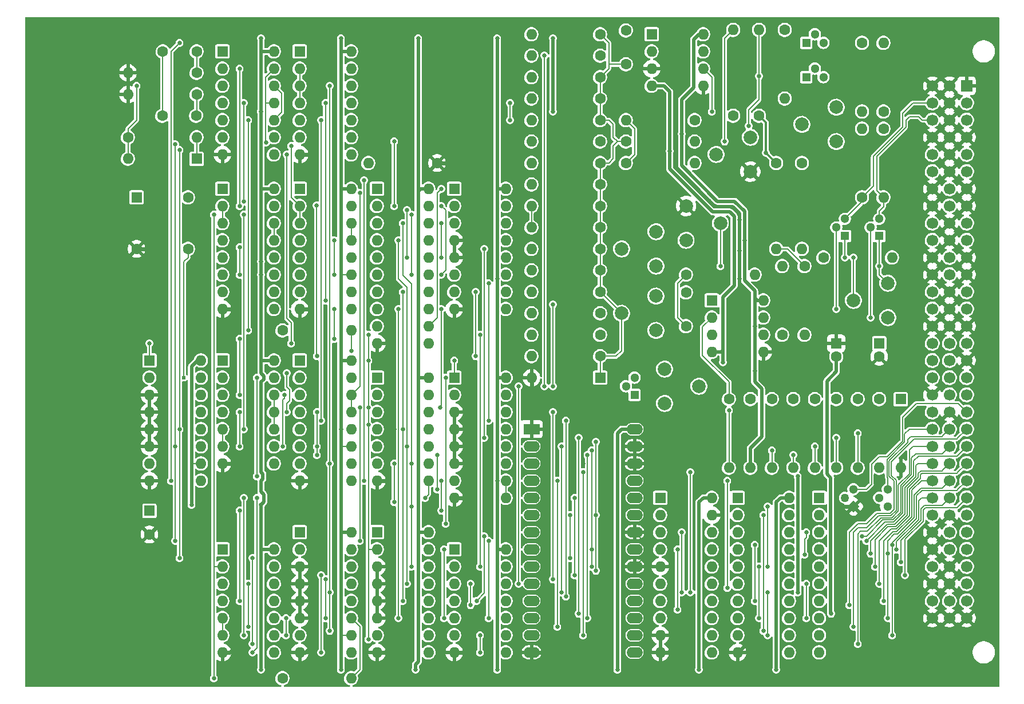
<source format=gtl>
G04 #@! TF.GenerationSoftware,KiCad,Pcbnew,(5.99.0-2039-g05a89863c)*
G04 #@! TF.CreationDate,2020-06-29T23:33:06-06:00*
G04 #@! TF.ProjectId,gfx,6766782e-6b69-4636-9164-5f7063625858,rev?*
G04 #@! TF.SameCoordinates,Original*
G04 #@! TF.FileFunction,Copper,L1,Top*
G04 #@! TF.FilePolarity,Positive*
%FSLAX46Y46*%
G04 Gerber Fmt 4.6, Leading zero omitted, Abs format (unit mm)*
G04 Created by KiCad (PCBNEW (5.99.0-2039-g05a89863c)) date 2020-06-29 23:33:06*
%MOMM*%
%LPD*%
G01*
G04 APERTURE LIST*
G04 #@! TA.AperFunction,ComponentPad*
%ADD10O,1.600000X1.600000*%
G04 #@! TD*
G04 #@! TA.AperFunction,ComponentPad*
%ADD11C,1.600000*%
G04 #@! TD*
G04 #@! TA.AperFunction,ComponentPad*
%ADD12R,1.600000X1.600000*%
G04 #@! TD*
G04 #@! TA.AperFunction,ComponentPad*
%ADD13C,0.800000*%
G04 #@! TD*
G04 #@! TA.AperFunction,ComponentPad*
%ADD14C,6.400000*%
G04 #@! TD*
G04 #@! TA.AperFunction,ComponentPad*
%ADD15R,1.300000X1.300000*%
G04 #@! TD*
G04 #@! TA.AperFunction,ComponentPad*
%ADD16C,1.300000*%
G04 #@! TD*
G04 #@! TA.AperFunction,ComponentPad*
%ADD17C,1.700000*%
G04 #@! TD*
G04 #@! TA.AperFunction,ComponentPad*
%ADD18R,1.700000X1.700000*%
G04 #@! TD*
G04 #@! TA.AperFunction,ComponentPad*
%ADD19O,2.400000X1.600000*%
G04 #@! TD*
G04 #@! TA.AperFunction,ComponentPad*
%ADD20R,2.400000X1.600000*%
G04 #@! TD*
G04 #@! TA.AperFunction,ComponentPad*
%ADD21C,2.000000*%
G04 #@! TD*
G04 #@! TA.AperFunction,ComponentPad*
%ADD22C,1.270000*%
G04 #@! TD*
G04 #@! TA.AperFunction,ViaPad*
%ADD23C,0.660400*%
G04 #@! TD*
G04 #@! TA.AperFunction,ViaPad*
%ADD24C,0.812800*%
G04 #@! TD*
G04 #@! TA.AperFunction,ViaPad*
%ADD25C,0.609600*%
G04 #@! TD*
G04 #@! TA.AperFunction,Conductor*
%ADD26C,0.203200*%
G04 #@! TD*
G04 #@! TA.AperFunction,Conductor*
%ADD27C,0.152400*%
G04 #@! TD*
G04 #@! TA.AperFunction,Conductor*
%ADD28C,0.609600*%
G04 #@! TD*
G04 #@! TA.AperFunction,Conductor*
%ADD29C,0.508000*%
G04 #@! TD*
G04 #@! TA.AperFunction,Conductor*
%ADD30C,0.304800*%
G04 #@! TD*
G04 APERTURE END LIST*
D10*
X213360000Y-68580000D03*
D11*
X203200000Y-68580000D03*
D10*
X142240000Y-81280000D03*
X134620000Y-96520000D03*
X142240000Y-83820000D03*
X134620000Y-93980000D03*
X142240000Y-86360000D03*
X134620000Y-91440000D03*
X142240000Y-88900000D03*
X134620000Y-88900000D03*
X142240000Y-91440000D03*
X134620000Y-86360000D03*
X142240000Y-93980000D03*
X134620000Y-83820000D03*
X142240000Y-96520000D03*
D12*
X134620000Y-81280000D03*
D10*
X153670000Y-81280000D03*
X146050000Y-99060000D03*
X153670000Y-83820000D03*
X146050000Y-96520000D03*
X153670000Y-86360000D03*
X146050000Y-93980000D03*
X153670000Y-88900000D03*
X146050000Y-91440000D03*
X153670000Y-91440000D03*
X146050000Y-88900000D03*
X153670000Y-93980000D03*
X146050000Y-86360000D03*
X153670000Y-96520000D03*
X146050000Y-83820000D03*
X153670000Y-99060000D03*
D12*
X146050000Y-81280000D03*
D13*
X116697056Y-123302944D03*
X115000000Y-122600000D03*
X113302944Y-123302944D03*
X112600000Y-125000000D03*
X113302944Y-126697056D03*
X115000000Y-127400000D03*
X116697056Y-126697056D03*
X117400000Y-125000000D03*
D14*
X115000000Y-125000000D03*
D13*
X116697056Y-33302944D03*
X115000000Y-32600000D03*
X113302944Y-33302944D03*
X112600000Y-35000000D03*
X113302944Y-36697056D03*
X115000000Y-37400000D03*
X116697056Y-36697056D03*
X117400000Y-35000000D03*
D14*
X115000000Y-35000000D03*
D10*
X153670000Y-76835000D03*
D11*
X143510000Y-76835000D03*
X225425000Y-80740000D03*
D12*
X225425000Y-78740000D03*
D11*
X231775000Y-80740000D03*
D12*
X231775000Y-78740000D03*
D11*
X123825000Y-107005000D03*
D12*
X123825000Y-103505000D03*
D10*
X176530000Y-109220000D03*
X168910000Y-124460000D03*
X176530000Y-111760000D03*
X168910000Y-121920000D03*
X176530000Y-114300000D03*
X168910000Y-119380000D03*
X176530000Y-116840000D03*
X168910000Y-116840000D03*
X176530000Y-119380000D03*
X168910000Y-114300000D03*
X176530000Y-121920000D03*
X168910000Y-111760000D03*
X176530000Y-124460000D03*
D12*
X168910000Y-109220000D03*
D10*
X165100000Y-106680000D03*
X157480000Y-124460000D03*
X165100000Y-109220000D03*
X157480000Y-121920000D03*
X165100000Y-111760000D03*
X157480000Y-119380000D03*
X165100000Y-114300000D03*
X157480000Y-116840000D03*
X165100000Y-116840000D03*
X157480000Y-114300000D03*
X165100000Y-119380000D03*
X157480000Y-111760000D03*
X165100000Y-121920000D03*
X157480000Y-109220000D03*
X165100000Y-124460000D03*
D12*
X157480000Y-106680000D03*
D10*
X142240000Y-55880000D03*
X134620000Y-73660000D03*
X142240000Y-58420000D03*
X134620000Y-71120000D03*
X142240000Y-60960000D03*
X134620000Y-68580000D03*
X142240000Y-63500000D03*
X134620000Y-66040000D03*
X142240000Y-66040000D03*
X134620000Y-63500000D03*
X142240000Y-68580000D03*
X134620000Y-60960000D03*
X142240000Y-71120000D03*
X134620000Y-58420000D03*
X142240000Y-73660000D03*
D12*
X134620000Y-55880000D03*
D15*
X195580000Y-86360000D03*
D16*
X195580000Y-83820000D03*
X194310000Y-85090000D03*
D10*
X153670000Y-35560000D03*
X146050000Y-50800000D03*
X153670000Y-38100000D03*
X146050000Y-48260000D03*
X153670000Y-40640000D03*
X146050000Y-45720000D03*
X153670000Y-43180000D03*
X146050000Y-43180000D03*
X153670000Y-45720000D03*
X146050000Y-40640000D03*
X153670000Y-48260000D03*
X146050000Y-38100000D03*
X153670000Y-50800000D03*
D12*
X146050000Y-35560000D03*
D10*
X142240000Y-109220000D03*
X134620000Y-124460000D03*
X142240000Y-111760000D03*
X134620000Y-121920000D03*
X142240000Y-114300000D03*
X134620000Y-119380000D03*
X142240000Y-116840000D03*
X134620000Y-116840000D03*
X142240000Y-119380000D03*
X134620000Y-114300000D03*
X142240000Y-121920000D03*
X134620000Y-111760000D03*
X142240000Y-124460000D03*
D12*
X134620000Y-109220000D03*
D10*
X222885000Y-124460000D03*
X222885000Y-121920000D03*
X222885000Y-119380000D03*
X222885000Y-116840000D03*
X222885000Y-114300000D03*
X222885000Y-111760000D03*
X222885000Y-109220000D03*
X222885000Y-106680000D03*
X222885000Y-104140000D03*
D12*
X222885000Y-101600000D03*
D17*
X242160000Y-119370000D03*
X244700000Y-119370000D03*
X242160000Y-116830000D03*
X244700000Y-116830000D03*
X242160000Y-114290000D03*
X244700000Y-114290000D03*
X242160000Y-111750000D03*
X244700000Y-111750000D03*
X242160000Y-109210000D03*
X244700000Y-109210000D03*
X242160000Y-106670000D03*
X244700000Y-106670000D03*
X242160000Y-104130000D03*
X244700000Y-104130000D03*
X242160000Y-101590000D03*
X244700000Y-101590000D03*
X242160000Y-99050000D03*
X244700000Y-99050000D03*
X242160000Y-96510000D03*
X244700000Y-96510000D03*
X242160000Y-93970000D03*
X244700000Y-93970000D03*
X242160000Y-91430000D03*
X244700000Y-91430000D03*
X242160000Y-88890000D03*
X244700000Y-88890000D03*
X242160000Y-86350000D03*
X244700000Y-86350000D03*
X242160000Y-83810000D03*
X244700000Y-83810000D03*
X242160000Y-81270000D03*
X244700000Y-81270000D03*
X242160000Y-78730000D03*
X244700000Y-78730000D03*
X242160000Y-76190000D03*
X244700000Y-76190000D03*
X242160000Y-73650000D03*
X244700000Y-73650000D03*
X242160000Y-71110000D03*
X244700000Y-71110000D03*
X242160000Y-68570000D03*
X244700000Y-68570000D03*
X242160000Y-66030000D03*
X244700000Y-66030000D03*
X242160000Y-63490000D03*
X244700000Y-63490000D03*
X242160000Y-60950000D03*
X244700000Y-60950000D03*
X242160000Y-58410000D03*
X244700000Y-58410000D03*
X242160000Y-55870000D03*
X244700000Y-55870000D03*
X242160000Y-53330000D03*
X244700000Y-53330000D03*
X242160000Y-50790000D03*
X244700000Y-50790000D03*
X242160000Y-48250000D03*
X244700000Y-48250000D03*
X242160000Y-45710000D03*
X244700000Y-45710000D03*
X242160000Y-43170000D03*
X244700000Y-43170000D03*
X242160000Y-40630000D03*
D18*
X244700000Y-40630000D03*
D17*
X239620000Y-104130000D03*
X239620000Y-101590000D03*
X239620000Y-106670000D03*
X239620000Y-53330000D03*
X239620000Y-50790000D03*
X239620000Y-40630000D03*
X239620000Y-76190000D03*
X239620000Y-73650000D03*
X239620000Y-48250000D03*
X239620000Y-45710000D03*
X239620000Y-43170000D03*
X239620000Y-83810000D03*
X239620000Y-116830000D03*
X239620000Y-66030000D03*
X239620000Y-63490000D03*
X239620000Y-96510000D03*
X239620000Y-93970000D03*
X239620000Y-99050000D03*
X239620000Y-88890000D03*
X239620000Y-86350000D03*
X239620000Y-60950000D03*
X239620000Y-58410000D03*
X239620000Y-55870000D03*
X239620000Y-81270000D03*
X239620000Y-78730000D03*
X239620000Y-111750000D03*
X239620000Y-109210000D03*
X239620000Y-114290000D03*
X239620000Y-71110000D03*
X239620000Y-68570000D03*
X239620000Y-91430000D03*
X239620000Y-119370000D03*
D10*
X214630000Y-72390000D03*
X207010000Y-80010000D03*
X214630000Y-74930000D03*
X207010000Y-77470000D03*
X214630000Y-77470000D03*
X207010000Y-74930000D03*
X214630000Y-80010000D03*
D12*
X207010000Y-72390000D03*
D10*
X205740000Y-33020000D03*
X198120000Y-40640000D03*
X205740000Y-35560000D03*
X198120000Y-38100000D03*
X205740000Y-38100000D03*
X198120000Y-35560000D03*
X205740000Y-40640000D03*
D12*
X198120000Y-33020000D03*
D19*
X195580000Y-91440000D03*
X180340000Y-124460000D03*
X195580000Y-93980000D03*
X180340000Y-121920000D03*
X195580000Y-96520000D03*
X180340000Y-119380000D03*
X195580000Y-99060000D03*
X180340000Y-116840000D03*
X195580000Y-101600000D03*
X180340000Y-114300000D03*
X195580000Y-104140000D03*
X180340000Y-111760000D03*
X195580000Y-106680000D03*
X180340000Y-109220000D03*
X195580000Y-109220000D03*
X180340000Y-106680000D03*
X195580000Y-111760000D03*
X180340000Y-104140000D03*
X195580000Y-114300000D03*
X180340000Y-101600000D03*
X195580000Y-116840000D03*
X180340000Y-99060000D03*
X195580000Y-119380000D03*
X180340000Y-96520000D03*
X195580000Y-121920000D03*
X180340000Y-93980000D03*
X195580000Y-124460000D03*
D20*
X180340000Y-91440000D03*
D10*
X176530000Y-55880000D03*
X168910000Y-73660000D03*
X176530000Y-58420000D03*
X168910000Y-71120000D03*
X176530000Y-60960000D03*
X168910000Y-68580000D03*
X176530000Y-63500000D03*
X168910000Y-66040000D03*
X176530000Y-66040000D03*
X168910000Y-63500000D03*
X176530000Y-68580000D03*
X168910000Y-60960000D03*
X176530000Y-71120000D03*
X168910000Y-58420000D03*
X176530000Y-73660000D03*
D12*
X168910000Y-55880000D03*
D10*
X218440000Y-101600000D03*
X210820000Y-124460000D03*
X218440000Y-104140000D03*
X210820000Y-121920000D03*
X218440000Y-106680000D03*
X210820000Y-119380000D03*
X218440000Y-109220000D03*
X210820000Y-116840000D03*
X218440000Y-111760000D03*
X210820000Y-114300000D03*
X218440000Y-114300000D03*
X210820000Y-111760000D03*
X218440000Y-116840000D03*
X210820000Y-109220000D03*
X218440000Y-119380000D03*
X210820000Y-106680000D03*
X218440000Y-121920000D03*
X210820000Y-104140000D03*
X218440000Y-124460000D03*
D12*
X210820000Y-101600000D03*
D10*
X207010000Y-101600000D03*
X199390000Y-124460000D03*
X207010000Y-104140000D03*
X199390000Y-121920000D03*
X207010000Y-106680000D03*
X199390000Y-119380000D03*
X207010000Y-109220000D03*
X199390000Y-116840000D03*
X207010000Y-111760000D03*
X199390000Y-114300000D03*
X207010000Y-114300000D03*
X199390000Y-111760000D03*
X207010000Y-116840000D03*
X199390000Y-109220000D03*
X207010000Y-119380000D03*
X199390000Y-106680000D03*
X207010000Y-121920000D03*
X199390000Y-104140000D03*
X207010000Y-124460000D03*
D12*
X199390000Y-101600000D03*
D10*
X165100000Y-55880000D03*
X157480000Y-78740000D03*
X165100000Y-58420000D03*
X157480000Y-76200000D03*
X165100000Y-60960000D03*
X157480000Y-73660000D03*
X165100000Y-63500000D03*
X157480000Y-71120000D03*
X165100000Y-66040000D03*
X157480000Y-68580000D03*
X165100000Y-68580000D03*
X157480000Y-66040000D03*
X165100000Y-71120000D03*
X157480000Y-63500000D03*
X165100000Y-73660000D03*
X157480000Y-60960000D03*
X165100000Y-76200000D03*
X157480000Y-58420000D03*
X165100000Y-78740000D03*
D12*
X157480000Y-55880000D03*
D10*
X153670000Y-106680000D03*
X146050000Y-124460000D03*
X153670000Y-109220000D03*
X146050000Y-121920000D03*
X153670000Y-111760000D03*
X146050000Y-119380000D03*
X153670000Y-114300000D03*
X146050000Y-116840000D03*
X153670000Y-116840000D03*
X146050000Y-114300000D03*
X153670000Y-119380000D03*
X146050000Y-111760000D03*
X153670000Y-121920000D03*
X146050000Y-109220000D03*
X153670000Y-124460000D03*
D12*
X146050000Y-106680000D03*
D10*
X176530000Y-83820000D03*
X168910000Y-101600000D03*
X176530000Y-86360000D03*
X168910000Y-99060000D03*
X176530000Y-88900000D03*
X168910000Y-96520000D03*
X176530000Y-91440000D03*
X168910000Y-93980000D03*
X176530000Y-93980000D03*
X168910000Y-91440000D03*
X176530000Y-96520000D03*
X168910000Y-88900000D03*
X176530000Y-99060000D03*
X168910000Y-86360000D03*
X176530000Y-101600000D03*
D12*
X168910000Y-83820000D03*
D10*
X153670000Y-55880000D03*
X146050000Y-73660000D03*
X153670000Y-58420000D03*
X146050000Y-71120000D03*
X153670000Y-60960000D03*
X146050000Y-68580000D03*
X153670000Y-63500000D03*
X146050000Y-66040000D03*
X153670000Y-66040000D03*
X146050000Y-63500000D03*
X153670000Y-68580000D03*
X146050000Y-60960000D03*
X153670000Y-71120000D03*
X146050000Y-58420000D03*
X153670000Y-73660000D03*
D12*
X146050000Y-55880000D03*
D10*
X165100000Y-83820000D03*
X157480000Y-99060000D03*
X165100000Y-86360000D03*
X157480000Y-96520000D03*
X165100000Y-88900000D03*
X157480000Y-93980000D03*
X165100000Y-91440000D03*
X157480000Y-91440000D03*
X165100000Y-93980000D03*
X157480000Y-88900000D03*
X165100000Y-96520000D03*
X157480000Y-86360000D03*
X165100000Y-99060000D03*
D12*
X157480000Y-83820000D03*
D10*
X131445000Y-81280000D03*
X123825000Y-99060000D03*
X131445000Y-83820000D03*
X123825000Y-96520000D03*
X131445000Y-86360000D03*
X123825000Y-93980000D03*
X131445000Y-88900000D03*
X123825000Y-91440000D03*
X131445000Y-91440000D03*
X123825000Y-88900000D03*
X131445000Y-93980000D03*
X123825000Y-86360000D03*
X131445000Y-96520000D03*
X123825000Y-83820000D03*
X131445000Y-99060000D03*
D12*
X123825000Y-81280000D03*
D10*
X142240000Y-35560000D03*
X134620000Y-50800000D03*
X142240000Y-38100000D03*
X134620000Y-48260000D03*
X142240000Y-40640000D03*
X134620000Y-45720000D03*
X142240000Y-43180000D03*
X134620000Y-43180000D03*
X142240000Y-45720000D03*
X134620000Y-40640000D03*
X142240000Y-48260000D03*
X134620000Y-38100000D03*
X142240000Y-50800000D03*
D12*
X134620000Y-35560000D03*
D11*
X121920000Y-64770000D03*
X129540000Y-64770000D03*
X129540000Y-57150000D03*
D12*
X121920000Y-57150000D03*
D21*
X203200000Y-63500000D03*
X208280000Y-60960000D03*
X203200000Y-58420000D03*
X233045000Y-69850000D03*
X227965000Y-72390000D03*
X233045000Y-74930000D03*
X200025000Y-87630000D03*
X205105000Y-85090000D03*
X200025000Y-82550000D03*
X212725000Y-48260000D03*
X207645000Y-50800000D03*
X212725000Y-53340000D03*
X225425000Y-43815000D03*
X220345000Y-46355000D03*
X225425000Y-48895000D03*
X198755000Y-71755000D03*
X193675000Y-74295000D03*
X198755000Y-76835000D03*
X198755000Y-62230000D03*
X193675000Y-64770000D03*
X198755000Y-67310000D03*
D10*
X232410000Y-57150000D03*
D11*
X232410000Y-46990000D03*
D10*
X232410000Y-34290000D03*
D11*
X232410000Y-44450000D03*
D10*
X216535000Y-64770000D03*
D11*
X216535000Y-52070000D03*
D10*
X220345000Y-64770000D03*
D11*
X220345000Y-52070000D03*
D10*
X233680000Y-66040000D03*
D11*
X223520000Y-66040000D03*
D10*
X229235000Y-46990000D03*
D11*
X229235000Y-57150000D03*
D10*
X209550000Y-97155000D03*
D11*
X209550000Y-86995000D03*
D10*
X217424000Y-67310000D03*
D11*
X217424000Y-77470000D03*
D10*
X220726000Y-77470000D03*
D11*
X220726000Y-67310000D03*
D10*
X231775000Y-97155000D03*
D11*
X231775000Y-86995000D03*
D10*
X228600000Y-97155000D03*
D11*
X228600000Y-86995000D03*
D10*
X225425000Y-97155000D03*
D11*
X225425000Y-86995000D03*
D10*
X222250000Y-97155000D03*
D11*
X222250000Y-86995000D03*
D10*
X219075000Y-97155000D03*
D11*
X219075000Y-86995000D03*
D10*
X215900000Y-97155000D03*
D11*
X215900000Y-86995000D03*
D10*
X212725000Y-97155000D03*
D11*
X212725000Y-86995000D03*
D10*
X213995000Y-32385000D03*
D11*
X213995000Y-45085000D03*
D10*
X210185000Y-32385000D03*
D11*
X210185000Y-45085000D03*
D10*
X217805000Y-42545000D03*
D11*
X217805000Y-32385000D03*
D10*
X229235000Y-44450000D03*
D11*
X229235000Y-34290000D03*
D10*
X180340000Y-33020000D03*
D11*
X190500000Y-33020000D03*
D10*
X204470000Y-52070000D03*
D11*
X194310000Y-52070000D03*
D10*
X194310000Y-45720000D03*
D11*
X204470000Y-45720000D03*
D10*
X204470000Y-48895000D03*
D11*
X194310000Y-48895000D03*
D10*
X180340000Y-80645000D03*
D11*
X190500000Y-80645000D03*
D10*
X180340000Y-77470000D03*
D11*
X190500000Y-77470000D03*
D10*
X180340000Y-74295000D03*
D11*
X190500000Y-74295000D03*
D10*
X180340000Y-71120000D03*
D11*
X190500000Y-71120000D03*
D10*
X180340000Y-67945000D03*
D11*
X190500000Y-67945000D03*
D10*
X180340000Y-64770000D03*
D11*
X190500000Y-64770000D03*
D10*
X180340000Y-61595000D03*
D11*
X190500000Y-61595000D03*
D10*
X180340000Y-58420000D03*
D11*
X190500000Y-58420000D03*
D10*
X180340000Y-55245000D03*
D11*
X190500000Y-55245000D03*
D10*
X180340000Y-52070000D03*
D11*
X190500000Y-52070000D03*
D10*
X180340000Y-48895000D03*
D11*
X190500000Y-48895000D03*
D10*
X180340000Y-45720000D03*
D11*
X190500000Y-45720000D03*
D10*
X180340000Y-42545000D03*
D11*
X190500000Y-42545000D03*
D10*
X180340000Y-39370000D03*
D11*
X190500000Y-39370000D03*
D10*
X180340000Y-36195000D03*
D11*
X190500000Y-36195000D03*
D10*
X153670000Y-128270000D03*
D11*
X143510000Y-128270000D03*
D10*
X156210000Y-52070000D03*
D11*
X166370000Y-52070000D03*
D10*
X130810000Y-48260000D03*
D11*
X120650000Y-48260000D03*
D10*
X120650000Y-41910000D03*
D11*
X130810000Y-41910000D03*
D10*
X120650000Y-38735000D03*
D11*
X130810000Y-38735000D03*
D15*
X231775000Y-62865000D03*
D16*
X231775000Y-60325000D03*
X230505000Y-61595000D03*
D15*
X226695000Y-62865000D03*
D16*
X226695000Y-60325000D03*
X225425000Y-61595000D03*
D15*
X220980000Y-39370000D03*
D16*
X223520000Y-39370000D03*
X222250000Y-38100000D03*
D15*
X220980000Y-34290000D03*
D16*
X223520000Y-34290000D03*
X222250000Y-33020000D03*
X233045000Y-102870000D03*
X233045000Y-100330000D03*
X231775000Y-101600000D03*
D22*
X226695000Y-101600000D03*
D16*
X227965000Y-100330000D03*
G04 #@! TA.AperFunction,ComponentPad*
G36*
X228863026Y-102870000D02*
G01*
X227965000Y-103768026D01*
X227066974Y-102870000D01*
X227965000Y-101971974D01*
X228863026Y-102870000D01*
G37*
G04 #@! TD.AperFunction*
D10*
X234950000Y-97155000D03*
D12*
X234950000Y-86995000D03*
D10*
X180340000Y-83820000D03*
D12*
X190500000Y-83820000D03*
D10*
X120650000Y-51435000D03*
D12*
X130810000Y-51435000D03*
D11*
X203200000Y-71200000D03*
X203200000Y-76200000D03*
X194310000Y-32465000D03*
X194310000Y-37465000D03*
X130730000Y-45085000D03*
X125730000Y-45085000D03*
X130810000Y-35560000D03*
X125810000Y-35560000D03*
D23*
X208915000Y-48895000D03*
X155575000Y-54610000D03*
X160020000Y-58420000D03*
X160020000Y-48895000D03*
X167005000Y-66040000D03*
X167005000Y-103505000D03*
X173990000Y-119380000D03*
X140309600Y-44450000D03*
X140335000Y-66675000D03*
X138455400Y-120650000D03*
X160020000Y-102235000D03*
X139700000Y-101600000D03*
X164592000Y-101600000D03*
X123825000Y-57150000D03*
X137160000Y-78105000D03*
X153670000Y-53340000D03*
D24*
X136144000Y-38836600D03*
D25*
X128905000Y-83820000D03*
D23*
X128270000Y-110490000D03*
X127635000Y-107950000D03*
X128270000Y-91440000D03*
X127635000Y-93980000D03*
X127000000Y-99060000D03*
X227330000Y-117475000D03*
X167005000Y-58420000D03*
X167005000Y-68580000D03*
X167005000Y-55880000D03*
X175260000Y-69215000D03*
X178435000Y-114300000D03*
X178435000Y-85090000D03*
X220726000Y-109982000D03*
X230505000Y-109855000D03*
X234950000Y-111125000D03*
X220980000Y-106680000D03*
X200914000Y-106045000D03*
X154940000Y-56515000D03*
X161290000Y-91440000D03*
X156210000Y-90805000D03*
X139065000Y-124460000D03*
X137795000Y-101600000D03*
X137795000Y-121920000D03*
X143764000Y-86360000D03*
X184785000Y-93980000D03*
X185420000Y-90170000D03*
X228600000Y-92075000D03*
X225425000Y-92710000D03*
X215900000Y-94615000D03*
X222250000Y-93980000D03*
X147574000Y-106680000D03*
X139065000Y-110490000D03*
X182245000Y-110490000D03*
X182245000Y-97790000D03*
X208280000Y-56515000D03*
X123825000Y-53340000D03*
X147574000Y-32766000D03*
X136144000Y-32766000D03*
X144145000Y-83185000D03*
X144145000Y-88900000D03*
X143510000Y-93980000D03*
X168910000Y-81280000D03*
X156210000Y-81280000D03*
X123825000Y-78740000D03*
X144780000Y-78740000D03*
X154940000Y-107950000D03*
X139065000Y-123190000D03*
X156210000Y-122555000D03*
X155575000Y-99060000D03*
X160020000Y-96520000D03*
X167640000Y-105410000D03*
X170434000Y-80645000D03*
X156210000Y-88265000D03*
X156210000Y-77470000D03*
X144145000Y-50800000D03*
X144780000Y-49530000D03*
X177165000Y-43180000D03*
X177165000Y-45720000D03*
X175260000Y-33655000D03*
X200914000Y-89535000D03*
X215900000Y-89535000D03*
X222250000Y-89535000D03*
X230505000Y-89535000D03*
X230505000Y-95885000D03*
X121920000Y-40640000D03*
X128270000Y-50165000D03*
X127635000Y-49276000D03*
X128270000Y-34290000D03*
X140335000Y-33655000D03*
X152146000Y-33655000D03*
X163576000Y-33655000D03*
X183515000Y-33655000D03*
X183515000Y-44450000D03*
X151130000Y-73660000D03*
X151130000Y-78105000D03*
X139700000Y-98425000D03*
X138430000Y-45720000D03*
X137795000Y-43180000D03*
X137795000Y-57785000D03*
X137160000Y-38100000D03*
X137160000Y-58420000D03*
X138430000Y-76835000D03*
X137795000Y-59690000D03*
X137795000Y-91440000D03*
X137160000Y-88900000D03*
X137160000Y-93980000D03*
X139700000Y-83820000D03*
X125730000Y-100330000D03*
X125730000Y-81280000D03*
X130048000Y-102616000D03*
X133350000Y-59690000D03*
X149860000Y-43180000D03*
X149225000Y-45720000D03*
X148590000Y-80645000D03*
X152146000Y-91440000D03*
X150495000Y-115570000D03*
X150495000Y-121285000D03*
X149860000Y-119380000D03*
X149860000Y-113665000D03*
X149225000Y-113030000D03*
X149225000Y-124460000D03*
X150495000Y-96520000D03*
X149860000Y-72390000D03*
X149225000Y-90170000D03*
X151130000Y-63500000D03*
X151130000Y-68580000D03*
X150495000Y-40640000D03*
X140335000Y-127000000D03*
X152146000Y-127000000D03*
X160655000Y-63500000D03*
X161290000Y-60960000D03*
X160655000Y-119380000D03*
X161290000Y-71120000D03*
X160655000Y-73660000D03*
X161925000Y-114300000D03*
X162560000Y-111760000D03*
X162560000Y-102870000D03*
X162560000Y-96520000D03*
X162560000Y-59690000D03*
X161925000Y-59055000D03*
X161925000Y-66040000D03*
X162560000Y-68580000D03*
X173990000Y-90170000D03*
X173355000Y-64770000D03*
X172720000Y-77470000D03*
X172085000Y-71120000D03*
X172085000Y-80645000D03*
X172720000Y-111760000D03*
X173355000Y-107315000D03*
X173990000Y-107950000D03*
X175260000Y-127000000D03*
X219710000Y-98425000D03*
X219710000Y-115570000D03*
X220980000Y-114300000D03*
X220980000Y-119380000D03*
X215265000Y-102870000D03*
X215265000Y-111760000D03*
X215265000Y-121920000D03*
X215265000Y-115570000D03*
X214630000Y-121285000D03*
X213995000Y-111760000D03*
X213995000Y-119380000D03*
X213360000Y-108585000D03*
X213360000Y-116840000D03*
X201930000Y-109220000D03*
X201930000Y-118110000D03*
X202590400Y-115570000D03*
X203835000Y-97790000D03*
X203835000Y-115570000D03*
X183515000Y-113665000D03*
X189865000Y-112395000D03*
X189230000Y-111760000D03*
X186372500Y-96520000D03*
X187325000Y-92710000D03*
X187960000Y-91440000D03*
X187960000Y-96520000D03*
X187960000Y-97790000D03*
X189230000Y-94615000D03*
X188595000Y-95250000D03*
X189230000Y-109220000D03*
X189865000Y-93345000D03*
X189865000Y-104140000D03*
X187325000Y-118745000D03*
X187960000Y-121920000D03*
X188595000Y-119380000D03*
X186055000Y-104140000D03*
X186055000Y-110490000D03*
X186690000Y-113030000D03*
X185420000Y-116205000D03*
X184785000Y-115570000D03*
X184150000Y-120650000D03*
X184150000Y-99060000D03*
X183515000Y-88900000D03*
X182245000Y-36195000D03*
X182245000Y-85090000D03*
X183515000Y-85090000D03*
X183515000Y-73025000D03*
X173990000Y-69850000D03*
X175260000Y-99060000D03*
X167005000Y-99060000D03*
X167640000Y-83820000D03*
X166370000Y-100330000D03*
X166370000Y-95250000D03*
X148590000Y-95250000D03*
X148590000Y-88900000D03*
X179832000Y-86741000D03*
X206629000Y-96901000D03*
X200914000Y-96266000D03*
X187706000Y-83693000D03*
X187579000Y-67818000D03*
X187579000Y-55245000D03*
X187579000Y-45847000D03*
X187579000Y-39370000D03*
X187579000Y-32893000D03*
X233426000Y-72263000D03*
X235204000Y-57531000D03*
X244094000Y-31623000D03*
X237617000Y-38100000D03*
X239649000Y-35433000D03*
X226314000Y-33401000D03*
X226441000Y-41148000D03*
X224663000Y-52451000D03*
X193421000Y-81026000D03*
X192786000Y-69342000D03*
X196977000Y-57023000D03*
X194564000Y-40513000D03*
X201676000Y-43688000D03*
X201676000Y-48641000D03*
X211074000Y-60452000D03*
X211074000Y-69215000D03*
X211074000Y-65024000D03*
X223520000Y-60452000D03*
X217170000Y-70231000D03*
X206248000Y-68580000D03*
X197104000Y-74295000D03*
X199390000Y-79502000D03*
X205105000Y-87122000D03*
X215900000Y-84455000D03*
X219202000Y-84455000D03*
X221996000Y-99568000D03*
X235458000Y-116713000D03*
X231013000Y-124587000D03*
X220599000Y-124587000D03*
X203327000Y-124587000D03*
X203327000Y-121920000D03*
X191262000Y-96520000D03*
X191262000Y-101600000D03*
X191262000Y-105410000D03*
X191262000Y-111760000D03*
X187706000Y-124460000D03*
X172720000Y-119380000D03*
X180340000Y-128270000D03*
X168910000Y-128270000D03*
X157480000Y-128270000D03*
X131318000Y-112776000D03*
X131318000Y-105410000D03*
X131318000Y-101600000D03*
X138684000Y-105156000D03*
X135128000Y-105410000D03*
X146558000Y-102616000D03*
X165608000Y-104394000D03*
X159004000Y-104521000D03*
X147574000Y-104521000D03*
X160020000Y-91440000D03*
X159004000Y-102870000D03*
X173990000Y-101600000D03*
X173990000Y-94615000D03*
X173990000Y-105410000D03*
X176530000Y-79375000D03*
X176657000Y-81788000D03*
X160020000Y-72390000D03*
X159766000Y-67310000D03*
X160020000Y-62230000D03*
X162560000Y-57404000D03*
X172085000Y-66040000D03*
X172720000Y-60960000D03*
X172720000Y-58420000D03*
X177165000Y-53340000D03*
X156845000Y-49530000D03*
X172720000Y-47625000D03*
X172720000Y-52705000D03*
X142875000Y-53340000D03*
X120015000Y-53975000D03*
X227965000Y-120650000D03*
X228600000Y-123190000D03*
X229235000Y-107315000D03*
X229870000Y-107950000D03*
X231140000Y-111760000D03*
X231775000Y-114300000D03*
X232410000Y-116840000D03*
X233045000Y-119380000D03*
X233045000Y-109855000D03*
X233680000Y-121920000D03*
X233680000Y-108585000D03*
X234315000Y-109220000D03*
X153670000Y-79883000D03*
X225425000Y-99949000D03*
X224663000Y-118745000D03*
X203200000Y-78105000D03*
X213360000Y-82804000D03*
X208661000Y-81534000D03*
X213360000Y-76200000D03*
X200787000Y-50292000D03*
X215011000Y-50546000D03*
X211836000Y-63500000D03*
X206629000Y-57658000D03*
X201676000Y-51562000D03*
X202565000Y-47752000D03*
X211074000Y-77470000D03*
X201930000Y-38100000D03*
X211836000Y-80010000D03*
X209804000Y-72390000D03*
X203200000Y-40640000D03*
X200664513Y-33015487D03*
X212344000Y-99568000D03*
X200914000Y-99441000D03*
X140335000Y-102616000D03*
X159004000Y-52070000D03*
X212344000Y-101600000D03*
X200914000Y-101600000D03*
X182245000Y-91440000D03*
X170434000Y-109220000D03*
X171323000Y-114300000D03*
X171323000Y-117475000D03*
X170434000Y-83820000D03*
X170434000Y-55880000D03*
X159004000Y-106680000D03*
X159004000Y-83820000D03*
X159004000Y-55880000D03*
X147574000Y-35560000D03*
X147574000Y-55880000D03*
X147574000Y-81407000D03*
X148590000Y-93980000D03*
X136144000Y-109220000D03*
X137160000Y-116840000D03*
X137160000Y-103505000D03*
X137160000Y-86360000D03*
X136144000Y-81280000D03*
X136144000Y-35560000D03*
X137160000Y-68580000D03*
X137160000Y-64516000D03*
X136144000Y-62230000D03*
X136144000Y-55880000D03*
X227965000Y-66040000D03*
X226695000Y-66040000D03*
X231775000Y-67310000D03*
X208280000Y-67310000D03*
X225425000Y-73660000D03*
X230505000Y-74930000D03*
X212471000Y-46609000D03*
X207010000Y-44450000D03*
X213995000Y-39243000D03*
X172212000Y-116840000D03*
X148526500Y-58356500D03*
X167386000Y-119380000D03*
X167386000Y-109220000D03*
X154981877Y-88200816D03*
X138455400Y-114300000D03*
X140335000Y-68580000D03*
X173355000Y-92710000D03*
X133350000Y-128270000D03*
X166852600Y-88265000D03*
X167005000Y-73660000D03*
X166979600Y-60960000D03*
X172720000Y-124460000D03*
X172720000Y-121920000D03*
X141097000Y-49022000D03*
X144018000Y-119380000D03*
X144018000Y-121920000D03*
X209550000Y-88646000D03*
X219075000Y-95250000D03*
X209296000Y-99060000D03*
X209296000Y-114935000D03*
X202565000Y-106680000D03*
X161290000Y-116840000D03*
X161925000Y-93980000D03*
X186690000Y-101600000D03*
X214630000Y-104140000D03*
X163195000Y-127000000D03*
X216535000Y-127000000D03*
X193040000Y-127000000D03*
X205105000Y-127000000D03*
X235585000Y-113030000D03*
D26*
X208280000Y-60960000D02*
X208280000Y-67310000D01*
X209550000Y-88646000D02*
X209550000Y-97155000D01*
X215900000Y-94615000D02*
X215900000Y-97155000D01*
X219075000Y-95250000D02*
X219075000Y-97155000D01*
X222250000Y-93980000D02*
X222250000Y-97155000D01*
X225425000Y-92710000D02*
X225425000Y-97155000D01*
X228600000Y-92075000D02*
X228600000Y-97155000D01*
X230505000Y-95885000D02*
X230505000Y-89535000D01*
X134620000Y-58420000D02*
X134620000Y-60960000D01*
X142240000Y-60960000D02*
X142240000Y-63500000D01*
X168910000Y-63500000D02*
X170434000Y-63500000D01*
X146050000Y-40640000D02*
X146050000Y-43180000D01*
X168910000Y-63500000D02*
X168910000Y-66040000D01*
X146050000Y-38100000D02*
X146050000Y-40640000D01*
X207010000Y-44450000D02*
X207010000Y-39370000D01*
X207010000Y-39370000D02*
X205740000Y-38100000D01*
X208915000Y-48895000D02*
X208915000Y-33655000D01*
X208915000Y-33655000D02*
X210185000Y-32385000D01*
X212471000Y-46609000D02*
X212471000Y-44196000D01*
X213995000Y-39243000D02*
X213995000Y-42672000D01*
X213995000Y-42672000D02*
X212471000Y-44196000D01*
X213995000Y-32385000D02*
X213995000Y-39243000D01*
D27*
X230886000Y-51181000D02*
X230886000Y-51054000D01*
D26*
X230886000Y-51181000D02*
X230886000Y-55499000D01*
X230886000Y-55499000D02*
X229235000Y-57150000D01*
D27*
X231394000Y-51054000D02*
X231394000Y-51181000D01*
D26*
X231394000Y-51181000D02*
X231394000Y-56134000D01*
X231394000Y-56134000D02*
X232410000Y-57150000D01*
X231775000Y-59182000D02*
X231775000Y-60325000D01*
X232410000Y-57150000D02*
X232410000Y-58547000D01*
X232410000Y-58547000D02*
X231775000Y-59182000D01*
X229235000Y-57150000D02*
X229235000Y-57785000D01*
X229235000Y-57785000D02*
X226695000Y-60325000D01*
X216535000Y-64770000D02*
X218186000Y-64770000D01*
X218186000Y-64770000D02*
X220726000Y-67310000D01*
X225425000Y-61595000D02*
X225425000Y-73660000D01*
X226695000Y-62865000D02*
X226695000Y-66040000D01*
X227965000Y-66040000D02*
X227965000Y-72390000D01*
X230505000Y-61595000D02*
X230505000Y-74930000D01*
X231775000Y-67310000D02*
X231775000Y-68580000D01*
X231775000Y-68580000D02*
X233045000Y-69850000D01*
X231775000Y-62865000D02*
X231775000Y-67310000D01*
X134620000Y-91440000D02*
X134620000Y-93980000D01*
X130810000Y-41910000D02*
X130810000Y-45005000D01*
X130810000Y-45005000D02*
X130730000Y-45085000D01*
X130810000Y-51435000D02*
X130810000Y-48260000D01*
X120650000Y-51435000D02*
X120650000Y-48260000D01*
X120650000Y-48260000D02*
X120650000Y-46990000D01*
X121920000Y-40640000D02*
X121920000Y-45720000D01*
X121920000Y-45720000D02*
X120650000Y-46990000D01*
X120650000Y-38735000D02*
X120650000Y-41910000D01*
X125810000Y-35560000D02*
X125810000Y-45005000D01*
X125810000Y-45005000D02*
X125730000Y-45085000D01*
X205613000Y-77978000D02*
X205613000Y-76327000D01*
X205613000Y-76327000D02*
X207010000Y-74930000D01*
X209550000Y-86995000D02*
X209550000Y-84455000D01*
X209550000Y-84455000D02*
X205613000Y-80518000D01*
X205613000Y-80518000D02*
X205613000Y-77978000D01*
X203200000Y-68580000D02*
X201930000Y-69850000D01*
X201930000Y-69850000D02*
X201930000Y-74930000D01*
X201930000Y-74930000D02*
X203200000Y-76200000D01*
X190500000Y-80645000D02*
X190500000Y-83820000D01*
X190500000Y-80645000D02*
X192862198Y-80645000D01*
X193675000Y-74295000D02*
X193675000Y-79832198D01*
X193675000Y-79832198D02*
X192862198Y-80645000D01*
X190500000Y-71120000D02*
X193675000Y-74295000D01*
X190500000Y-67945000D02*
X190500000Y-71120000D01*
X190500000Y-67945000D02*
X190500000Y-64770000D01*
X190500000Y-61595000D02*
X190500000Y-64770000D01*
X190500000Y-58420000D02*
X190500000Y-61595000D01*
X190500000Y-55245000D02*
X190500000Y-58420000D01*
X190500000Y-52070000D02*
X190500000Y-55245000D01*
X183515000Y-85090000D02*
X183515000Y-73025000D01*
X182245000Y-36195000D02*
X182245000Y-85090000D01*
X190500000Y-45720000D02*
X190500000Y-42545000D01*
X193040000Y-48895000D02*
X192405000Y-49530000D01*
X192405000Y-49530000D02*
X192405000Y-51435000D01*
X190500000Y-52070000D02*
X191770000Y-52070000D01*
X191770000Y-52070000D02*
X192405000Y-51435000D01*
X190500000Y-45720000D02*
X191770000Y-45720000D01*
X191770000Y-45720000D02*
X192405000Y-46355000D01*
X193040000Y-48895000D02*
X192405000Y-48260000D01*
X192405000Y-48260000D02*
X192405000Y-46355000D01*
X193040000Y-48895000D02*
X194310000Y-48895000D01*
X194310000Y-52070000D02*
X195580000Y-50800000D01*
X194310000Y-45720000D02*
X195580000Y-46990000D01*
X195580000Y-46990000D02*
X195580000Y-50800000D01*
X177165000Y-43180000D02*
X177165000Y-45720000D01*
X190500000Y-39370000D02*
X190500000Y-42545000D01*
X191770000Y-34290000D02*
X191770000Y-37465000D01*
X191770000Y-37465000D02*
X191770000Y-38100000D01*
X194310000Y-37465000D02*
X191770000Y-37465000D01*
X190500000Y-33020000D02*
X191770000Y-34290000D01*
X191770000Y-38100000D02*
X190500000Y-39370000D01*
X160020000Y-48895000D02*
X160020000Y-58420000D01*
X146050000Y-58420000D02*
X146050000Y-60960000D01*
X144780000Y-49530000D02*
X144780000Y-57150000D01*
X144780000Y-57150000D02*
X146050000Y-58420000D01*
X144780000Y-75692000D02*
X144780000Y-78740000D01*
D27*
X144716500Y-75628500D02*
X144780000Y-75692000D01*
D26*
X144145000Y-50800000D02*
X144145000Y-75057000D01*
X144145000Y-75057000D02*
X144716500Y-75628500D01*
X140970000Y-43180000D02*
X142240000Y-43180000D01*
X140970000Y-43180000D02*
X140970000Y-48895000D01*
X140970000Y-48895000D02*
X141097000Y-49022000D01*
X140970000Y-43180000D02*
X140970000Y-39370000D01*
X140970000Y-39370000D02*
X142240000Y-38100000D01*
X142240000Y-45720000D02*
X143383000Y-44577000D01*
X142240000Y-40640000D02*
X143383000Y-41783000D01*
X143383000Y-41783000D02*
X143383000Y-44577000D01*
X137795000Y-43180000D02*
X137795000Y-57785000D01*
X130810000Y-35560000D02*
X130810000Y-38735000D01*
X123825000Y-78740000D02*
X123825000Y-81280000D01*
X127000000Y-38100000D02*
X127000000Y-99060000D01*
X128270000Y-34290000D02*
X127000000Y-35560000D01*
X127000000Y-35560000D02*
X127000000Y-38100000D01*
X127635000Y-93980000D02*
X127635000Y-49276000D01*
X127635000Y-107950000D02*
X127635000Y-93980000D01*
X128905000Y-66675000D02*
X128905000Y-83820000D01*
X129540000Y-66040000D02*
X128905000Y-66675000D01*
X128270000Y-91440000D02*
X128270000Y-50165000D01*
X128270000Y-110490000D02*
X128270000Y-91440000D01*
X137160000Y-64516000D02*
X137160000Y-68580000D01*
X137160000Y-38100000D02*
X137160000Y-58420000D01*
X138430000Y-76835000D02*
X138430000Y-45720000D01*
X137795000Y-91440000D02*
X137795000Y-59690000D01*
X148590000Y-95250000D02*
X148590000Y-93980000D01*
X148590000Y-88900000D02*
X148590000Y-93980000D01*
X144145000Y-88900000D02*
X144145000Y-87630000D01*
X144526000Y-87249000D02*
X144145000Y-87630000D01*
X144526000Y-85598000D02*
X144526000Y-87249000D01*
X144145000Y-83185000D02*
X144145000Y-85217000D01*
X144145000Y-85217000D02*
X144526000Y-85598000D01*
X143573500Y-87058500D02*
X143510000Y-87122000D01*
X143510000Y-87122000D02*
X143510000Y-93980000D01*
X143764000Y-86360000D02*
X143764000Y-86868000D01*
X143764000Y-86868000D02*
X143573500Y-87058500D01*
X142240000Y-91440000D02*
X142240000Y-88900000D01*
X142240000Y-86360000D02*
X142240000Y-88900000D01*
X137160000Y-88900000D02*
X137160000Y-93980000D01*
X137160000Y-78105000D02*
X137160000Y-86360000D01*
X139700000Y-98425000D02*
X139700000Y-83820000D01*
X133350000Y-111760000D02*
X133350000Y-59690000D01*
X133350000Y-128270000D02*
X133350000Y-111760000D01*
X133350000Y-111760000D02*
X134620000Y-111760000D01*
X134620000Y-119380000D02*
X134620000Y-121920000D01*
X137160000Y-103505000D02*
X137160000Y-116840000D01*
X137795000Y-121920000D02*
X137795000Y-101600000D01*
X138455400Y-120650000D02*
X138455400Y-114300000D01*
X139065000Y-110490000D02*
X139065000Y-123190000D01*
X139700000Y-123825000D02*
X139700000Y-101600000D01*
X139700000Y-123825000D02*
X139065000Y-124460000D01*
X144018000Y-119380000D02*
X144018000Y-121920000D01*
X146050000Y-119380000D02*
X146050000Y-116840000D01*
X146050000Y-114300000D02*
X146050000Y-116840000D01*
X146050000Y-111760000D02*
X146050000Y-114300000D01*
X146050000Y-111760000D02*
X147574000Y-111760000D01*
X157480000Y-111760000D02*
X159004000Y-111760000D01*
X157480000Y-111760000D02*
X157480000Y-114300000D01*
X157480000Y-114300000D02*
X157480000Y-116840000D01*
X157480000Y-119380000D02*
X157480000Y-116840000D01*
X153670000Y-128270000D02*
X154940000Y-127000000D01*
X153670000Y-119380000D02*
X154940000Y-120650000D01*
X154940000Y-120650000D02*
X154940000Y-127000000D01*
X153670000Y-121920000D02*
X152146000Y-121920000D01*
X149225000Y-113030000D02*
X149225000Y-124460000D01*
X149860000Y-113665000D02*
X149860000Y-119380000D01*
X148526500Y-58356500D02*
X148526500Y-80581500D01*
X148526500Y-80581500D02*
X148590000Y-80645000D01*
X149225000Y-45720000D02*
X149225000Y-90170000D01*
X151130000Y-63500000D02*
X151130000Y-68580000D01*
X149860000Y-43180000D02*
X149860000Y-72390000D01*
X150495000Y-96520000D02*
X150495000Y-40640000D01*
X150495000Y-115570000D02*
X150495000Y-96520000D01*
X150495000Y-121285000D02*
X150495000Y-115570000D01*
X153670000Y-76835000D02*
X153670000Y-79883000D01*
X153670000Y-88900000D02*
X153670000Y-86360000D01*
X154940000Y-56515000D02*
X154940000Y-85090000D01*
X154940000Y-85090000D02*
X153670000Y-86360000D01*
X154940000Y-107950000D02*
X154940000Y-88242693D01*
X154940000Y-88242693D02*
X154981877Y-88200816D01*
X157480000Y-109220000D02*
X156210000Y-109220000D01*
X156210000Y-90805000D02*
X156210000Y-122555000D01*
X156210000Y-88265000D02*
X156210000Y-90805000D01*
X156210000Y-81280000D02*
X156210000Y-88265000D01*
X156210000Y-77470000D02*
X156210000Y-81280000D01*
X155575000Y-54610000D02*
X155591478Y-54626478D01*
X155591478Y-54626478D02*
X155591478Y-99043522D01*
X155591478Y-99043522D02*
X155575000Y-99060000D01*
X162560000Y-59690000D02*
X162560000Y-68580000D01*
X161925000Y-59055000D02*
X161925000Y-66040000D01*
X165100000Y-99060000D02*
X165100000Y-101092000D01*
X165100000Y-101092000D02*
X164592000Y-101600000D01*
X160020000Y-96520000D02*
X160020000Y-102235000D01*
X160655000Y-119380000D02*
X160655000Y-73660000D01*
X161290000Y-91440000D02*
X161290000Y-116840000D01*
X161290000Y-71120000D02*
X161290000Y-91440000D01*
X161925000Y-93980000D02*
X161925000Y-70485000D01*
X161925000Y-70485000D02*
X160655000Y-69215000D01*
X160655000Y-69215000D02*
X160655000Y-63500000D01*
X161925000Y-114300000D02*
X161925000Y-93980000D01*
X162560000Y-102870000D02*
X162560000Y-111760000D01*
X162560000Y-96520000D02*
X162560000Y-102870000D01*
X162560000Y-69977000D02*
X162560000Y-96520000D01*
X161290000Y-60960000D02*
X161290000Y-68707000D01*
X161290000Y-68707000D02*
X162560000Y-69977000D01*
X165100000Y-76200000D02*
X166370000Y-74930000D01*
X167005000Y-55880000D02*
X166370000Y-56515000D01*
X166370000Y-56515000D02*
X166370000Y-74930000D01*
X167005000Y-68580000D02*
X167640000Y-67945000D01*
X167005000Y-58420000D02*
X167640000Y-59055000D01*
X167640000Y-59055000D02*
X167640000Y-67945000D01*
X167005000Y-66040000D02*
X167005000Y-60985400D01*
X167005000Y-60985400D02*
X166979600Y-60960000D01*
X167005000Y-73660000D02*
X167005000Y-88112600D01*
X167005000Y-88112600D02*
X166852600Y-88265000D01*
X167386000Y-109220000D02*
X167386000Y-119380000D01*
X166370000Y-95250000D02*
X166370000Y-100330000D01*
X167005000Y-103505000D02*
X167005000Y-103352600D01*
X167005000Y-103352600D02*
X167005000Y-99060000D01*
X167640000Y-105410000D02*
X167640000Y-83820000D01*
X168910000Y-93980000D02*
X168910000Y-96520000D01*
X168910000Y-91440000D02*
X168910000Y-93980000D01*
X168910000Y-88900000D02*
X168910000Y-91440000D01*
X168910000Y-88900000D02*
X170434000Y-88900000D01*
X168910000Y-81280000D02*
X168910000Y-83820000D01*
X172085000Y-71120000D02*
X172085000Y-80645000D01*
X173990000Y-69850000D02*
X173990000Y-90170000D01*
X173355000Y-92710000D02*
X173355000Y-64770000D01*
X172720000Y-111760000D02*
X172720000Y-77470000D01*
X171323000Y-114300000D02*
X171323000Y-117475000D01*
X173355000Y-107315000D02*
X173355000Y-115697000D01*
X173355000Y-115697000D02*
X172212000Y-116840000D01*
X173990000Y-119303800D02*
X173990000Y-107950000D01*
X173990000Y-119380000D02*
X173990000Y-119303800D01*
X172720000Y-121920000D02*
X172720000Y-124460000D01*
X178435000Y-114300000D02*
X178435000Y-85090000D01*
X183515000Y-88900000D02*
X183515000Y-113665000D01*
X184150000Y-120650000D02*
X184150000Y-99060000D01*
X184785000Y-93980000D02*
X184785000Y-115570000D01*
X185420000Y-116205000D02*
X185420000Y-90170000D01*
X186055000Y-104140000D02*
X186055000Y-110490000D01*
X186690000Y-113030000D02*
X186690000Y-101600000D01*
X187325000Y-92710000D02*
X187325000Y-118745000D01*
X187960000Y-96520000D02*
X187960000Y-91440000D01*
X187960000Y-121920000D02*
X187960000Y-97790000D01*
X188595000Y-95504000D02*
X188595000Y-119380000D01*
X189230000Y-109220000D02*
X189230000Y-94615000D01*
X189230000Y-111760000D02*
X189230000Y-109220000D01*
X189865000Y-104140000D02*
X189865000Y-112395000D01*
X189865000Y-93345000D02*
X189865000Y-104140000D01*
X197104000Y-110236000D02*
X197104000Y-108204000D01*
X197104000Y-108204000D02*
X197059410Y-108159410D01*
X195580000Y-111760000D02*
X197104000Y-110236000D01*
X195580000Y-106680000D02*
X197059410Y-108159410D01*
X201930000Y-109220000D02*
X201930000Y-118110000D01*
X202590400Y-115570000D02*
X202590400Y-106705400D01*
X202590400Y-106705400D02*
X202565000Y-106680000D01*
X203835000Y-97790000D02*
X203835000Y-115570000D01*
X209296000Y-99060000D02*
X209296000Y-114935000D01*
X213360000Y-108585000D02*
X213360000Y-116840000D01*
X213995000Y-119380000D02*
X213995000Y-111760000D01*
X214630000Y-104140000D02*
X214630000Y-121285000D01*
X215265000Y-102870000D02*
X215265000Y-111760000D01*
X215265000Y-115570000D02*
X215265000Y-121920000D01*
X220980000Y-114300000D02*
X220980000Y-119380000D01*
X220726000Y-109982000D02*
X220726000Y-107696000D01*
X220980000Y-106680000D02*
X220980000Y-107442000D01*
X220980000Y-107442000D02*
X220726000Y-107696000D01*
D27*
X237961012Y-100154001D02*
X241055999Y-100154001D01*
X242160000Y-99050000D02*
X241055999Y-100154001D01*
X236931260Y-101183753D02*
X237961012Y-100154001D01*
X236931260Y-104534688D02*
X236931260Y-101183753D01*
X239090079Y-100485999D02*
X243264001Y-100485999D01*
X243264001Y-100485999D02*
X243316589Y-100433411D01*
X238252098Y-103377902D02*
X238252095Y-105081798D01*
X238604001Y-103025999D02*
X243264001Y-103025999D01*
X238604001Y-103025999D02*
X238252098Y-103377902D01*
X238252095Y-105081798D02*
X235585000Y-107748893D01*
X235585000Y-107748893D02*
X235585000Y-113030000D01*
X242160000Y-101590000D02*
X241054211Y-102695789D01*
X241054211Y-102695789D02*
X238426211Y-102695789D01*
X237921887Y-104945020D02*
X234950000Y-107916907D01*
X238426211Y-102695789D02*
X237921889Y-103200111D01*
X237921889Y-103200111D02*
X237921887Y-104945020D01*
X234950000Y-107916907D02*
X234950000Y-111125000D01*
X237591680Y-102006320D02*
X237591679Y-104808242D01*
X239620000Y-101590000D02*
X238008000Y-101590000D01*
X238008000Y-101590000D02*
X237591680Y-102006320D01*
X234315000Y-108084921D02*
X234315000Y-109220000D01*
X237591679Y-104808242D02*
X234315000Y-108084921D01*
X238096001Y-100485999D02*
X237261470Y-101320530D01*
X237261470Y-101320530D02*
X237261470Y-104671465D01*
X239090079Y-100485999D02*
X238096001Y-100485999D01*
X237261470Y-104671465D02*
X233680000Y-108252935D01*
X233680000Y-108252935D02*
X233680000Y-108585000D01*
X236931260Y-104534688D02*
X234481138Y-106984810D01*
X234481138Y-106984810D02*
X234010190Y-106984810D01*
X236601050Y-104397911D02*
X236601050Y-100464869D01*
X233705398Y-106654602D02*
X234344359Y-106654601D01*
X236601050Y-100464869D02*
X238015919Y-99050000D01*
X233680000Y-106680000D02*
X233705398Y-106654602D01*
X234344359Y-106654601D02*
X236601050Y-104397911D01*
X238015919Y-99050000D02*
X239620000Y-99050000D01*
X233527533Y-106197467D02*
X234334507Y-106197467D01*
X231775000Y-107950000D02*
X233527533Y-106197467D01*
X236270840Y-104261134D02*
X236270840Y-101346000D01*
X234334507Y-106197467D02*
X236270840Y-104261134D01*
X236270840Y-100328093D02*
X236270840Y-101346000D01*
X237871049Y-98170951D02*
X237871047Y-98727886D01*
X238096001Y-97945999D02*
X237871049Y-98170951D01*
X238096001Y-97945999D02*
X243264001Y-97945999D01*
X237871047Y-98727886D02*
X236270840Y-100328093D01*
X233054729Y-105867257D02*
X231140000Y-107781986D01*
X235940630Y-104124357D02*
X234197730Y-105867257D01*
X235940630Y-100191317D02*
X235940630Y-104124357D01*
X234197730Y-105867257D02*
X233054729Y-105867257D01*
X231140000Y-107781986D02*
X231140000Y-111760000D01*
X237540840Y-97993160D02*
X237540839Y-98591108D01*
X237918211Y-97615789D02*
X241054211Y-97615789D01*
X237918211Y-97615789D02*
X237540840Y-97993160D01*
X237540839Y-98591108D02*
X235940630Y-100191317D01*
X241081399Y-97588601D02*
X241054211Y-97615789D01*
X243316589Y-97893411D02*
X243264001Y-97945999D01*
X235610420Y-103987580D02*
X235610420Y-100054540D01*
X237210630Y-96799370D02*
X237500000Y-96510000D01*
X232917953Y-105537047D02*
X234060953Y-105537047D01*
X230505000Y-107950000D02*
X232917953Y-105537047D01*
X234060953Y-105537047D02*
X235610420Y-103987580D01*
X237210630Y-98454331D02*
X237210630Y-96799370D01*
X235610420Y-100054540D02*
X237210630Y-98454331D01*
X237500000Y-96510000D02*
X239620000Y-96510000D01*
X243264001Y-103025999D02*
X244700000Y-101590000D01*
X235280210Y-103840658D02*
X235280210Y-99917763D01*
X229870000Y-107950000D02*
X232613162Y-105206838D01*
X232613162Y-105206838D02*
X233914032Y-105206835D01*
X233914032Y-105206835D02*
X235280210Y-103840658D01*
X236880420Y-98317554D02*
X236880420Y-96113580D01*
X235280210Y-99917763D02*
X236880420Y-98317554D01*
X236880420Y-96113580D02*
X237588001Y-95405999D01*
X237588001Y-95405999D02*
X243264001Y-95405999D01*
X237157999Y-95074001D02*
X241055999Y-95074001D01*
X236550210Y-95681790D02*
X237157999Y-95074001D01*
X241055999Y-95074001D02*
X242160000Y-93970000D01*
X243264001Y-95405999D02*
X244700000Y-93970000D01*
X234950000Y-103703881D02*
X234950000Y-99780986D01*
X234950000Y-99780986D02*
X236550210Y-98180777D01*
X229870000Y-107315000D02*
X232308371Y-104876629D01*
X236550210Y-98180777D02*
X236550210Y-95681790D01*
X232308371Y-104876629D02*
X233777254Y-104876627D01*
X233777254Y-104876627D02*
X234950000Y-103703881D01*
X236220000Y-98044000D02*
X236220000Y-94488000D01*
X234609420Y-103577474D02*
X234609420Y-99654580D01*
X232003580Y-104546420D02*
X233640476Y-104546419D01*
X229997000Y-106553000D02*
X232003580Y-104546420D01*
X236738000Y-93970000D02*
X239620000Y-93970000D01*
X233640476Y-104546419D02*
X234609420Y-103577474D01*
X234609420Y-99654580D02*
X236220000Y-98044000D01*
X236220000Y-94488000D02*
X236738000Y-93970000D01*
X233578420Y-98278447D02*
X233578420Y-96244539D01*
X234279211Y-103440698D02*
X234279210Y-98979237D01*
X229870000Y-106045000D02*
X231698790Y-104216210D01*
X231698790Y-104216210D02*
X233503699Y-104216210D01*
X233503699Y-104216210D02*
X234279211Y-103440698D01*
X234279210Y-98979237D02*
X233578420Y-98278447D01*
X236956960Y-92865999D02*
X242689921Y-92865999D01*
X233578420Y-96244539D02*
X236956960Y-92865999D01*
X236395999Y-92534001D02*
X241055999Y-92534001D01*
X235966000Y-92964000D02*
X236395999Y-92534001D01*
X241055999Y-92534001D02*
X241081399Y-92508601D01*
X243316589Y-92813411D02*
X243264001Y-92865999D01*
X243264001Y-92865999D02*
X242689921Y-92865999D01*
X233248210Y-96107763D02*
X235966000Y-93389973D01*
X235966000Y-93389973D02*
X235966000Y-92964000D01*
X233949001Y-99116014D02*
X233248210Y-98415223D01*
X231394000Y-103886000D02*
X233366922Y-103886000D01*
X233366922Y-103886000D02*
X233949001Y-103303921D01*
X229870000Y-105410000D02*
X231394000Y-103886000D01*
X233949001Y-103303921D02*
X233949001Y-99116014D01*
X233248210Y-98415223D02*
X233248210Y-96107763D01*
X235534210Y-93354777D02*
X235534210Y-92125790D01*
X232918000Y-95970986D02*
X235534210Y-93354777D01*
X235534210Y-92125790D02*
X236230000Y-91430000D01*
X236230000Y-91430000D02*
X239620000Y-91430000D01*
X232918000Y-98552000D02*
X232918000Y-95970986D01*
X233045000Y-100330000D02*
X233045000Y-98679000D01*
X233045000Y-98679000D02*
X232918000Y-98552000D01*
X229870000Y-100330000D02*
X230632000Y-99568000D01*
X227965000Y-100330000D02*
X229870000Y-100330000D01*
X232918000Y-95504000D02*
X235204000Y-93218000D01*
X230632000Y-99568000D02*
X230632000Y-96622618D01*
X230632000Y-96622618D02*
X231750618Y-95504000D01*
X231750618Y-95504000D02*
X232918000Y-95504000D01*
X235204000Y-93218000D02*
X235204000Y-89662000D01*
X237236000Y-87630000D02*
X243440000Y-87630000D01*
X235204000Y-89662000D02*
X237236000Y-87630000D01*
D28*
X123825000Y-57150000D02*
X123825000Y-56642000D01*
X123825000Y-56642000D02*
X123825000Y-53340000D01*
X123825000Y-57150000D02*
X123825000Y-64135000D01*
X123825000Y-64135000D02*
X123190000Y-64770000D01*
D27*
X129540000Y-64770000D02*
X129540000Y-66040000D01*
X228600000Y-105410000D02*
X229870000Y-105410000D01*
X227330000Y-106680000D02*
X228600000Y-105410000D01*
X227330000Y-117475000D02*
X227330000Y-106680000D01*
X241081399Y-92508601D02*
X242160000Y-91430000D01*
D29*
X175260000Y-69215000D02*
X175260000Y-55880000D01*
X175260000Y-69215000D02*
X175260000Y-83820000D01*
D27*
X230505000Y-109855000D02*
X230505000Y-107950000D01*
X137795000Y-101346000D02*
X137795000Y-121920000D01*
D29*
X140335000Y-102616000D02*
X140716000Y-102235000D01*
X140335000Y-99060000D02*
X140335000Y-100711000D01*
X140716000Y-102235000D02*
X140716000Y-101092000D01*
X140716000Y-101092000D02*
X140335000Y-100711000D01*
X140335000Y-83185000D02*
X140716000Y-83566000D01*
X140335000Y-84455000D02*
X140335000Y-97790000D01*
X140335000Y-68580000D02*
X140335000Y-82931000D01*
X140335000Y-82931000D02*
X140335000Y-83185000D01*
X140716000Y-83566000D02*
X140716000Y-84074000D01*
X140716000Y-84074000D02*
X140335000Y-84455000D01*
X140411201Y-97866201D02*
X140589000Y-98044000D01*
X140589000Y-98044000D02*
X140589000Y-98806000D01*
X140589000Y-98806000D02*
X140335000Y-99060000D01*
X224028000Y-98044000D02*
X224028000Y-84328000D01*
X224155000Y-98171000D02*
X224028000Y-98044000D01*
X224028000Y-84328000D02*
X225425000Y-82931000D01*
X225425000Y-82931000D02*
X225425000Y-80740000D01*
X220980000Y-81915000D02*
X220980000Y-81280000D01*
X220980000Y-81280000D02*
X223520000Y-78740000D01*
X223520000Y-78740000D02*
X225425000Y-78740000D01*
D28*
X182245000Y-110490000D02*
X182245000Y-105410000D01*
X182245000Y-97790000D02*
X182245000Y-91440000D01*
X182245000Y-105410000D02*
X182245000Y-97790000D01*
X136144000Y-35560000D02*
X136144000Y-32766000D01*
X147574000Y-32766000D02*
X147574000Y-35560000D01*
X170434000Y-55880000D02*
X170434000Y-52959000D01*
X170434000Y-52959000D02*
X169545000Y-52070000D01*
X169545000Y-52070000D02*
X166370000Y-52070000D01*
X170434000Y-80645000D02*
X170434000Y-83820000D01*
X170434000Y-80645000D02*
X170434000Y-78613000D01*
X170434000Y-78613000D02*
X170434000Y-73660000D01*
X125730000Y-81280000D02*
X125730000Y-67310000D01*
X125730000Y-67310000D02*
X123317000Y-64897000D01*
D29*
X175260000Y-55880000D02*
X175260000Y-33655000D01*
X220980000Y-86995000D02*
X220980000Y-88265000D01*
X220980000Y-86995000D02*
X220980000Y-81915000D01*
X220980000Y-88265000D02*
X222250000Y-89535000D01*
D28*
X200914000Y-96266000D02*
X200914000Y-89535000D01*
X200914000Y-89535000D02*
X203200000Y-87249000D01*
X203200000Y-87249000D02*
X203200000Y-78105000D01*
D27*
X120650000Y-46990000D02*
X120650000Y-47625000D01*
D29*
X140335000Y-55880000D02*
X140335000Y-33655000D01*
X140335000Y-35560000D02*
X142240000Y-35560000D01*
X152146000Y-33629598D02*
X152146000Y-35560000D01*
X163576000Y-56261000D02*
X163576000Y-33655000D01*
X183515000Y-44450000D02*
X183515000Y-33655000D01*
X152146000Y-91440000D02*
X152146000Y-68580000D01*
D27*
X151130000Y-78105000D02*
X151130000Y-73660000D01*
D29*
X140335000Y-97790000D02*
X140411201Y-97866201D01*
X140335000Y-68580000D02*
X140335000Y-55880000D01*
D28*
X136144000Y-81280000D02*
X136144000Y-96520000D01*
D29*
X130048000Y-102616000D02*
X130048000Y-82169000D01*
D27*
X131445000Y-96520000D02*
X130175000Y-96520000D01*
X130175000Y-96520000D02*
X130048000Y-96647000D01*
D28*
X125730000Y-81280000D02*
X125730000Y-105100000D01*
X125730000Y-105100000D02*
X123825000Y-107005000D01*
D29*
X130048000Y-82169000D02*
X130937000Y-81280000D01*
X152146000Y-93980000D02*
X152146000Y-91440000D01*
D27*
X153670000Y-93980000D02*
X152146000Y-93980000D01*
D29*
X152146000Y-68580000D02*
X152146000Y-55880000D01*
D27*
X153670000Y-68580000D02*
X152146000Y-68580000D01*
D29*
X152146000Y-55880000D02*
X152146000Y-35560000D01*
X152146000Y-35560000D02*
X153670000Y-35560000D01*
X153670000Y-55880000D02*
X152146000Y-55880000D01*
X153670000Y-81280000D02*
X152146000Y-81280000D01*
X152146000Y-121920000D02*
X152146000Y-93980000D01*
X152146000Y-106680000D02*
X153670000Y-106680000D01*
X152146000Y-121920000D02*
X152146000Y-127000000D01*
X175260000Y-109220000D02*
X175260000Y-99060000D01*
X175260000Y-127000000D02*
X175260000Y-109220000D01*
X219710000Y-98425000D02*
X219760799Y-98882201D01*
X219760799Y-98882201D02*
X219760799Y-115366799D01*
X219760799Y-115366799D02*
X219710000Y-115570000D01*
D28*
X200914000Y-124079000D02*
X200914000Y-111760000D01*
X200533000Y-124460000D02*
X200914000Y-124079000D01*
X199390000Y-124460000D02*
X200533000Y-124460000D01*
D27*
X199390000Y-111760000D02*
X200914000Y-111760000D01*
D28*
X200914000Y-111760000D02*
X200914000Y-109235238D01*
X200914000Y-109235238D02*
X200914000Y-101600000D01*
D27*
X187960000Y-97586799D02*
X187960000Y-121920000D01*
X188595000Y-95250000D02*
X188595000Y-95504000D01*
D28*
X182245000Y-91440000D02*
X182245000Y-86995000D01*
X182245000Y-86995000D02*
X180340000Y-85090000D01*
X180340000Y-85090000D02*
X180340000Y-83820000D01*
D27*
X180340000Y-58420000D02*
X180340000Y-61595000D01*
D29*
X175260000Y-99060000D02*
X175260000Y-83820000D01*
X176530000Y-83820000D02*
X175260000Y-83820000D01*
X201676000Y-43688000D02*
X201676000Y-48641000D01*
X201676000Y-48641000D02*
X201676000Y-51562000D01*
X204724000Y-55753000D02*
X206629000Y-57658000D01*
X211074000Y-60452000D02*
X211074000Y-65024000D01*
X211074000Y-69215000D02*
X211074000Y-72390000D01*
X211074000Y-65024000D02*
X211074000Y-69215000D01*
D28*
X159004000Y-104521000D02*
X159004000Y-106680000D01*
X147574000Y-104521000D02*
X147574000Y-98933000D01*
X159004000Y-102616000D02*
X159004000Y-104521000D01*
D27*
X228600000Y-106045000D02*
X229870000Y-106045000D01*
X228600000Y-106045000D02*
X227965000Y-106680000D01*
X228600000Y-106934000D02*
X228600000Y-123190000D01*
X229997000Y-106553000D02*
X228981000Y-106553000D01*
X228981000Y-106553000D02*
X228600000Y-106934000D01*
X229870000Y-107315000D02*
X229235000Y-107315000D01*
X242160000Y-96510000D02*
X241081399Y-97588601D01*
X244700000Y-96510000D02*
X243316589Y-97893411D01*
X231775000Y-107950000D02*
X231775000Y-114300000D01*
X233680000Y-106680000D02*
X232410000Y-107950000D01*
X232410000Y-107950000D02*
X232410000Y-116840000D01*
X233045000Y-107950000D02*
X233045000Y-109855000D01*
X234010190Y-106984810D02*
X233045000Y-107950000D01*
X244700000Y-99050000D02*
X243316589Y-100433411D01*
X227965000Y-106680000D02*
X227965000Y-120650000D01*
X233045000Y-109855000D02*
X233045000Y-119380000D01*
X233680000Y-108585000D02*
X233680000Y-121920000D01*
D29*
X224612199Y-118694199D02*
X224612199Y-98628199D01*
X224663000Y-118745000D02*
X224612199Y-118694199D01*
X224612199Y-98628199D02*
X224155000Y-98171000D01*
D28*
X225933000Y-102870000D02*
X227965000Y-102870000D01*
X225933000Y-102870000D02*
X225425000Y-102362000D01*
X225425000Y-102362000D02*
X225425000Y-99949000D01*
D29*
X213360000Y-76200000D02*
X213360000Y-82804000D01*
X213360000Y-82804000D02*
X213360000Y-84455000D01*
X214376000Y-85471000D02*
X214376000Y-92583000D01*
X213360000Y-84455000D02*
X214376000Y-85471000D01*
X214376000Y-92583000D02*
X212725000Y-94234000D01*
X212725000Y-94234000D02*
X212725000Y-97155000D01*
X208661000Y-81534000D02*
X208661000Y-79756000D01*
X213360000Y-76200000D02*
X213360000Y-72009000D01*
X200787000Y-41529000D02*
X200787000Y-50292000D01*
X200787000Y-50292000D02*
X200787000Y-52959000D01*
D30*
X213995000Y-45085000D02*
X215011000Y-46101000D01*
X215011000Y-46101000D02*
X215011000Y-50546000D01*
X215011000Y-50546000D02*
X216535000Y-52070000D01*
D29*
X211836000Y-59182000D02*
X211836000Y-63500000D01*
X211836000Y-63500000D02*
X211836000Y-69469000D01*
X201676000Y-52705000D02*
X204724000Y-55753000D01*
X206629000Y-57658000D02*
X207518000Y-58547000D01*
X201676000Y-41529000D02*
X201676000Y-43688000D01*
X201676000Y-51562000D02*
X201676000Y-52705000D01*
X202565000Y-42672000D02*
X202565000Y-47752000D01*
X202565000Y-47752000D02*
X202565000Y-52451000D01*
X211074000Y-72390000D02*
X211074000Y-77470000D01*
X211074000Y-77470000D02*
X211074000Y-80010000D01*
X201930000Y-33528000D02*
X201930000Y-38100000D01*
X201930000Y-38100000D02*
X201930000Y-40640000D01*
X208661000Y-79629000D02*
X208661000Y-79756000D01*
X208661000Y-79756000D02*
X208407000Y-80010000D01*
X209677000Y-59309000D02*
X210312000Y-59944000D01*
X200787000Y-52959000D02*
X207137000Y-59309000D01*
X208407000Y-80010000D02*
X207010000Y-80010000D01*
X210312000Y-70231000D02*
X208661000Y-71882000D01*
X207137000Y-59309000D02*
X209677000Y-59309000D01*
X210312000Y-59944000D02*
X210312000Y-70231000D01*
X208661000Y-71882000D02*
X208661000Y-79629000D01*
X198120000Y-40640000D02*
X199898000Y-40640000D01*
X199898000Y-40640000D02*
X200787000Y-41529000D01*
X203200000Y-40640000D02*
X201930000Y-40640000D01*
X211836000Y-80010000D02*
X211074000Y-80010000D01*
X211074000Y-72390000D02*
X209804000Y-72390000D01*
X211074000Y-59563000D02*
X211074000Y-60452000D01*
X210058000Y-58547000D02*
X211074000Y-59563000D01*
X207518000Y-58547000D02*
X210058000Y-58547000D01*
X207835500Y-57721500D02*
X210375500Y-57721500D01*
X202565000Y-52451000D02*
X207835500Y-57721500D01*
X210375500Y-57721500D02*
X211836000Y-59182000D01*
X201930000Y-40640000D02*
X201930000Y-41275000D01*
X201417487Y-33015487D02*
X201930000Y-33528000D01*
X200664513Y-33015487D02*
X201417487Y-33015487D01*
X201930000Y-41275000D02*
X201676000Y-41529000D01*
X213360000Y-70993000D02*
X213360000Y-72009000D01*
X204343000Y-33782000D02*
X204343000Y-40894000D01*
X213741000Y-72390000D02*
X214630000Y-72390000D01*
X205105000Y-33020000D02*
X204343000Y-33782000D01*
X204343000Y-40894000D02*
X202565000Y-42672000D01*
X211836000Y-69469000D02*
X213360000Y-70993000D01*
X213360000Y-72009000D02*
X213741000Y-72390000D01*
D28*
X200914000Y-99441000D02*
X200914000Y-96266000D01*
X212344000Y-101600000D02*
X212344000Y-99568000D01*
X200914000Y-99441000D02*
X200914000Y-101600000D01*
X121920000Y-64770000D02*
X123190000Y-64770000D01*
X123190000Y-64770000D02*
X123317000Y-64897000D01*
D29*
X140335000Y-102616000D02*
X140335000Y-109220000D01*
D28*
X159004000Y-55880000D02*
X159004000Y-52070000D01*
D27*
X195580000Y-93980000D02*
X195580000Y-96520000D01*
D28*
X212344000Y-122936000D02*
X212344000Y-101600000D01*
X210820000Y-124460000D02*
X212344000Y-122936000D01*
X182245000Y-124079000D02*
X182245000Y-110490000D01*
X180340000Y-124460000D02*
X181864000Y-124460000D01*
X181864000Y-124460000D02*
X182245000Y-124079000D01*
X170434000Y-101600000D02*
X170434000Y-109220000D01*
X170434000Y-109220000D02*
X170434000Y-113284000D01*
X168910000Y-124460000D02*
X170180000Y-124460000D01*
X170434000Y-113284000D02*
X170434000Y-124206000D01*
X170434000Y-124206000D02*
X170180000Y-124460000D01*
X170434000Y-83820000D02*
X170434000Y-88900000D01*
X170434000Y-88900000D02*
X170434000Y-101600000D01*
X168910000Y-101600000D02*
X170434000Y-101600000D01*
X170434000Y-73660000D02*
X170434000Y-63500000D01*
X168910000Y-73660000D02*
X170434000Y-73660000D01*
X170434000Y-63500000D02*
X170434000Y-55880000D01*
X159004000Y-100965000D02*
X159004000Y-102616000D01*
X159004000Y-106680000D02*
X159004000Y-111760000D01*
X159004000Y-111760000D02*
X159004000Y-124079000D01*
X157480000Y-124460000D02*
X158623000Y-124460000D01*
X159004000Y-124079000D02*
X158623000Y-124460000D01*
X159004000Y-98044000D02*
X159004000Y-99060000D01*
X159004000Y-99060000D02*
X159004000Y-100965000D01*
X157480000Y-99060000D02*
X159004000Y-99060000D01*
D29*
X163576000Y-83820000D02*
X163576000Y-125857000D01*
X165100000Y-106680000D02*
X163576000Y-106680000D01*
X163195000Y-127000000D02*
X163195000Y-126238000D01*
X163576000Y-125857000D02*
X163195000Y-126238000D01*
X163576000Y-83820000D02*
X163576000Y-56261000D01*
X163576000Y-56261000D02*
X163957000Y-55880000D01*
X163957000Y-55880000D02*
X165100000Y-55880000D01*
X163576000Y-83820000D02*
X165100000Y-83820000D01*
D28*
X159004000Y-98044000D02*
X159004000Y-83820000D01*
X159004000Y-83820000D02*
X159004000Y-78740000D01*
X159004000Y-62611000D02*
X159004000Y-55880000D01*
X159004000Y-78740000D02*
X159004000Y-62611000D01*
D29*
X157480000Y-78740000D02*
X159004000Y-78740000D01*
D28*
X147574000Y-36576000D02*
X147574000Y-35560000D01*
X147574000Y-73787000D02*
X147574000Y-55880000D01*
X147574000Y-55880000D02*
X147574000Y-50800000D01*
X147574000Y-87122000D02*
X147574000Y-81407000D01*
X147574000Y-81407000D02*
X147574000Y-73787000D01*
D29*
X140335000Y-127000000D02*
X140335000Y-109220000D01*
X142240000Y-109220000D02*
X140335000Y-109220000D01*
D28*
X147574000Y-111760000D02*
X147574000Y-106680000D01*
X147574000Y-106680000D02*
X147574000Y-104521000D01*
X147574000Y-123698000D02*
X147574000Y-111760000D01*
X146812000Y-124460000D02*
X147574000Y-123698000D01*
X147574000Y-97155000D02*
X147574000Y-98933000D01*
X146050000Y-99060000D02*
X147447000Y-99060000D01*
X147447000Y-99060000D02*
X147574000Y-98933000D01*
X147574000Y-87122000D02*
X147574000Y-97155000D01*
X136144000Y-101346000D02*
X136144000Y-109220000D01*
X136144000Y-109220000D02*
X136144000Y-123952000D01*
X134620000Y-124460000D02*
X135636000Y-124460000D01*
X136144000Y-123952000D02*
X135636000Y-124460000D01*
X136144000Y-76708000D02*
X136144000Y-81280000D01*
X136144000Y-96520000D02*
X136144000Y-101346000D01*
X134620000Y-96520000D02*
X136144000Y-96520000D01*
X136144000Y-52578000D02*
X136144000Y-38862000D01*
X136144000Y-38862000D02*
X136144000Y-35560000D01*
X136144000Y-55880000D02*
X136144000Y-62230000D01*
X136144000Y-62230000D02*
X136144000Y-73787000D01*
X136144000Y-52578000D02*
X136144000Y-55880000D01*
X136144000Y-73787000D02*
X136144000Y-76708000D01*
X134620000Y-73660000D02*
X136017000Y-73660000D01*
X136017000Y-73660000D02*
X136144000Y-73787000D01*
D27*
X199390000Y-121920000D02*
X199390000Y-124460000D01*
X235712000Y-45720000D02*
X235712000Y-46736000D01*
X237617000Y-45212000D02*
X236220000Y-45212000D01*
X239620000Y-45710000D02*
X238115000Y-45710000D01*
X238115000Y-45710000D02*
X237617000Y-45212000D01*
X236220000Y-45212000D02*
X235712000Y-45720000D01*
X235712000Y-46736000D02*
X231394000Y-51054000D01*
X235204000Y-46736000D02*
X235204000Y-44704000D01*
X230886000Y-51054000D02*
X235204000Y-46736000D01*
X236738000Y-43170000D02*
X239620000Y-43170000D01*
X235204000Y-44704000D02*
X236738000Y-43170000D01*
D28*
X146050000Y-73660000D02*
X147447000Y-73660000D01*
X147447000Y-73660000D02*
X147574000Y-73787000D01*
X146050000Y-50800000D02*
X147574000Y-50800000D01*
X147574000Y-50800000D02*
X147574000Y-36576000D01*
D27*
X176530000Y-99060000D02*
X176530000Y-101600000D01*
X133350000Y-128270000D02*
X133350000Y-113030000D01*
X153670000Y-63500000D02*
X153670000Y-60960000D01*
D29*
X216535000Y-127000000D02*
X216535000Y-102235000D01*
X216535000Y-102235000D02*
X217170000Y-101600000D01*
X217170000Y-101600000D02*
X218440000Y-101600000D01*
X205105000Y-127000000D02*
X205105000Y-102235000D01*
X193040000Y-92075000D02*
X193040000Y-127000000D01*
X195580000Y-91440000D02*
X193675000Y-91440000D01*
X193675000Y-91440000D02*
X193040000Y-92075000D01*
X205740000Y-101600000D02*
X207010000Y-101600000D01*
X205105000Y-102235000D02*
X205740000Y-101600000D01*
X176530000Y-109220000D02*
X175260000Y-109220000D01*
X175260000Y-55880000D02*
X176530000Y-55880000D01*
X142240000Y-81280000D02*
X140335000Y-81280000D01*
X142240000Y-55880000D02*
X140335000Y-55880000D01*
D27*
X244700000Y-91430000D02*
X243316589Y-92813411D01*
X243440000Y-87630000D02*
X244700000Y-88890000D01*
G36*
X249497121Y-30500002D02*
G01*
X249543614Y-30553658D01*
X249555000Y-30606000D01*
X249555000Y-129414000D01*
X249534998Y-129482121D01*
X249481342Y-129528614D01*
X249429000Y-129540000D01*
X153977662Y-129540000D01*
X153909541Y-129519998D01*
X153863048Y-129466342D01*
X153852944Y-129396068D01*
X153882438Y-129331488D01*
X153949375Y-129293547D01*
X153948872Y-129291744D01*
X153954807Y-129290087D01*
X154147523Y-129215337D01*
X154147525Y-129215336D01*
X154322047Y-129104580D01*
X154322049Y-129104578D01*
X154471733Y-128962037D01*
X154471735Y-128962034D01*
X154590875Y-128793143D01*
X154590880Y-128793134D01*
X154674955Y-128604301D01*
X154674955Y-128604299D01*
X154720748Y-128402740D01*
X154724044Y-128166648D01*
X154683896Y-127963888D01*
X154656942Y-127898493D01*
X154649476Y-127827890D01*
X154684340Y-127761382D01*
X155159184Y-127286539D01*
X155178277Y-127270870D01*
X155197814Y-127257816D01*
X155276851Y-127139527D01*
X155297600Y-127035216D01*
X155304605Y-127000001D01*
X155300021Y-126976957D01*
X155297600Y-126952375D01*
X155297600Y-124714000D01*
X156196609Y-124714000D01*
X156211745Y-124799834D01*
X156290020Y-125014892D01*
X156290024Y-125014901D01*
X156404455Y-125213101D01*
X156404457Y-125213104D01*
X156551572Y-125388428D01*
X156726896Y-125535543D01*
X156726899Y-125535545D01*
X156925099Y-125649976D01*
X156925108Y-125649980D01*
X157140166Y-125728255D01*
X157226000Y-125743391D01*
X157226000Y-124714000D01*
X157734000Y-124714000D01*
X157734000Y-125743391D01*
X157819834Y-125728255D01*
X158034892Y-125649980D01*
X158034901Y-125649976D01*
X158233101Y-125535545D01*
X158233104Y-125535543D01*
X158408428Y-125388428D01*
X158555543Y-125213104D01*
X158555545Y-125213101D01*
X158669976Y-125014901D01*
X158669980Y-125014892D01*
X158748255Y-124799834D01*
X158763391Y-124714000D01*
X157734000Y-124714000D01*
X157226000Y-124714000D01*
X156196609Y-124714000D01*
X155297600Y-124714000D01*
X155297600Y-120697625D01*
X155300021Y-120673043D01*
X155304605Y-120649999D01*
X155297359Y-120613572D01*
X155276851Y-120510472D01*
X155197813Y-120392185D01*
X155197812Y-120392183D01*
X155178279Y-120379132D01*
X155159186Y-120363463D01*
X154685379Y-119889657D01*
X154651354Y-119827344D01*
X154659367Y-119749313D01*
X154674953Y-119714305D01*
X154674955Y-119714299D01*
X154720748Y-119512740D01*
X154724044Y-119276648D01*
X154683896Y-119073887D01*
X154683895Y-119073886D01*
X154605131Y-118882786D01*
X154490745Y-118710621D01*
X154345099Y-118563953D01*
X154345094Y-118563949D01*
X154173733Y-118448365D01*
X153983184Y-118368266D01*
X153780710Y-118326703D01*
X153574010Y-118325260D01*
X153370968Y-118363993D01*
X153179323Y-118441423D01*
X153006368Y-118554602D01*
X153006366Y-118554604D01*
X152870157Y-118687988D01*
X152807492Y-118721358D01*
X152736733Y-118715552D01*
X152680346Y-118672412D01*
X152656000Y-118597964D01*
X152656000Y-117619189D01*
X152676002Y-117551068D01*
X152729658Y-117504575D01*
X152799932Y-117494471D01*
X152872637Y-117531662D01*
X152983580Y-117646547D01*
X153153304Y-117764509D01*
X153342717Y-117847261D01*
X153544600Y-117891649D01*
X153751253Y-117895978D01*
X153954810Y-117860086D01*
X154147523Y-117785337D01*
X154147525Y-117785336D01*
X154322047Y-117674580D01*
X154322049Y-117674578D01*
X154471733Y-117532037D01*
X154471735Y-117532034D01*
X154590875Y-117363143D01*
X154590880Y-117363134D01*
X154674955Y-117174301D01*
X154674955Y-117174299D01*
X154720748Y-116972740D01*
X154724044Y-116736648D01*
X154683896Y-116533887D01*
X154683895Y-116533886D01*
X154605131Y-116342786D01*
X154490745Y-116170621D01*
X154345099Y-116023953D01*
X154345094Y-116023949D01*
X154173733Y-115908365D01*
X153983184Y-115828266D01*
X153780710Y-115786703D01*
X153574010Y-115785260D01*
X153370968Y-115823993D01*
X153179323Y-115901423D01*
X153006368Y-116014602D01*
X153006366Y-116014604D01*
X152870157Y-116147988D01*
X152807492Y-116181358D01*
X152736733Y-116175552D01*
X152680346Y-116132412D01*
X152656000Y-116057964D01*
X152656000Y-115079189D01*
X152676002Y-115011068D01*
X152729658Y-114964575D01*
X152799932Y-114954471D01*
X152872637Y-114991662D01*
X152983580Y-115106547D01*
X153153304Y-115224509D01*
X153342717Y-115307261D01*
X153544600Y-115351649D01*
X153751253Y-115355978D01*
X153954810Y-115320086D01*
X154147523Y-115245337D01*
X154147525Y-115245336D01*
X154322047Y-115134580D01*
X154322049Y-115134578D01*
X154471733Y-114992037D01*
X154471735Y-114992034D01*
X154590875Y-114823143D01*
X154590880Y-114823134D01*
X154674955Y-114634301D01*
X154674955Y-114634299D01*
X154720748Y-114432740D01*
X154724044Y-114196648D01*
X154683896Y-113993887D01*
X154683895Y-113993886D01*
X154605131Y-113802786D01*
X154490745Y-113630621D01*
X154345099Y-113483953D01*
X154345094Y-113483949D01*
X154173733Y-113368365D01*
X153983184Y-113288266D01*
X153780710Y-113246703D01*
X153574010Y-113245260D01*
X153370968Y-113283993D01*
X153179323Y-113361423D01*
X153006368Y-113474602D01*
X153006366Y-113474604D01*
X152870157Y-113607988D01*
X152807492Y-113641358D01*
X152736733Y-113635552D01*
X152680346Y-113592412D01*
X152656000Y-113517964D01*
X152656000Y-112539189D01*
X152676002Y-112471068D01*
X152729658Y-112424575D01*
X152799932Y-112414471D01*
X152872637Y-112451662D01*
X152983580Y-112566547D01*
X153153304Y-112684509D01*
X153342717Y-112767261D01*
X153544600Y-112811649D01*
X153751253Y-112815978D01*
X153954810Y-112780086D01*
X154147523Y-112705337D01*
X154147525Y-112705336D01*
X154322047Y-112594580D01*
X154322049Y-112594578D01*
X154471733Y-112452037D01*
X154471735Y-112452034D01*
X154590875Y-112283143D01*
X154590880Y-112283134D01*
X154674955Y-112094301D01*
X154674955Y-112094299D01*
X154720748Y-111892740D01*
X154724044Y-111656648D01*
X154683896Y-111453887D01*
X154683895Y-111453886D01*
X154605131Y-111262786D01*
X154490745Y-111090621D01*
X154345099Y-110943953D01*
X154345094Y-110943949D01*
X154173733Y-110828365D01*
X153983184Y-110748266D01*
X153780710Y-110706703D01*
X153574010Y-110705260D01*
X153370968Y-110743993D01*
X153179323Y-110821423D01*
X153006368Y-110934602D01*
X153006366Y-110934604D01*
X152870157Y-111067988D01*
X152807492Y-111101358D01*
X152736733Y-111095552D01*
X152680346Y-111052412D01*
X152656000Y-110977964D01*
X152656000Y-109999189D01*
X152676002Y-109931068D01*
X152729658Y-109884575D01*
X152799932Y-109874471D01*
X152872637Y-109911662D01*
X152983580Y-110026547D01*
X153153304Y-110144509D01*
X153342717Y-110227261D01*
X153544600Y-110271649D01*
X153751253Y-110275978D01*
X153954810Y-110240086D01*
X154147523Y-110165337D01*
X154147525Y-110165336D01*
X154322047Y-110054580D01*
X154322049Y-110054578D01*
X154471733Y-109912037D01*
X154471735Y-109912034D01*
X154590875Y-109743143D01*
X154590880Y-109743134D01*
X154674955Y-109554301D01*
X154674955Y-109554299D01*
X154720748Y-109352740D01*
X154724044Y-109116648D01*
X154683896Y-108913887D01*
X154683895Y-108913886D01*
X154605131Y-108722787D01*
X154580632Y-108685912D01*
X154559596Y-108618104D01*
X154578559Y-108549686D01*
X154631500Y-108502382D01*
X154724517Y-108496353D01*
X154847153Y-108536200D01*
X155032847Y-108536200D01*
X155209446Y-108478820D01*
X155359673Y-108369673D01*
X155468820Y-108219446D01*
X155526200Y-108042847D01*
X155526200Y-107857153D01*
X155468820Y-107680554D01*
X155359674Y-107530328D01*
X155349538Y-107522964D01*
X155306185Y-107466741D01*
X155297600Y-107421028D01*
X155297600Y-99759659D01*
X155317602Y-99691538D01*
X155371258Y-99645045D01*
X155462536Y-99639826D01*
X155482153Y-99646200D01*
X155667847Y-99646200D01*
X155687464Y-99639826D01*
X155758431Y-99637798D01*
X155819229Y-99674461D01*
X155852400Y-99759659D01*
X155852401Y-109172369D01*
X155849980Y-109196951D01*
X155845395Y-109220000D01*
X155849980Y-109243049D01*
X155852401Y-109267631D01*
X155852401Y-122026027D01*
X155832399Y-122094148D01*
X155800464Y-122127962D01*
X155790328Y-122135326D01*
X155790328Y-122135327D01*
X155681180Y-122285554D01*
X155623800Y-122462153D01*
X155623800Y-122647847D01*
X155681180Y-122824446D01*
X155790327Y-122974673D01*
X155940554Y-123083820D01*
X156117153Y-123141200D01*
X156302847Y-123141200D01*
X156479446Y-123083820D01*
X156629673Y-122974673D01*
X156731930Y-122833929D01*
X156788152Y-122790575D01*
X156858889Y-122784500D01*
X156905776Y-122804526D01*
X156963304Y-122844509D01*
X157152720Y-122927263D01*
X157193193Y-122936162D01*
X157255429Y-122970326D01*
X157289315Y-123032714D01*
X157284092Y-123103518D01*
X157241419Y-123160258D01*
X157188014Y-123183308D01*
X157140167Y-123191744D01*
X157140169Y-123191744D01*
X156925108Y-123270020D01*
X156925099Y-123270024D01*
X156726899Y-123384455D01*
X156726896Y-123384457D01*
X156551572Y-123531572D01*
X156404457Y-123706896D01*
X156404455Y-123706899D01*
X156290024Y-123905099D01*
X156290020Y-123905108D01*
X156211745Y-124120166D01*
X156196609Y-124206000D01*
X158763391Y-124206000D01*
X158748255Y-124120166D01*
X158669980Y-123905108D01*
X158669976Y-123905099D01*
X158555545Y-123706899D01*
X158555543Y-123706896D01*
X158408428Y-123531572D01*
X158233104Y-123384457D01*
X158233101Y-123384455D01*
X158034901Y-123270024D01*
X158034892Y-123270020D01*
X157819832Y-123191744D01*
X157779825Y-123184690D01*
X157716212Y-123153163D01*
X157679743Y-123092249D01*
X157681995Y-123021288D01*
X157722254Y-122962810D01*
X157759537Y-122943525D01*
X157759067Y-122942313D01*
X157957523Y-122865337D01*
X157957525Y-122865336D01*
X158132047Y-122754580D01*
X158132049Y-122754578D01*
X158281733Y-122612037D01*
X158281735Y-122612034D01*
X158400875Y-122443143D01*
X158400880Y-122443134D01*
X158484955Y-122254301D01*
X158484955Y-122254299D01*
X158530748Y-122052740D01*
X158534044Y-121816648D01*
X158493896Y-121613887D01*
X158493895Y-121613886D01*
X158415131Y-121422786D01*
X158300745Y-121250621D01*
X158155099Y-121103953D01*
X158155094Y-121103949D01*
X157983733Y-120988365D01*
X157793187Y-120908267D01*
X157771150Y-120903744D01*
X157708442Y-120870453D01*
X157673687Y-120808545D01*
X157677919Y-120737675D01*
X157719795Y-120680343D01*
X157774603Y-120656231D01*
X157819834Y-120648255D01*
X158034892Y-120569980D01*
X158034901Y-120569976D01*
X158233101Y-120455545D01*
X158233104Y-120455543D01*
X158408428Y-120308428D01*
X158555543Y-120133104D01*
X158555545Y-120133101D01*
X158669976Y-119934901D01*
X158669980Y-119934892D01*
X158748255Y-119719834D01*
X158763391Y-119634000D01*
X157352000Y-119634000D01*
X157283879Y-119613998D01*
X157237386Y-119560342D01*
X157226000Y-119508000D01*
X157226000Y-117094000D01*
X157734000Y-117094000D01*
X157734000Y-119126000D01*
X158763391Y-119126000D01*
X158748255Y-119040166D01*
X158669980Y-118825108D01*
X158669976Y-118825099D01*
X158555545Y-118626899D01*
X158555543Y-118626896D01*
X158408428Y-118451572D01*
X158233104Y-118304457D01*
X158233101Y-118304455D01*
X158085295Y-118219119D01*
X158036302Y-118167737D01*
X158022866Y-118098023D01*
X158049252Y-118032112D01*
X158085295Y-118000881D01*
X158233101Y-117915545D01*
X158233104Y-117915543D01*
X158408428Y-117768428D01*
X158555543Y-117593104D01*
X158555545Y-117593101D01*
X158669976Y-117394901D01*
X158669980Y-117394892D01*
X158748255Y-117179834D01*
X158763391Y-117094000D01*
X157734000Y-117094000D01*
X157226000Y-117094000D01*
X157226000Y-114554000D01*
X157734000Y-114554000D01*
X157734000Y-116586000D01*
X158763391Y-116586000D01*
X158748255Y-116500166D01*
X158669980Y-116285108D01*
X158669976Y-116285099D01*
X158555545Y-116086899D01*
X158555543Y-116086896D01*
X158408428Y-115911572D01*
X158233104Y-115764457D01*
X158233101Y-115764455D01*
X158085295Y-115679119D01*
X158036302Y-115627737D01*
X158022866Y-115558023D01*
X158049252Y-115492112D01*
X158085295Y-115460881D01*
X158233101Y-115375545D01*
X158233104Y-115375543D01*
X158408428Y-115228428D01*
X158555543Y-115053104D01*
X158555545Y-115053101D01*
X158669976Y-114854901D01*
X158669980Y-114854892D01*
X158748255Y-114639834D01*
X158763391Y-114554000D01*
X157734000Y-114554000D01*
X157226000Y-114554000D01*
X157226000Y-112014000D01*
X157734000Y-112014000D01*
X157734000Y-114046000D01*
X158763391Y-114046000D01*
X158748255Y-113960166D01*
X158669980Y-113745108D01*
X158669976Y-113745099D01*
X158555545Y-113546899D01*
X158555543Y-113546896D01*
X158408428Y-113371572D01*
X158233104Y-113224457D01*
X158233101Y-113224455D01*
X158085295Y-113139119D01*
X158036302Y-113087737D01*
X158022866Y-113018023D01*
X158049252Y-112952112D01*
X158085295Y-112920881D01*
X158233101Y-112835545D01*
X158233104Y-112835543D01*
X158408428Y-112688428D01*
X158555543Y-112513104D01*
X158555545Y-112513101D01*
X158669976Y-112314901D01*
X158669980Y-112314892D01*
X158748255Y-112099834D01*
X158763391Y-112014000D01*
X157734000Y-112014000D01*
X157226000Y-112014000D01*
X157226000Y-111632000D01*
X157246002Y-111563879D01*
X157299658Y-111517386D01*
X157352000Y-111506000D01*
X158763391Y-111506000D01*
X158748255Y-111420166D01*
X158669980Y-111205108D01*
X158669976Y-111205099D01*
X158555545Y-111006899D01*
X158555543Y-111006896D01*
X158408428Y-110831572D01*
X158233104Y-110684457D01*
X158233101Y-110684455D01*
X158034901Y-110570024D01*
X158034892Y-110570020D01*
X157819832Y-110491744D01*
X157779825Y-110484690D01*
X157716212Y-110453163D01*
X157679743Y-110392249D01*
X157681995Y-110321288D01*
X157722254Y-110262810D01*
X157759537Y-110243525D01*
X157759067Y-110242313D01*
X157957523Y-110165337D01*
X157957525Y-110165336D01*
X158132047Y-110054580D01*
X158132049Y-110054578D01*
X158281733Y-109912037D01*
X158281735Y-109912034D01*
X158400875Y-109743143D01*
X158400880Y-109743134D01*
X158484955Y-109554301D01*
X158484955Y-109554299D01*
X158530748Y-109352740D01*
X158534044Y-109116648D01*
X158493896Y-108913887D01*
X158493895Y-108913886D01*
X158415131Y-108722786D01*
X158300745Y-108550621D01*
X158155099Y-108403953D01*
X158155094Y-108403949D01*
X157983733Y-108288365D01*
X157793184Y-108208266D01*
X157590710Y-108166703D01*
X157384010Y-108165260D01*
X157180968Y-108203993D01*
X156989323Y-108281423D01*
X156816368Y-108394602D01*
X156816366Y-108394604D01*
X156781757Y-108428495D01*
X156719092Y-108461865D01*
X156648333Y-108456059D01*
X156591946Y-108412919D01*
X156567600Y-108338471D01*
X156567600Y-107864976D01*
X156587602Y-107796855D01*
X156641258Y-107750362D01*
X156693600Y-107738976D01*
X158279999Y-107738976D01*
X158280005Y-107738975D01*
X158379107Y-107719263D01*
X158379106Y-107719263D01*
X158463124Y-107663124D01*
X158519263Y-107579106D01*
X158538975Y-107480005D01*
X158538976Y-107479999D01*
X158538976Y-105880001D01*
X158538975Y-105879995D01*
X158519263Y-105780894D01*
X158463124Y-105696876D01*
X158379106Y-105640737D01*
X158379107Y-105640737D01*
X158280005Y-105621025D01*
X158279999Y-105621024D01*
X156693600Y-105621024D01*
X156625479Y-105601022D01*
X156578986Y-105547366D01*
X156567600Y-105495024D01*
X156567600Y-100261812D01*
X156587602Y-100193691D01*
X156641258Y-100147198D01*
X156711532Y-100137094D01*
X156756600Y-100152693D01*
X156925099Y-100249976D01*
X156925108Y-100249980D01*
X157140166Y-100328255D01*
X157226000Y-100343391D01*
X157226000Y-99314000D01*
X157734000Y-99314000D01*
X157734000Y-100343391D01*
X157819834Y-100328255D01*
X158034892Y-100249980D01*
X158034901Y-100249976D01*
X158233101Y-100135545D01*
X158233104Y-100135543D01*
X158408428Y-99988428D01*
X158555543Y-99813104D01*
X158555545Y-99813101D01*
X158669976Y-99614901D01*
X158669980Y-99614892D01*
X158748255Y-99399834D01*
X158763391Y-99314000D01*
X157734000Y-99314000D01*
X157226000Y-99314000D01*
X157226000Y-98932000D01*
X157246002Y-98863879D01*
X157299658Y-98817386D01*
X157352000Y-98806000D01*
X158763391Y-98806000D01*
X158748255Y-98720166D01*
X158669980Y-98505108D01*
X158669976Y-98505099D01*
X158555545Y-98306899D01*
X158555543Y-98306896D01*
X158408428Y-98131572D01*
X158233104Y-97984457D01*
X158233101Y-97984455D01*
X158034901Y-97870024D01*
X158034892Y-97870020D01*
X157819832Y-97791744D01*
X157779825Y-97784690D01*
X157716212Y-97753163D01*
X157679743Y-97692249D01*
X157681995Y-97621288D01*
X157722254Y-97562810D01*
X157759537Y-97543525D01*
X157759067Y-97542313D01*
X157957523Y-97465337D01*
X157957525Y-97465336D01*
X158132047Y-97354580D01*
X158132049Y-97354578D01*
X158281733Y-97212037D01*
X158281735Y-97212034D01*
X158400875Y-97043143D01*
X158400880Y-97043134D01*
X158484955Y-96854301D01*
X158484955Y-96854299D01*
X158530748Y-96652740D01*
X158533897Y-96427153D01*
X159433800Y-96427153D01*
X159433800Y-96612847D01*
X159491180Y-96789446D01*
X159600326Y-96939672D01*
X159610462Y-96947036D01*
X159653815Y-97003259D01*
X159662400Y-97048972D01*
X159662401Y-101706027D01*
X159642399Y-101774148D01*
X159610464Y-101807962D01*
X159600328Y-101815326D01*
X159600328Y-101815327D01*
X159491180Y-101965554D01*
X159433800Y-102142153D01*
X159433800Y-102327847D01*
X159491180Y-102504446D01*
X159600327Y-102654673D01*
X159750554Y-102763820D01*
X159927153Y-102821200D01*
X160112847Y-102821200D01*
X160132464Y-102814826D01*
X160203431Y-102812798D01*
X160264229Y-102849461D01*
X160297400Y-102934659D01*
X160297400Y-118851028D01*
X160277398Y-118919149D01*
X160245462Y-118952964D01*
X160235326Y-118960328D01*
X160126180Y-119110554D01*
X160068800Y-119287153D01*
X160068800Y-119472847D01*
X160126180Y-119649446D01*
X160235327Y-119799673D01*
X160385554Y-119908820D01*
X160562153Y-119966200D01*
X160747847Y-119966200D01*
X160924446Y-119908820D01*
X161074673Y-119799673D01*
X161183820Y-119649446D01*
X161241200Y-119472847D01*
X161241200Y-119287153D01*
X161183820Y-119110554D01*
X161074674Y-118960328D01*
X161064538Y-118952964D01*
X161021185Y-118896741D01*
X161012600Y-118851028D01*
X161012600Y-117539659D01*
X161032602Y-117471538D01*
X161086258Y-117425045D01*
X161177536Y-117419826D01*
X161197153Y-117426200D01*
X161382847Y-117426200D01*
X161559446Y-117368820D01*
X161709673Y-117259673D01*
X161818820Y-117109446D01*
X161876200Y-116932847D01*
X161876200Y-116747153D01*
X161818820Y-116570554D01*
X161709674Y-116420328D01*
X161699538Y-116412964D01*
X161656185Y-116356741D01*
X161647600Y-116311028D01*
X161647600Y-114999659D01*
X161667602Y-114931538D01*
X161721258Y-114885045D01*
X161812536Y-114879826D01*
X161832153Y-114886200D01*
X162017847Y-114886200D01*
X162194446Y-114828820D01*
X162344673Y-114719673D01*
X162453820Y-114569446D01*
X162511200Y-114392847D01*
X162511200Y-114207153D01*
X162453820Y-114030554D01*
X162344674Y-113880328D01*
X162334538Y-113872964D01*
X162291185Y-113816741D01*
X162282600Y-113771028D01*
X162282600Y-112459659D01*
X162302602Y-112391538D01*
X162356258Y-112345045D01*
X162447536Y-112339826D01*
X162467153Y-112346200D01*
X162652847Y-112346200D01*
X162829446Y-112288820D01*
X162865940Y-112262305D01*
X162932807Y-112238447D01*
X163001959Y-112254527D01*
X163051439Y-112305441D01*
X163066001Y-112364241D01*
X163066001Y-125593559D01*
X163029097Y-125682654D01*
X162854004Y-125857748D01*
X162845899Y-125865175D01*
X162798293Y-125905121D01*
X162767218Y-125958944D01*
X162761312Y-125968214D01*
X162725655Y-126019138D01*
X162724051Y-126025123D01*
X162711461Y-126055517D01*
X162708366Y-126060877D01*
X162708366Y-126060879D01*
X162697571Y-126122096D01*
X162695192Y-126132826D01*
X162679105Y-126192863D01*
X162679105Y-126192864D01*
X162684522Y-126254786D01*
X162685001Y-126265766D01*
X162685000Y-126663711D01*
X162666793Y-126719735D01*
X162670683Y-126721717D01*
X162666180Y-126730555D01*
X162608800Y-126907153D01*
X162608800Y-127092847D01*
X162666180Y-127269446D01*
X162775327Y-127419673D01*
X162925554Y-127528820D01*
X163102153Y-127586200D01*
X163287847Y-127586200D01*
X163464446Y-127528820D01*
X163614673Y-127419673D01*
X163723820Y-127269446D01*
X163781200Y-127092847D01*
X163781200Y-126907153D01*
X163723820Y-126730555D01*
X163719316Y-126721715D01*
X163723200Y-126719736D01*
X163705000Y-126663710D01*
X163705000Y-126501439D01*
X163741905Y-126412343D01*
X163917002Y-126237247D01*
X163925107Y-126229821D01*
X163972707Y-126189881D01*
X164003787Y-126136049D01*
X164009692Y-126126780D01*
X164045347Y-126075859D01*
X164046948Y-126069882D01*
X164059537Y-126039488D01*
X164062635Y-126034122D01*
X164062637Y-126034116D01*
X164073433Y-125972895D01*
X164075811Y-125962166D01*
X164091895Y-125902137D01*
X164086479Y-125840225D01*
X164086000Y-125829245D01*
X164086000Y-125239189D01*
X164106002Y-125171068D01*
X164159658Y-125124575D01*
X164229932Y-125114471D01*
X164302637Y-125151662D01*
X164413580Y-125266547D01*
X164583304Y-125384509D01*
X164772717Y-125467261D01*
X164974600Y-125511649D01*
X165181253Y-125515978D01*
X165384810Y-125480086D01*
X165577523Y-125405337D01*
X165577525Y-125405336D01*
X165752047Y-125294580D01*
X165752049Y-125294578D01*
X165901733Y-125152037D01*
X165901735Y-125152034D01*
X166020875Y-124983143D01*
X166020880Y-124983134D01*
X166104955Y-124794301D01*
X166104955Y-124794299D01*
X166123198Y-124714000D01*
X167626609Y-124714000D01*
X167641745Y-124799834D01*
X167720020Y-125014892D01*
X167720024Y-125014901D01*
X167834455Y-125213101D01*
X167834457Y-125213104D01*
X167981572Y-125388428D01*
X168156896Y-125535543D01*
X168156899Y-125535545D01*
X168355099Y-125649976D01*
X168355108Y-125649980D01*
X168570166Y-125728255D01*
X168656000Y-125743391D01*
X168656000Y-124714000D01*
X169164000Y-124714000D01*
X169164000Y-125743391D01*
X169249834Y-125728255D01*
X169464892Y-125649980D01*
X169464901Y-125649976D01*
X169663101Y-125535545D01*
X169663104Y-125535543D01*
X169838428Y-125388428D01*
X169985543Y-125213104D01*
X169985545Y-125213101D01*
X170099976Y-125014901D01*
X170099980Y-125014892D01*
X170178255Y-124799834D01*
X170193391Y-124714000D01*
X169164000Y-124714000D01*
X168656000Y-124714000D01*
X167626609Y-124714000D01*
X166123198Y-124714000D01*
X166150748Y-124592740D01*
X166154044Y-124356648D01*
X166124215Y-124206000D01*
X167626609Y-124206000D01*
X170193391Y-124206000D01*
X170178255Y-124120166D01*
X170099980Y-123905108D01*
X170099976Y-123905099D01*
X169985545Y-123706899D01*
X169985543Y-123706896D01*
X169838428Y-123531572D01*
X169663104Y-123384457D01*
X169663101Y-123384455D01*
X169464901Y-123270024D01*
X169464892Y-123270020D01*
X169249832Y-123191744D01*
X169209825Y-123184690D01*
X169146212Y-123153163D01*
X169109743Y-123092249D01*
X169111995Y-123021288D01*
X169152254Y-122962810D01*
X169189537Y-122943525D01*
X169189067Y-122942313D01*
X169387523Y-122865337D01*
X169387525Y-122865336D01*
X169562047Y-122754580D01*
X169562049Y-122754578D01*
X169711733Y-122612037D01*
X169711735Y-122612034D01*
X169830875Y-122443143D01*
X169830880Y-122443134D01*
X169914955Y-122254301D01*
X169914955Y-122254299D01*
X169960748Y-122052740D01*
X169963897Y-121827153D01*
X172133800Y-121827153D01*
X172133800Y-122012847D01*
X172191180Y-122189446D01*
X172300326Y-122339672D01*
X172310462Y-122347036D01*
X172353815Y-122403259D01*
X172362400Y-122448972D01*
X172362401Y-123931027D01*
X172342399Y-123999148D01*
X172310463Y-124032963D01*
X172300326Y-124040328D01*
X172191180Y-124190554D01*
X172133800Y-124367153D01*
X172133800Y-124552847D01*
X172191180Y-124729446D01*
X172300327Y-124879673D01*
X172450554Y-124988820D01*
X172627153Y-125046200D01*
X172812847Y-125046200D01*
X172989446Y-124988820D01*
X173139673Y-124879673D01*
X173248820Y-124729446D01*
X173306200Y-124552847D01*
X173306200Y-124367153D01*
X173248820Y-124190554D01*
X173139674Y-124040328D01*
X173129538Y-124032964D01*
X173086185Y-123976741D01*
X173077600Y-123931028D01*
X173077600Y-122448972D01*
X173097602Y-122380851D01*
X173129538Y-122347036D01*
X173139674Y-122339672D01*
X173248820Y-122189446D01*
X173306200Y-122012847D01*
X173306200Y-121827153D01*
X173248820Y-121650554D01*
X173139673Y-121500327D01*
X172989446Y-121391180D01*
X172812847Y-121333800D01*
X172627153Y-121333800D01*
X172450554Y-121391180D01*
X172300327Y-121500327D01*
X172191180Y-121650554D01*
X172133800Y-121827153D01*
X169963897Y-121827153D01*
X169964044Y-121816648D01*
X169923896Y-121613887D01*
X169923895Y-121613886D01*
X169845131Y-121422786D01*
X169730745Y-121250621D01*
X169585099Y-121103953D01*
X169585094Y-121103949D01*
X169413733Y-120988365D01*
X169223184Y-120908266D01*
X169020710Y-120866703D01*
X168814010Y-120865260D01*
X168610968Y-120903993D01*
X168419323Y-120981423D01*
X168246368Y-121094602D01*
X168246366Y-121094604D01*
X168098681Y-121239226D01*
X168098679Y-121239229D01*
X167981904Y-121409775D01*
X167981900Y-121409781D01*
X167900478Y-121599757D01*
X167900476Y-121599762D01*
X167857502Y-121801934D01*
X167857501Y-121801946D01*
X167854615Y-122008618D01*
X167854616Y-122008624D01*
X167891929Y-122211927D01*
X167968023Y-122404118D01*
X168079985Y-122577848D01*
X168079992Y-122577858D01*
X168223580Y-122726547D01*
X168393304Y-122844509D01*
X168582720Y-122927263D01*
X168623193Y-122936162D01*
X168685429Y-122970326D01*
X168719315Y-123032714D01*
X168714092Y-123103518D01*
X168671419Y-123160258D01*
X168618014Y-123183308D01*
X168570167Y-123191744D01*
X168570169Y-123191744D01*
X168355108Y-123270020D01*
X168355099Y-123270024D01*
X168156899Y-123384455D01*
X168156896Y-123384457D01*
X167981572Y-123531572D01*
X167834457Y-123706896D01*
X167834455Y-123706899D01*
X167720024Y-123905099D01*
X167720020Y-123905108D01*
X167641745Y-124120166D01*
X167626609Y-124206000D01*
X166124215Y-124206000D01*
X166113896Y-124153887D01*
X166113895Y-124153886D01*
X166035131Y-123962786D01*
X165920745Y-123790621D01*
X165775099Y-123643953D01*
X165775094Y-123643949D01*
X165603733Y-123528365D01*
X165413184Y-123448266D01*
X165210710Y-123406703D01*
X165004010Y-123405260D01*
X164800968Y-123443993D01*
X164609323Y-123521423D01*
X164436368Y-123634602D01*
X164436366Y-123634604D01*
X164300157Y-123767988D01*
X164237492Y-123801358D01*
X164166733Y-123795552D01*
X164110346Y-123752412D01*
X164086000Y-123677964D01*
X164086000Y-122699189D01*
X164106002Y-122631068D01*
X164159658Y-122584575D01*
X164229932Y-122574471D01*
X164302637Y-122611662D01*
X164413580Y-122726547D01*
X164583304Y-122844509D01*
X164772717Y-122927261D01*
X164974600Y-122971649D01*
X165181253Y-122975978D01*
X165384810Y-122940086D01*
X165577523Y-122865337D01*
X165577525Y-122865336D01*
X165752047Y-122754580D01*
X165752049Y-122754578D01*
X165901733Y-122612037D01*
X165901735Y-122612034D01*
X166020875Y-122443143D01*
X166020880Y-122443134D01*
X166104955Y-122254301D01*
X166104955Y-122254299D01*
X166150748Y-122052740D01*
X166154044Y-121816648D01*
X166113896Y-121613887D01*
X166113895Y-121613886D01*
X166035131Y-121422786D01*
X165920745Y-121250621D01*
X165775099Y-121103953D01*
X165775094Y-121103949D01*
X165603733Y-120988365D01*
X165413184Y-120908266D01*
X165210710Y-120866703D01*
X165004010Y-120865260D01*
X164800968Y-120903993D01*
X164609323Y-120981423D01*
X164436368Y-121094602D01*
X164436366Y-121094604D01*
X164300157Y-121227988D01*
X164237492Y-121261358D01*
X164166733Y-121255552D01*
X164110346Y-121212412D01*
X164086000Y-121137964D01*
X164086000Y-120159189D01*
X164106002Y-120091068D01*
X164159658Y-120044575D01*
X164229932Y-120034471D01*
X164302637Y-120071662D01*
X164413580Y-120186547D01*
X164583304Y-120304509D01*
X164772717Y-120387261D01*
X164974600Y-120431649D01*
X165181253Y-120435978D01*
X165384810Y-120400086D01*
X165577523Y-120325337D01*
X165577525Y-120325336D01*
X165752047Y-120214580D01*
X165752049Y-120214578D01*
X165901733Y-120072037D01*
X165901735Y-120072034D01*
X166020875Y-119903143D01*
X166020880Y-119903134D01*
X166104955Y-119714301D01*
X166104955Y-119714299D01*
X166150748Y-119512740D01*
X166154044Y-119276648D01*
X166113896Y-119073887D01*
X166113895Y-119073886D01*
X166035131Y-118882786D01*
X165920745Y-118710621D01*
X165775099Y-118563953D01*
X165775094Y-118563949D01*
X165603733Y-118448365D01*
X165413184Y-118368266D01*
X165210710Y-118326703D01*
X165004010Y-118325260D01*
X164800968Y-118363993D01*
X164609323Y-118441423D01*
X164436368Y-118554602D01*
X164436366Y-118554604D01*
X164300157Y-118687988D01*
X164237492Y-118721358D01*
X164166733Y-118715552D01*
X164110346Y-118672412D01*
X164086000Y-118597964D01*
X164086000Y-117619189D01*
X164106002Y-117551068D01*
X164159658Y-117504575D01*
X164229932Y-117494471D01*
X164302637Y-117531662D01*
X164413580Y-117646547D01*
X164583304Y-117764509D01*
X164772717Y-117847261D01*
X164974600Y-117891649D01*
X165181253Y-117895978D01*
X165384810Y-117860086D01*
X165577523Y-117785337D01*
X165577525Y-117785336D01*
X165752047Y-117674580D01*
X165752049Y-117674578D01*
X165901733Y-117532037D01*
X165901735Y-117532034D01*
X166020875Y-117363143D01*
X166020880Y-117363134D01*
X166104955Y-117174301D01*
X166104955Y-117174299D01*
X166150748Y-116972740D01*
X166154044Y-116736648D01*
X166113896Y-116533887D01*
X166113895Y-116533886D01*
X166035131Y-116342786D01*
X165920745Y-116170621D01*
X165775099Y-116023953D01*
X165775094Y-116023949D01*
X165603733Y-115908365D01*
X165413184Y-115828266D01*
X165210710Y-115786703D01*
X165004010Y-115785260D01*
X164800968Y-115823993D01*
X164609323Y-115901423D01*
X164436368Y-116014602D01*
X164436366Y-116014604D01*
X164300157Y-116147988D01*
X164237492Y-116181358D01*
X164166733Y-116175552D01*
X164110346Y-116132412D01*
X164086000Y-116057964D01*
X164086000Y-115079189D01*
X164106002Y-115011068D01*
X164159658Y-114964575D01*
X164229932Y-114954471D01*
X164302637Y-114991662D01*
X164413580Y-115106547D01*
X164583304Y-115224509D01*
X164772717Y-115307261D01*
X164974600Y-115351649D01*
X165181253Y-115355978D01*
X165384810Y-115320086D01*
X165577523Y-115245337D01*
X165577525Y-115245336D01*
X165752047Y-115134580D01*
X165752049Y-115134578D01*
X165901733Y-114992037D01*
X165901735Y-114992034D01*
X166020875Y-114823143D01*
X166020880Y-114823134D01*
X166104955Y-114634301D01*
X166104955Y-114634299D01*
X166150748Y-114432740D01*
X166154044Y-114196648D01*
X166113896Y-113993887D01*
X166113895Y-113993886D01*
X166035131Y-113802786D01*
X165920745Y-113630621D01*
X165775099Y-113483953D01*
X165775094Y-113483949D01*
X165603733Y-113368365D01*
X165413184Y-113288266D01*
X165210710Y-113246703D01*
X165004010Y-113245260D01*
X164800968Y-113283993D01*
X164609323Y-113361423D01*
X164436368Y-113474602D01*
X164436366Y-113474604D01*
X164300157Y-113607988D01*
X164237492Y-113641358D01*
X164166733Y-113635552D01*
X164110346Y-113592412D01*
X164086000Y-113517964D01*
X164086000Y-112539189D01*
X164106002Y-112471068D01*
X164159658Y-112424575D01*
X164229932Y-112414471D01*
X164302637Y-112451662D01*
X164413580Y-112566547D01*
X164583304Y-112684509D01*
X164772717Y-112767261D01*
X164974600Y-112811649D01*
X165181253Y-112815978D01*
X165384810Y-112780086D01*
X165577523Y-112705337D01*
X165577525Y-112705336D01*
X165752047Y-112594580D01*
X165752049Y-112594578D01*
X165901733Y-112452037D01*
X165901735Y-112452034D01*
X166020875Y-112283143D01*
X166020880Y-112283134D01*
X166104955Y-112094301D01*
X166104955Y-112094299D01*
X166150748Y-111892740D01*
X166154044Y-111656648D01*
X166113896Y-111453887D01*
X166113895Y-111453886D01*
X166035131Y-111262786D01*
X165920745Y-111090621D01*
X165775099Y-110943953D01*
X165775094Y-110943949D01*
X165603733Y-110828365D01*
X165413184Y-110748266D01*
X165210710Y-110706703D01*
X165004010Y-110705260D01*
X164800968Y-110743993D01*
X164609323Y-110821423D01*
X164436368Y-110934602D01*
X164436366Y-110934604D01*
X164300157Y-111067988D01*
X164237492Y-111101358D01*
X164166733Y-111095552D01*
X164110346Y-111052412D01*
X164086000Y-110977964D01*
X164086000Y-109999189D01*
X164106002Y-109931068D01*
X164159658Y-109884575D01*
X164229932Y-109874471D01*
X164302637Y-109911662D01*
X164413580Y-110026547D01*
X164583304Y-110144509D01*
X164772717Y-110227261D01*
X164974600Y-110271649D01*
X165181253Y-110275978D01*
X165384810Y-110240086D01*
X165577523Y-110165337D01*
X165577525Y-110165336D01*
X165752047Y-110054580D01*
X165752049Y-110054578D01*
X165901733Y-109912037D01*
X165901735Y-109912034D01*
X166020875Y-109743143D01*
X166020880Y-109743134D01*
X166104955Y-109554301D01*
X166104955Y-109554299D01*
X166150748Y-109352740D01*
X166153897Y-109127153D01*
X166799800Y-109127153D01*
X166799800Y-109312847D01*
X166857180Y-109489446D01*
X166966326Y-109639672D01*
X166976462Y-109647036D01*
X167019815Y-109703259D01*
X167028400Y-109748972D01*
X167028401Y-118851027D01*
X167008399Y-118919148D01*
X166976464Y-118952962D01*
X166966328Y-118960326D01*
X166966328Y-118960327D01*
X166857180Y-119110554D01*
X166799800Y-119287153D01*
X166799800Y-119472847D01*
X166857180Y-119649446D01*
X166966327Y-119799673D01*
X167116554Y-119908820D01*
X167293153Y-119966200D01*
X167478847Y-119966200D01*
X167655446Y-119908820D01*
X167780838Y-119817717D01*
X167847706Y-119793858D01*
X167916857Y-119809939D01*
X167964232Y-119859221D01*
X167964681Y-119858932D01*
X167966159Y-119861225D01*
X167966971Y-119862070D01*
X167968024Y-119864119D01*
X168079985Y-120037848D01*
X168079992Y-120037858D01*
X168223580Y-120186547D01*
X168393304Y-120304509D01*
X168582717Y-120387261D01*
X168784600Y-120431649D01*
X168991253Y-120435978D01*
X169194810Y-120400086D01*
X169387523Y-120325337D01*
X169387525Y-120325336D01*
X169562047Y-120214580D01*
X169562049Y-120214578D01*
X169711733Y-120072037D01*
X169711735Y-120072034D01*
X169830875Y-119903143D01*
X169830880Y-119903134D01*
X169914955Y-119714301D01*
X169914955Y-119714299D01*
X169960748Y-119512740D01*
X169964044Y-119276648D01*
X169923896Y-119073887D01*
X169923895Y-119073886D01*
X169845131Y-118882786D01*
X169730745Y-118710621D01*
X169585099Y-118563953D01*
X169585094Y-118563949D01*
X169413733Y-118448365D01*
X169223184Y-118368266D01*
X169020710Y-118326703D01*
X168814010Y-118325260D01*
X168610968Y-118363993D01*
X168419323Y-118441423D01*
X168246368Y-118554602D01*
X168246366Y-118554604D01*
X168098681Y-118699226D01*
X168098679Y-118699229D01*
X167981904Y-118869775D01*
X167980013Y-118873214D01*
X167978560Y-118874659D01*
X167978422Y-118874860D01*
X167978384Y-118874834D01*
X167929666Y-118923271D01*
X167860248Y-118938162D01*
X167793800Y-118913160D01*
X167751418Y-118856201D01*
X167743600Y-118812510D01*
X167743600Y-117403992D01*
X167763602Y-117335871D01*
X167817258Y-117289378D01*
X167887532Y-117279274D01*
X167975511Y-117335737D01*
X168079985Y-117497848D01*
X168079992Y-117497858D01*
X168223580Y-117646547D01*
X168393304Y-117764509D01*
X168582717Y-117847261D01*
X168784600Y-117891649D01*
X168991253Y-117895978D01*
X169194810Y-117860086D01*
X169387523Y-117785337D01*
X169387525Y-117785336D01*
X169562047Y-117674580D01*
X169562049Y-117674578D01*
X169711733Y-117532037D01*
X169711735Y-117532034D01*
X169830875Y-117363143D01*
X169830880Y-117363134D01*
X169914955Y-117174301D01*
X169914955Y-117174299D01*
X169960748Y-116972740D01*
X169964044Y-116736648D01*
X169923896Y-116533887D01*
X169923895Y-116533886D01*
X169845131Y-116342786D01*
X169730745Y-116170621D01*
X169585099Y-116023953D01*
X169585094Y-116023949D01*
X169413733Y-115908365D01*
X169223184Y-115828266D01*
X169020710Y-115786703D01*
X168814010Y-115785260D01*
X168610968Y-115823993D01*
X168419323Y-115901423D01*
X168246368Y-116014602D01*
X168246366Y-116014604D01*
X168098681Y-116159226D01*
X168098679Y-116159229D01*
X167981904Y-116329775D01*
X167980013Y-116333214D01*
X167978560Y-116334659D01*
X167978422Y-116334860D01*
X167978384Y-116334834D01*
X167929666Y-116383271D01*
X167860248Y-116398162D01*
X167793800Y-116373160D01*
X167751418Y-116316201D01*
X167743600Y-116272510D01*
X167743600Y-114863992D01*
X167763602Y-114795871D01*
X167817258Y-114749378D01*
X167887532Y-114739274D01*
X167975511Y-114795737D01*
X168079985Y-114957848D01*
X168079992Y-114957858D01*
X168223580Y-115106547D01*
X168393304Y-115224509D01*
X168582717Y-115307261D01*
X168784600Y-115351649D01*
X168991253Y-115355978D01*
X169194810Y-115320086D01*
X169387523Y-115245337D01*
X169387525Y-115245336D01*
X169562047Y-115134580D01*
X169562049Y-115134578D01*
X169711733Y-114992037D01*
X169711735Y-114992034D01*
X169830875Y-114823143D01*
X169830880Y-114823134D01*
X169914955Y-114634301D01*
X169914955Y-114634299D01*
X169960748Y-114432740D01*
X169963897Y-114207153D01*
X170736800Y-114207153D01*
X170736800Y-114392847D01*
X170794180Y-114569446D01*
X170903326Y-114719672D01*
X170913462Y-114727036D01*
X170956815Y-114783259D01*
X170965400Y-114828972D01*
X170965401Y-116946027D01*
X170945399Y-117014148D01*
X170913463Y-117047963D01*
X170903326Y-117055328D01*
X170794180Y-117205554D01*
X170736800Y-117382153D01*
X170736800Y-117567847D01*
X170794180Y-117744446D01*
X170903327Y-117894673D01*
X171053554Y-118003820D01*
X171230153Y-118061200D01*
X171415847Y-118061200D01*
X171592446Y-118003820D01*
X171742673Y-117894673D01*
X171851820Y-117744446D01*
X171909200Y-117567847D01*
X171909200Y-117531406D01*
X171929202Y-117463285D01*
X171982858Y-117416792D01*
X172074136Y-117411573D01*
X172119153Y-117426200D01*
X172304847Y-117426200D01*
X172481446Y-117368820D01*
X172631673Y-117259673D01*
X172740820Y-117109446D01*
X172798200Y-116932847D01*
X172798200Y-116811712D01*
X172835105Y-116722616D01*
X173417305Y-116140417D01*
X173479617Y-116106392D01*
X173550433Y-116111457D01*
X173607268Y-116154004D01*
X173632400Y-116229513D01*
X173632400Y-118851028D01*
X173612398Y-118919149D01*
X173580462Y-118952964D01*
X173570326Y-118960328D01*
X173461180Y-119110554D01*
X173403800Y-119287153D01*
X173403800Y-119472847D01*
X173461180Y-119649446D01*
X173570327Y-119799673D01*
X173720554Y-119908820D01*
X173897153Y-119966200D01*
X174082847Y-119966200D01*
X174259446Y-119908820D01*
X174409673Y-119799673D01*
X174522064Y-119644980D01*
X174578286Y-119601626D01*
X174649022Y-119595551D01*
X174711814Y-119628682D01*
X174750000Y-119719041D01*
X174750000Y-126663710D01*
X174731800Y-126719736D01*
X174735684Y-126721715D01*
X174731180Y-126730555D01*
X174673800Y-126907153D01*
X174673800Y-127092847D01*
X174731180Y-127269446D01*
X174840327Y-127419673D01*
X174990554Y-127528820D01*
X175167153Y-127586200D01*
X175352847Y-127586200D01*
X175529446Y-127528820D01*
X175679673Y-127419673D01*
X175788820Y-127269446D01*
X175846200Y-127092847D01*
X175846200Y-126907153D01*
X192453800Y-126907153D01*
X192453800Y-127092847D01*
X192511180Y-127269446D01*
X192620327Y-127419673D01*
X192770554Y-127528820D01*
X192947153Y-127586200D01*
X193132847Y-127586200D01*
X193309446Y-127528820D01*
X193459673Y-127419673D01*
X193568820Y-127269446D01*
X193626200Y-127092847D01*
X193626200Y-126907153D01*
X193568820Y-126730555D01*
X193564316Y-126721715D01*
X193568200Y-126719736D01*
X193550000Y-126663710D01*
X193550000Y-124362572D01*
X194253000Y-124362572D01*
X194253000Y-124557428D01*
X194293514Y-124748033D01*
X194372774Y-124926054D01*
X194372774Y-124926055D01*
X194487312Y-125083704D01*
X194632121Y-125214090D01*
X194632124Y-125214092D01*
X194800876Y-125311520D01*
X194800883Y-125311523D01*
X194986198Y-125371736D01*
X195131417Y-125387000D01*
X196028583Y-125387000D01*
X196173803Y-125371736D01*
X196173801Y-125371736D01*
X196359117Y-125311523D01*
X196359124Y-125311520D01*
X196527876Y-125214092D01*
X196527879Y-125214090D01*
X196672688Y-125083704D01*
X196787226Y-124926055D01*
X196787226Y-124926054D01*
X196866486Y-124748033D01*
X196873719Y-124714000D01*
X198106609Y-124714000D01*
X198121745Y-124799834D01*
X198200020Y-125014892D01*
X198200024Y-125014901D01*
X198314455Y-125213101D01*
X198314457Y-125213104D01*
X198461572Y-125388428D01*
X198636896Y-125535543D01*
X198636899Y-125535545D01*
X198835099Y-125649976D01*
X198835108Y-125649980D01*
X199050166Y-125728255D01*
X199136000Y-125743391D01*
X199136000Y-124714000D01*
X199644000Y-124714000D01*
X199644000Y-125743391D01*
X199729834Y-125728255D01*
X199944892Y-125649980D01*
X199944901Y-125649976D01*
X200143101Y-125535545D01*
X200143104Y-125535543D01*
X200318428Y-125388428D01*
X200465543Y-125213104D01*
X200465545Y-125213101D01*
X200579976Y-125014901D01*
X200579980Y-125014892D01*
X200658255Y-124799834D01*
X200673391Y-124714000D01*
X199644000Y-124714000D01*
X199136000Y-124714000D01*
X198106609Y-124714000D01*
X196873719Y-124714000D01*
X196907000Y-124557428D01*
X196907000Y-124362572D01*
X196866486Y-124171967D01*
X196787226Y-123993946D01*
X196787226Y-123993945D01*
X196672688Y-123836296D01*
X196527879Y-123705910D01*
X196527876Y-123705908D01*
X196359124Y-123608480D01*
X196359117Y-123608477D01*
X196173801Y-123548264D01*
X196173803Y-123548264D01*
X196028583Y-123533000D01*
X195131417Y-123533000D01*
X194986198Y-123548264D01*
X194800883Y-123608477D01*
X194800876Y-123608480D01*
X194632124Y-123705908D01*
X194632121Y-123705910D01*
X194487312Y-123836296D01*
X194372774Y-123993945D01*
X194372774Y-123993946D01*
X194293514Y-124171967D01*
X194253000Y-124362572D01*
X193550000Y-124362572D01*
X193550000Y-121822572D01*
X194253000Y-121822572D01*
X194253000Y-122017428D01*
X194293514Y-122208033D01*
X194372774Y-122386054D01*
X194372774Y-122386055D01*
X194487312Y-122543704D01*
X194632121Y-122674090D01*
X194632124Y-122674092D01*
X194800876Y-122771520D01*
X194800883Y-122771523D01*
X194986198Y-122831736D01*
X195131417Y-122847000D01*
X196028583Y-122847000D01*
X196173803Y-122831736D01*
X196173801Y-122831736D01*
X196359117Y-122771523D01*
X196359124Y-122771520D01*
X196527876Y-122674092D01*
X196527879Y-122674090D01*
X196672688Y-122543704D01*
X196787226Y-122386055D01*
X196787226Y-122386054D01*
X196866486Y-122208033D01*
X196873719Y-122174000D01*
X198106609Y-122174000D01*
X198121745Y-122259834D01*
X198200020Y-122474892D01*
X198200024Y-122474901D01*
X198314455Y-122673101D01*
X198314457Y-122673104D01*
X198461572Y-122848428D01*
X198636896Y-122995543D01*
X198636899Y-122995545D01*
X198784705Y-123080881D01*
X198833698Y-123132263D01*
X198847134Y-123201977D01*
X198820748Y-123267888D01*
X198784705Y-123299119D01*
X198636899Y-123384455D01*
X198636896Y-123384457D01*
X198461572Y-123531572D01*
X198314457Y-123706896D01*
X198314455Y-123706899D01*
X198200024Y-123905099D01*
X198200020Y-123905108D01*
X198121745Y-124120166D01*
X198106609Y-124206000D01*
X199136000Y-124206000D01*
X199136000Y-122174000D01*
X199644000Y-122174000D01*
X199644000Y-124206000D01*
X200673391Y-124206000D01*
X200658255Y-124120166D01*
X200579980Y-123905108D01*
X200579976Y-123905099D01*
X200465545Y-123706899D01*
X200465543Y-123706896D01*
X200318428Y-123531572D01*
X200143104Y-123384457D01*
X200143101Y-123384455D01*
X199995295Y-123299119D01*
X199946302Y-123247737D01*
X199932866Y-123178023D01*
X199959252Y-123112112D01*
X199995295Y-123080881D01*
X200143101Y-122995545D01*
X200143104Y-122995543D01*
X200318428Y-122848428D01*
X200465543Y-122673104D01*
X200465545Y-122673101D01*
X200579976Y-122474901D01*
X200579980Y-122474892D01*
X200658255Y-122259834D01*
X200673391Y-122174000D01*
X199644000Y-122174000D01*
X199136000Y-122174000D01*
X198106609Y-122174000D01*
X196873719Y-122174000D01*
X196907000Y-122017428D01*
X196907000Y-121822572D01*
X196873720Y-121666000D01*
X198106609Y-121666000D01*
X200673391Y-121666000D01*
X200658255Y-121580166D01*
X200579980Y-121365108D01*
X200579976Y-121365099D01*
X200465545Y-121166899D01*
X200465543Y-121166896D01*
X200318428Y-120991572D01*
X200143104Y-120844457D01*
X200143101Y-120844455D01*
X199944901Y-120730024D01*
X199944892Y-120730020D01*
X199729831Y-120651744D01*
X199729833Y-120651744D01*
X199689825Y-120644690D01*
X199626212Y-120613163D01*
X199589743Y-120552249D01*
X199591995Y-120481288D01*
X199632254Y-120422810D01*
X199669537Y-120403525D01*
X199669067Y-120402313D01*
X199867523Y-120325337D01*
X199867525Y-120325336D01*
X200042047Y-120214580D01*
X200042049Y-120214578D01*
X200191733Y-120072037D01*
X200191735Y-120072034D01*
X200310875Y-119903143D01*
X200310880Y-119903134D01*
X200394955Y-119714301D01*
X200394955Y-119714299D01*
X200440748Y-119512740D01*
X200444044Y-119276648D01*
X200403896Y-119073887D01*
X200403895Y-119073886D01*
X200325131Y-118882786D01*
X200210745Y-118710621D01*
X200065099Y-118563953D01*
X200065094Y-118563949D01*
X199893733Y-118448365D01*
X199703184Y-118368266D01*
X199500710Y-118326703D01*
X199294010Y-118325260D01*
X199090968Y-118363993D01*
X198899323Y-118441423D01*
X198726368Y-118554602D01*
X198726366Y-118554604D01*
X198578681Y-118699226D01*
X198578679Y-118699229D01*
X198461904Y-118869775D01*
X198461900Y-118869781D01*
X198380478Y-119059757D01*
X198380476Y-119059762D01*
X198337502Y-119261934D01*
X198337501Y-119261946D01*
X198334615Y-119468618D01*
X198334616Y-119468624D01*
X198371929Y-119671927D01*
X198448023Y-119864118D01*
X198559985Y-120037848D01*
X198559992Y-120037858D01*
X198703580Y-120186547D01*
X198873304Y-120304509D01*
X199062720Y-120387263D01*
X199103193Y-120396162D01*
X199165429Y-120430326D01*
X199199315Y-120492714D01*
X199194092Y-120563518D01*
X199151419Y-120620258D01*
X199098014Y-120643308D01*
X199050168Y-120651744D01*
X198835108Y-120730020D01*
X198835099Y-120730024D01*
X198636899Y-120844455D01*
X198636896Y-120844457D01*
X198461572Y-120991572D01*
X198314457Y-121166896D01*
X198314455Y-121166899D01*
X198200024Y-121365099D01*
X198200020Y-121365108D01*
X198121745Y-121580166D01*
X198106609Y-121666000D01*
X196873720Y-121666000D01*
X196866486Y-121631967D01*
X196787226Y-121453946D01*
X196787226Y-121453945D01*
X196672688Y-121296296D01*
X196527879Y-121165910D01*
X196527876Y-121165908D01*
X196359124Y-121068480D01*
X196359117Y-121068477D01*
X196173801Y-121008264D01*
X196173803Y-121008264D01*
X196028583Y-120993000D01*
X195131417Y-120993000D01*
X194986198Y-121008264D01*
X194800883Y-121068477D01*
X194800876Y-121068480D01*
X194632124Y-121165908D01*
X194632121Y-121165910D01*
X194487312Y-121296296D01*
X194372774Y-121453945D01*
X194372774Y-121453946D01*
X194293514Y-121631967D01*
X194253000Y-121822572D01*
X193550000Y-121822572D01*
X193550000Y-119282572D01*
X194253000Y-119282572D01*
X194253000Y-119477428D01*
X194293514Y-119668033D01*
X194372774Y-119846054D01*
X194372774Y-119846055D01*
X194487312Y-120003704D01*
X194632121Y-120134090D01*
X194632124Y-120134092D01*
X194800876Y-120231520D01*
X194800883Y-120231523D01*
X194986198Y-120291736D01*
X195131417Y-120307000D01*
X196028583Y-120307000D01*
X196173803Y-120291736D01*
X196173801Y-120291736D01*
X196359117Y-120231523D01*
X196359124Y-120231520D01*
X196527876Y-120134092D01*
X196527879Y-120134090D01*
X196672688Y-120003704D01*
X196787226Y-119846055D01*
X196787226Y-119846054D01*
X196866486Y-119668033D01*
X196907000Y-119477428D01*
X196907000Y-119282572D01*
X196866486Y-119091967D01*
X196787226Y-118913946D01*
X196787226Y-118913945D01*
X196672688Y-118756296D01*
X196527879Y-118625910D01*
X196527876Y-118625908D01*
X196359124Y-118528480D01*
X196359117Y-118528477D01*
X196173801Y-118468264D01*
X196173803Y-118468264D01*
X196028583Y-118453000D01*
X195131417Y-118453000D01*
X194986198Y-118468264D01*
X194800883Y-118528477D01*
X194800876Y-118528480D01*
X194632124Y-118625908D01*
X194632121Y-118625910D01*
X194487312Y-118756296D01*
X194372774Y-118913945D01*
X194372774Y-118913946D01*
X194293514Y-119091967D01*
X194253000Y-119282572D01*
X193550000Y-119282572D01*
X193550000Y-116742572D01*
X194253000Y-116742572D01*
X194253000Y-116937428D01*
X194293514Y-117128033D01*
X194372774Y-117306054D01*
X194372774Y-117306055D01*
X194487312Y-117463704D01*
X194632121Y-117594090D01*
X194632124Y-117594092D01*
X194800876Y-117691520D01*
X194800883Y-117691523D01*
X194986198Y-117751736D01*
X195131417Y-117767000D01*
X196028583Y-117767000D01*
X196173803Y-117751736D01*
X196173801Y-117751736D01*
X196359117Y-117691523D01*
X196359124Y-117691520D01*
X196527876Y-117594092D01*
X196527879Y-117594090D01*
X196672688Y-117463704D01*
X196787226Y-117306055D01*
X196787226Y-117306054D01*
X196866486Y-117128033D01*
X196907000Y-116937428D01*
X196907000Y-116928618D01*
X198334615Y-116928618D01*
X198334616Y-116928624D01*
X198371929Y-117131927D01*
X198448023Y-117324118D01*
X198559985Y-117497848D01*
X198559992Y-117497858D01*
X198703580Y-117646547D01*
X198873304Y-117764509D01*
X199062717Y-117847261D01*
X199264600Y-117891649D01*
X199471253Y-117895978D01*
X199674810Y-117860086D01*
X199867523Y-117785337D01*
X199867525Y-117785336D01*
X200042047Y-117674580D01*
X200042049Y-117674578D01*
X200191733Y-117532037D01*
X200191735Y-117532034D01*
X200310875Y-117363143D01*
X200310880Y-117363134D01*
X200394955Y-117174301D01*
X200394955Y-117174299D01*
X200440748Y-116972740D01*
X200444044Y-116736648D01*
X200403896Y-116533887D01*
X200403895Y-116533886D01*
X200325131Y-116342786D01*
X200210745Y-116170621D01*
X200065099Y-116023953D01*
X200065094Y-116023949D01*
X199893733Y-115908365D01*
X199703184Y-115828266D01*
X199500710Y-115786703D01*
X199294010Y-115785260D01*
X199090968Y-115823993D01*
X198899323Y-115901423D01*
X198726368Y-116014602D01*
X198726366Y-116014604D01*
X198578681Y-116159226D01*
X198578679Y-116159229D01*
X198461904Y-116329775D01*
X198461900Y-116329781D01*
X198380478Y-116519757D01*
X198380476Y-116519762D01*
X198337502Y-116721934D01*
X198337501Y-116721946D01*
X198334615Y-116928618D01*
X196907000Y-116928618D01*
X196907000Y-116742572D01*
X196866486Y-116551967D01*
X196787226Y-116373946D01*
X196787226Y-116373945D01*
X196672688Y-116216296D01*
X196527879Y-116085910D01*
X196527876Y-116085908D01*
X196359124Y-115988480D01*
X196359117Y-115988477D01*
X196173801Y-115928264D01*
X196173803Y-115928264D01*
X196028583Y-115913000D01*
X195131417Y-115913000D01*
X194986198Y-115928264D01*
X194800883Y-115988477D01*
X194800876Y-115988480D01*
X194632124Y-116085908D01*
X194632121Y-116085910D01*
X194487312Y-116216296D01*
X194372774Y-116373945D01*
X194372774Y-116373946D01*
X194293514Y-116551967D01*
X194253000Y-116742572D01*
X193550000Y-116742572D01*
X193550000Y-114202572D01*
X194253000Y-114202572D01*
X194253000Y-114397428D01*
X194293514Y-114588033D01*
X194372774Y-114766054D01*
X194372774Y-114766055D01*
X194487312Y-114923704D01*
X194632121Y-115054090D01*
X194632124Y-115054092D01*
X194800876Y-115151520D01*
X194800883Y-115151523D01*
X194986198Y-115211736D01*
X195131417Y-115227000D01*
X196028583Y-115227000D01*
X196173803Y-115211736D01*
X196173801Y-115211736D01*
X196359117Y-115151523D01*
X196359124Y-115151520D01*
X196527876Y-115054092D01*
X196527879Y-115054090D01*
X196672688Y-114923704D01*
X196787226Y-114766055D01*
X196787226Y-114766054D01*
X196866486Y-114588033D01*
X196907000Y-114397428D01*
X196907000Y-114202572D01*
X196866486Y-114011967D01*
X196787226Y-113833946D01*
X196787226Y-113833945D01*
X196672688Y-113676296D01*
X196527879Y-113545910D01*
X196527876Y-113545908D01*
X196359124Y-113448480D01*
X196359117Y-113448477D01*
X196173801Y-113388264D01*
X196173803Y-113388264D01*
X196028583Y-113373000D01*
X195131417Y-113373000D01*
X194986198Y-113388264D01*
X194800883Y-113448477D01*
X194800876Y-113448480D01*
X194632124Y-113545908D01*
X194632121Y-113545910D01*
X194487312Y-113676296D01*
X194372774Y-113833945D01*
X194372774Y-113833946D01*
X194293514Y-114011967D01*
X194253000Y-114202572D01*
X193550000Y-114202572D01*
X193550000Y-112014000D01*
X194156009Y-112014000D01*
X194198021Y-112156745D01*
X194293781Y-112339919D01*
X194293785Y-112339925D01*
X194423303Y-112501012D01*
X194581641Y-112633875D01*
X194762777Y-112733455D01*
X194959802Y-112795955D01*
X195131484Y-112814000D01*
X195326000Y-112814000D01*
X195326000Y-112014000D01*
X195834000Y-112014000D01*
X195834000Y-112814000D01*
X196032000Y-112814000D01*
X196185711Y-112798929D01*
X196185722Y-112798926D01*
X196383588Y-112739187D01*
X196383591Y-112739186D01*
X196566093Y-112642148D01*
X196726278Y-112511505D01*
X196726279Y-112511504D01*
X196858033Y-112352242D01*
X196956344Y-112170418D01*
X197004763Y-112014000D01*
X198106609Y-112014000D01*
X198121745Y-112099834D01*
X198200020Y-112314892D01*
X198200024Y-112314901D01*
X198314455Y-112513101D01*
X198314457Y-112513104D01*
X198461572Y-112688428D01*
X198636896Y-112835543D01*
X198636899Y-112835545D01*
X198835099Y-112949976D01*
X198835108Y-112949980D01*
X199050168Y-113028256D01*
X199091945Y-113035622D01*
X199155558Y-113067149D01*
X199192027Y-113128063D01*
X199189775Y-113199024D01*
X199149516Y-113257502D01*
X199096806Y-113282022D01*
X199096875Y-113282255D01*
X199095326Y-113282711D01*
X199093683Y-113283475D01*
X199090969Y-113283993D01*
X198899323Y-113361423D01*
X198726368Y-113474602D01*
X198726366Y-113474604D01*
X198578681Y-113619226D01*
X198578679Y-113619229D01*
X198461904Y-113789775D01*
X198461900Y-113789781D01*
X198380478Y-113979757D01*
X198380476Y-113979762D01*
X198337502Y-114181934D01*
X198337501Y-114181946D01*
X198334615Y-114388618D01*
X198334616Y-114388624D01*
X198371929Y-114591927D01*
X198448023Y-114784118D01*
X198559985Y-114957848D01*
X198559992Y-114957858D01*
X198703580Y-115106547D01*
X198873304Y-115224509D01*
X199062717Y-115307261D01*
X199264600Y-115351649D01*
X199471253Y-115355978D01*
X199674810Y-115320086D01*
X199867523Y-115245337D01*
X199867525Y-115245336D01*
X200042047Y-115134580D01*
X200042049Y-115134578D01*
X200191733Y-114992037D01*
X200191735Y-114992034D01*
X200310875Y-114823143D01*
X200310880Y-114823134D01*
X200394955Y-114634301D01*
X200394955Y-114634299D01*
X200440748Y-114432740D01*
X200444044Y-114196648D01*
X200403896Y-113993887D01*
X200403895Y-113993886D01*
X200325131Y-113802786D01*
X200210745Y-113630621D01*
X200065099Y-113483953D01*
X200065094Y-113483949D01*
X199893733Y-113368365D01*
X199703187Y-113288267D01*
X199681150Y-113283744D01*
X199618442Y-113250453D01*
X199583687Y-113188545D01*
X199587919Y-113117675D01*
X199629795Y-113060343D01*
X199684603Y-113036231D01*
X199729834Y-113028255D01*
X199944892Y-112949980D01*
X199944901Y-112949976D01*
X200143101Y-112835545D01*
X200143104Y-112835543D01*
X200318428Y-112688428D01*
X200465543Y-112513104D01*
X200465545Y-112513101D01*
X200579976Y-112314901D01*
X200579980Y-112314892D01*
X200658255Y-112099834D01*
X200673391Y-112014000D01*
X198106609Y-112014000D01*
X197004763Y-112014000D01*
X195834000Y-112014000D01*
X195326000Y-112014000D01*
X194156009Y-112014000D01*
X193550000Y-112014000D01*
X193550000Y-111506000D01*
X194155237Y-111506000D01*
X195326000Y-111506000D01*
X195326000Y-110706000D01*
X195834000Y-110706000D01*
X195834000Y-111506000D01*
X197003991Y-111506000D01*
X198106609Y-111506000D01*
X200673391Y-111506000D01*
X200658255Y-111420166D01*
X200579980Y-111205108D01*
X200579976Y-111205099D01*
X200465545Y-111006899D01*
X200465543Y-111006896D01*
X200318428Y-110831572D01*
X200143104Y-110684457D01*
X200143101Y-110684455D01*
X199944901Y-110570024D01*
X199944892Y-110570020D01*
X199729832Y-110491744D01*
X199689825Y-110484690D01*
X199626212Y-110453163D01*
X199589743Y-110392249D01*
X199591995Y-110321288D01*
X199632254Y-110262810D01*
X199669537Y-110243525D01*
X199669067Y-110242313D01*
X199867523Y-110165337D01*
X199867525Y-110165336D01*
X200042047Y-110054580D01*
X200042049Y-110054578D01*
X200191733Y-109912037D01*
X200191735Y-109912034D01*
X200310875Y-109743143D01*
X200310880Y-109743134D01*
X200394955Y-109554301D01*
X200394955Y-109554299D01*
X200440748Y-109352740D01*
X200443897Y-109127153D01*
X201343800Y-109127153D01*
X201343800Y-109312847D01*
X201401180Y-109489446D01*
X201510326Y-109639672D01*
X201520462Y-109647036D01*
X201563815Y-109703259D01*
X201572400Y-109748972D01*
X201572401Y-117581027D01*
X201552399Y-117649148D01*
X201520464Y-117682962D01*
X201510328Y-117690326D01*
X201510328Y-117690327D01*
X201401180Y-117840554D01*
X201343800Y-118017153D01*
X201343800Y-118202847D01*
X201401180Y-118379446D01*
X201510327Y-118529673D01*
X201660554Y-118638820D01*
X201837153Y-118696200D01*
X202022847Y-118696200D01*
X202199446Y-118638820D01*
X202349673Y-118529673D01*
X202458820Y-118379446D01*
X202516200Y-118202847D01*
X202516200Y-118017153D01*
X202458820Y-117840554D01*
X202349674Y-117690328D01*
X202339538Y-117682964D01*
X202296185Y-117626741D01*
X202287600Y-117581028D01*
X202287600Y-116261406D01*
X202307602Y-116193285D01*
X202361258Y-116146792D01*
X202452536Y-116141573D01*
X202497553Y-116156200D01*
X202683247Y-116156200D01*
X202859846Y-116098820D01*
X203010073Y-115989673D01*
X203110764Y-115851084D01*
X203166986Y-115807730D01*
X203237722Y-115801655D01*
X203314636Y-115851084D01*
X203415327Y-115989673D01*
X203565554Y-116098820D01*
X203742153Y-116156200D01*
X203927847Y-116156200D01*
X204104446Y-116098820D01*
X204254673Y-115989673D01*
X204367064Y-115834980D01*
X204423286Y-115791626D01*
X204494022Y-115785551D01*
X204556814Y-115818682D01*
X204595000Y-115909041D01*
X204595000Y-126663710D01*
X204576800Y-126719736D01*
X204580684Y-126721715D01*
X204576180Y-126730555D01*
X204518800Y-126907153D01*
X204518800Y-127092847D01*
X204576180Y-127269446D01*
X204685327Y-127419673D01*
X204835554Y-127528820D01*
X205012153Y-127586200D01*
X205197847Y-127586200D01*
X205374446Y-127528820D01*
X205524673Y-127419673D01*
X205633820Y-127269446D01*
X205691200Y-127092847D01*
X205691200Y-126907153D01*
X205633820Y-126730555D01*
X205629316Y-126721715D01*
X205633200Y-126719736D01*
X205615000Y-126663710D01*
X205615000Y-124548618D01*
X205954615Y-124548618D01*
X205954616Y-124548624D01*
X205991929Y-124751927D01*
X206068023Y-124944118D01*
X206179985Y-125117848D01*
X206179992Y-125117858D01*
X206323580Y-125266547D01*
X206493304Y-125384509D01*
X206682717Y-125467261D01*
X206884600Y-125511649D01*
X207091253Y-125515978D01*
X207294810Y-125480086D01*
X207487523Y-125405337D01*
X207487525Y-125405336D01*
X207662047Y-125294580D01*
X207662049Y-125294578D01*
X207811733Y-125152037D01*
X207811735Y-125152034D01*
X207930875Y-124983143D01*
X207930880Y-124983134D01*
X208014955Y-124794301D01*
X208014955Y-124794299D01*
X208033198Y-124714000D01*
X209536609Y-124714000D01*
X209551745Y-124799834D01*
X209630020Y-125014892D01*
X209630024Y-125014901D01*
X209744455Y-125213101D01*
X209744457Y-125213104D01*
X209891572Y-125388428D01*
X210066896Y-125535543D01*
X210066899Y-125535545D01*
X210265099Y-125649976D01*
X210265108Y-125649980D01*
X210480166Y-125728255D01*
X210566000Y-125743391D01*
X210566000Y-124714000D01*
X211074000Y-124714000D01*
X211074000Y-125743391D01*
X211159834Y-125728255D01*
X211374892Y-125649980D01*
X211374901Y-125649976D01*
X211573101Y-125535545D01*
X211573104Y-125535543D01*
X211748428Y-125388428D01*
X211895543Y-125213104D01*
X211895545Y-125213101D01*
X212009976Y-125014901D01*
X212009980Y-125014892D01*
X212088255Y-124799834D01*
X212103391Y-124714000D01*
X211074000Y-124714000D01*
X210566000Y-124714000D01*
X209536609Y-124714000D01*
X208033198Y-124714000D01*
X208060748Y-124592740D01*
X208064044Y-124356648D01*
X208034215Y-124206000D01*
X209536609Y-124206000D01*
X212103391Y-124206000D01*
X212088255Y-124120166D01*
X212009980Y-123905108D01*
X212009976Y-123905099D01*
X211895545Y-123706899D01*
X211895543Y-123706896D01*
X211748428Y-123531572D01*
X211573104Y-123384457D01*
X211573101Y-123384455D01*
X211374901Y-123270024D01*
X211374892Y-123270020D01*
X211159832Y-123191744D01*
X211119825Y-123184690D01*
X211056212Y-123153163D01*
X211019743Y-123092249D01*
X211021995Y-123021288D01*
X211062254Y-122962810D01*
X211099537Y-122943525D01*
X211099067Y-122942313D01*
X211297523Y-122865337D01*
X211297525Y-122865336D01*
X211472047Y-122754580D01*
X211472049Y-122754578D01*
X211621733Y-122612037D01*
X211621735Y-122612034D01*
X211740875Y-122443143D01*
X211740880Y-122443134D01*
X211824955Y-122254301D01*
X211824955Y-122254299D01*
X211870748Y-122052740D01*
X211874044Y-121816648D01*
X211833896Y-121613887D01*
X211833895Y-121613886D01*
X211755131Y-121422786D01*
X211640745Y-121250621D01*
X211495099Y-121103953D01*
X211495094Y-121103949D01*
X211323733Y-120988365D01*
X211133185Y-120908266D01*
X211133182Y-120908266D01*
X210930710Y-120866703D01*
X210724010Y-120865260D01*
X210520968Y-120903993D01*
X210329323Y-120981423D01*
X210156368Y-121094602D01*
X210156366Y-121094604D01*
X210008681Y-121239226D01*
X210008679Y-121239229D01*
X209891904Y-121409775D01*
X209891900Y-121409781D01*
X209810478Y-121599757D01*
X209810476Y-121599762D01*
X209767502Y-121801934D01*
X209767501Y-121801946D01*
X209764615Y-122008618D01*
X209764616Y-122008624D01*
X209801929Y-122211927D01*
X209878023Y-122404118D01*
X209989985Y-122577848D01*
X209989992Y-122577858D01*
X210133580Y-122726547D01*
X210303304Y-122844509D01*
X210492720Y-122927263D01*
X210533193Y-122936162D01*
X210595429Y-122970326D01*
X210629315Y-123032714D01*
X210624092Y-123103518D01*
X210581419Y-123160258D01*
X210528014Y-123183308D01*
X210480167Y-123191744D01*
X210480169Y-123191744D01*
X210265108Y-123270020D01*
X210265099Y-123270024D01*
X210066899Y-123384455D01*
X210066896Y-123384457D01*
X209891572Y-123531572D01*
X209744457Y-123706896D01*
X209744455Y-123706899D01*
X209630024Y-123905099D01*
X209630020Y-123905108D01*
X209551745Y-124120166D01*
X209536609Y-124206000D01*
X208034215Y-124206000D01*
X208023896Y-124153887D01*
X208023895Y-124153886D01*
X207945131Y-123962786D01*
X207830745Y-123790621D01*
X207685099Y-123643953D01*
X207685094Y-123643949D01*
X207513733Y-123528365D01*
X207323184Y-123448266D01*
X207120710Y-123406703D01*
X206914010Y-123405260D01*
X206710968Y-123443993D01*
X206519323Y-123521423D01*
X206346368Y-123634602D01*
X206346366Y-123634604D01*
X206198681Y-123779226D01*
X206198679Y-123779229D01*
X206081904Y-123949775D01*
X206081900Y-123949781D01*
X206000478Y-124139757D01*
X206000476Y-124139762D01*
X205957502Y-124341934D01*
X205957501Y-124341946D01*
X205954615Y-124548618D01*
X205615000Y-124548618D01*
X205615000Y-122008618D01*
X205954615Y-122008618D01*
X205954616Y-122008624D01*
X205991929Y-122211927D01*
X206068023Y-122404118D01*
X206179985Y-122577848D01*
X206179992Y-122577858D01*
X206323580Y-122726547D01*
X206493304Y-122844509D01*
X206682717Y-122927261D01*
X206884600Y-122971649D01*
X207091253Y-122975978D01*
X207294810Y-122940086D01*
X207487523Y-122865337D01*
X207487525Y-122865336D01*
X207662047Y-122754580D01*
X207662049Y-122754578D01*
X207811733Y-122612037D01*
X207811735Y-122612034D01*
X207930875Y-122443143D01*
X207930880Y-122443134D01*
X208014955Y-122254301D01*
X208014955Y-122254299D01*
X208060748Y-122052740D01*
X208064044Y-121816648D01*
X208023896Y-121613887D01*
X208023895Y-121613886D01*
X207945131Y-121422786D01*
X207830745Y-121250621D01*
X207685099Y-121103953D01*
X207685094Y-121103949D01*
X207513733Y-120988365D01*
X207323184Y-120908266D01*
X207120710Y-120866703D01*
X206914010Y-120865260D01*
X206710968Y-120903993D01*
X206519323Y-120981423D01*
X206346368Y-121094602D01*
X206346366Y-121094604D01*
X206198681Y-121239226D01*
X206198679Y-121239229D01*
X206081904Y-121409775D01*
X206081900Y-121409781D01*
X206000478Y-121599757D01*
X206000476Y-121599762D01*
X205957502Y-121801934D01*
X205957501Y-121801946D01*
X205954615Y-122008618D01*
X205615000Y-122008618D01*
X205615000Y-119468618D01*
X205954615Y-119468618D01*
X205954616Y-119468624D01*
X205991929Y-119671927D01*
X206068023Y-119864118D01*
X206179985Y-120037848D01*
X206179992Y-120037858D01*
X206323580Y-120186547D01*
X206493304Y-120304509D01*
X206682717Y-120387261D01*
X206884600Y-120431649D01*
X207091253Y-120435978D01*
X207294810Y-120400086D01*
X207487523Y-120325337D01*
X207487525Y-120325336D01*
X207662047Y-120214580D01*
X207662049Y-120214578D01*
X207811733Y-120072037D01*
X207811735Y-120072034D01*
X207930875Y-119903143D01*
X207930880Y-119903134D01*
X208014955Y-119714301D01*
X208014955Y-119714299D01*
X208060748Y-119512740D01*
X208061363Y-119468618D01*
X209764615Y-119468618D01*
X209764616Y-119468624D01*
X209801929Y-119671927D01*
X209878023Y-119864118D01*
X209989985Y-120037848D01*
X209989992Y-120037858D01*
X210133580Y-120186547D01*
X210303304Y-120304509D01*
X210492717Y-120387261D01*
X210694600Y-120431649D01*
X210901253Y-120435978D01*
X211104810Y-120400086D01*
X211297523Y-120325337D01*
X211297525Y-120325336D01*
X211472047Y-120214580D01*
X211472049Y-120214578D01*
X211621733Y-120072037D01*
X211621735Y-120072034D01*
X211740875Y-119903143D01*
X211740880Y-119903134D01*
X211824955Y-119714301D01*
X211824955Y-119714299D01*
X211870748Y-119512740D01*
X211874044Y-119276648D01*
X211833896Y-119073887D01*
X211833895Y-119073886D01*
X211755131Y-118882786D01*
X211640745Y-118710621D01*
X211495099Y-118563953D01*
X211495094Y-118563949D01*
X211323733Y-118448365D01*
X211133185Y-118368266D01*
X211133182Y-118368266D01*
X210930711Y-118326703D01*
X210930708Y-118326703D01*
X210724010Y-118325260D01*
X210520968Y-118363993D01*
X210329323Y-118441423D01*
X210156368Y-118554602D01*
X210156366Y-118554604D01*
X210008681Y-118699226D01*
X210008679Y-118699229D01*
X209891904Y-118869775D01*
X209891900Y-118869781D01*
X209810478Y-119059757D01*
X209810476Y-119059762D01*
X209767502Y-119261934D01*
X209767501Y-119261946D01*
X209764615Y-119468618D01*
X208061363Y-119468618D01*
X208064044Y-119276648D01*
X208023896Y-119073887D01*
X208023895Y-119073886D01*
X207945131Y-118882786D01*
X207830745Y-118710621D01*
X207685099Y-118563953D01*
X207685094Y-118563949D01*
X207513733Y-118448365D01*
X207323184Y-118368266D01*
X207120710Y-118326703D01*
X206914010Y-118325260D01*
X206710968Y-118363993D01*
X206519323Y-118441423D01*
X206346368Y-118554602D01*
X206346366Y-118554604D01*
X206198681Y-118699226D01*
X206198679Y-118699229D01*
X206081904Y-118869775D01*
X206081900Y-118869781D01*
X206000478Y-119059757D01*
X206000476Y-119059762D01*
X205957502Y-119261934D01*
X205957501Y-119261946D01*
X205954615Y-119468618D01*
X205615000Y-119468618D01*
X205615000Y-116928618D01*
X205954615Y-116928618D01*
X205954616Y-116928624D01*
X205991929Y-117131927D01*
X206068023Y-117324118D01*
X206179985Y-117497848D01*
X206179992Y-117497858D01*
X206323580Y-117646547D01*
X206493304Y-117764509D01*
X206682717Y-117847261D01*
X206884600Y-117891649D01*
X207091253Y-117895978D01*
X207294810Y-117860086D01*
X207487523Y-117785337D01*
X207487525Y-117785336D01*
X207662047Y-117674580D01*
X207662049Y-117674578D01*
X207811733Y-117532037D01*
X207811735Y-117532034D01*
X207930875Y-117363143D01*
X207930880Y-117363134D01*
X208014955Y-117174301D01*
X208014955Y-117174299D01*
X208060748Y-116972740D01*
X208061363Y-116928618D01*
X209764615Y-116928618D01*
X209764616Y-116928624D01*
X209801929Y-117131927D01*
X209878023Y-117324118D01*
X209989985Y-117497848D01*
X209989992Y-117497858D01*
X210133580Y-117646547D01*
X210303304Y-117764509D01*
X210492717Y-117847261D01*
X210694600Y-117891649D01*
X210901253Y-117895978D01*
X211104810Y-117860086D01*
X211297523Y-117785337D01*
X211297525Y-117785336D01*
X211472047Y-117674580D01*
X211472049Y-117674578D01*
X211621733Y-117532037D01*
X211621735Y-117532034D01*
X211740875Y-117363143D01*
X211740880Y-117363134D01*
X211824955Y-117174301D01*
X211824955Y-117174299D01*
X211870748Y-116972740D01*
X211874044Y-116736648D01*
X211833896Y-116533887D01*
X211833895Y-116533886D01*
X211755131Y-116342786D01*
X211640745Y-116170621D01*
X211495099Y-116023953D01*
X211495094Y-116023949D01*
X211323733Y-115908365D01*
X211133185Y-115828266D01*
X211133182Y-115828266D01*
X210930711Y-115786703D01*
X210930708Y-115786703D01*
X210724010Y-115785260D01*
X210520968Y-115823993D01*
X210329323Y-115901423D01*
X210156368Y-116014602D01*
X210156366Y-116014604D01*
X210008681Y-116159226D01*
X210008679Y-116159229D01*
X209891904Y-116329775D01*
X209891900Y-116329781D01*
X209810478Y-116519757D01*
X209810476Y-116519762D01*
X209767502Y-116721934D01*
X209767501Y-116721946D01*
X209764615Y-116928618D01*
X208061363Y-116928618D01*
X208064044Y-116736648D01*
X208023896Y-116533887D01*
X208023895Y-116533886D01*
X207945131Y-116342786D01*
X207830745Y-116170621D01*
X207685099Y-116023953D01*
X207685094Y-116023949D01*
X207513733Y-115908365D01*
X207323184Y-115828266D01*
X207120710Y-115786703D01*
X206914010Y-115785260D01*
X206710968Y-115823993D01*
X206519323Y-115901423D01*
X206346368Y-116014602D01*
X206346366Y-116014604D01*
X206198681Y-116159226D01*
X206198679Y-116159229D01*
X206081904Y-116329775D01*
X206081900Y-116329781D01*
X206000478Y-116519757D01*
X206000476Y-116519762D01*
X205957502Y-116721934D01*
X205957501Y-116721946D01*
X205954615Y-116928618D01*
X205615000Y-116928618D01*
X205615000Y-114388618D01*
X205954615Y-114388618D01*
X205954616Y-114388624D01*
X205991929Y-114591927D01*
X206068023Y-114784118D01*
X206179985Y-114957848D01*
X206179992Y-114957858D01*
X206323580Y-115106547D01*
X206493304Y-115224509D01*
X206682717Y-115307261D01*
X206884600Y-115351649D01*
X207091253Y-115355978D01*
X207294810Y-115320086D01*
X207487523Y-115245337D01*
X207487525Y-115245336D01*
X207662047Y-115134580D01*
X207662049Y-115134578D01*
X207811733Y-114992037D01*
X207811735Y-114992034D01*
X207930875Y-114823143D01*
X207930880Y-114823134D01*
X208014955Y-114634301D01*
X208014955Y-114634299D01*
X208060748Y-114432740D01*
X208064044Y-114196648D01*
X208023896Y-113993887D01*
X208023895Y-113993886D01*
X207945131Y-113802786D01*
X207830745Y-113630621D01*
X207685099Y-113483953D01*
X207685094Y-113483949D01*
X207513733Y-113368365D01*
X207323184Y-113288266D01*
X207120710Y-113246703D01*
X206914010Y-113245260D01*
X206710968Y-113283993D01*
X206519323Y-113361423D01*
X206346368Y-113474602D01*
X206346366Y-113474604D01*
X206198681Y-113619226D01*
X206198679Y-113619229D01*
X206081904Y-113789775D01*
X206081900Y-113789781D01*
X206000478Y-113979757D01*
X206000476Y-113979762D01*
X205957502Y-114181934D01*
X205957501Y-114181946D01*
X205954615Y-114388618D01*
X205615000Y-114388618D01*
X205615000Y-111848618D01*
X205954615Y-111848618D01*
X205954616Y-111848624D01*
X205991929Y-112051927D01*
X206068023Y-112244118D01*
X206179985Y-112417848D01*
X206179992Y-112417858D01*
X206323580Y-112566547D01*
X206493304Y-112684509D01*
X206682717Y-112767261D01*
X206884600Y-112811649D01*
X207091253Y-112815978D01*
X207294810Y-112780086D01*
X207487523Y-112705337D01*
X207487525Y-112705336D01*
X207662047Y-112594580D01*
X207662049Y-112594578D01*
X207811733Y-112452037D01*
X207811735Y-112452034D01*
X207930875Y-112283143D01*
X207930880Y-112283134D01*
X208014955Y-112094301D01*
X208014955Y-112094299D01*
X208060748Y-111892740D01*
X208064044Y-111656648D01*
X208023896Y-111453887D01*
X208023895Y-111453886D01*
X207945131Y-111262786D01*
X207830745Y-111090621D01*
X207685099Y-110943953D01*
X207685094Y-110943949D01*
X207513733Y-110828365D01*
X207323184Y-110748266D01*
X207120710Y-110706703D01*
X206914010Y-110705260D01*
X206710968Y-110743993D01*
X206519323Y-110821423D01*
X206346368Y-110934602D01*
X206346366Y-110934604D01*
X206198681Y-111079226D01*
X206198679Y-111079229D01*
X206081904Y-111249775D01*
X206081900Y-111249781D01*
X206000478Y-111439757D01*
X206000476Y-111439762D01*
X205957502Y-111641934D01*
X205957501Y-111641946D01*
X205954615Y-111848618D01*
X205615000Y-111848618D01*
X205615000Y-109308618D01*
X205954615Y-109308618D01*
X205954616Y-109308624D01*
X205991929Y-109511927D01*
X206068023Y-109704118D01*
X206179985Y-109877848D01*
X206179992Y-109877858D01*
X206323580Y-110026547D01*
X206493304Y-110144509D01*
X206682717Y-110227261D01*
X206884600Y-110271649D01*
X207091253Y-110275978D01*
X207294810Y-110240086D01*
X207487523Y-110165337D01*
X207487525Y-110165336D01*
X207662047Y-110054580D01*
X207662049Y-110054578D01*
X207811733Y-109912037D01*
X207811735Y-109912034D01*
X207930875Y-109743143D01*
X207930880Y-109743134D01*
X208014955Y-109554301D01*
X208014955Y-109554299D01*
X208060748Y-109352740D01*
X208064044Y-109116648D01*
X208023896Y-108913887D01*
X208023895Y-108913886D01*
X207945131Y-108722786D01*
X207830745Y-108550621D01*
X207685099Y-108403953D01*
X207685094Y-108403949D01*
X207513733Y-108288365D01*
X207323184Y-108208266D01*
X207120710Y-108166703D01*
X206914010Y-108165260D01*
X206710968Y-108203993D01*
X206519323Y-108281423D01*
X206346368Y-108394602D01*
X206346366Y-108394604D01*
X206198681Y-108539226D01*
X206198679Y-108539229D01*
X206081904Y-108709775D01*
X206081900Y-108709781D01*
X206000478Y-108899757D01*
X206000476Y-108899762D01*
X205957502Y-109101934D01*
X205957501Y-109101946D01*
X205954615Y-109308618D01*
X205615000Y-109308618D01*
X205615000Y-104810027D01*
X205635002Y-104741906D01*
X205688658Y-104695413D01*
X205758932Y-104685309D01*
X205823512Y-104714803D01*
X205850119Y-104747027D01*
X205934455Y-104893101D01*
X205934457Y-104893104D01*
X206081572Y-105068428D01*
X206256896Y-105215543D01*
X206256899Y-105215545D01*
X206455099Y-105329976D01*
X206455108Y-105329980D01*
X206670168Y-105408256D01*
X206711945Y-105415622D01*
X206775558Y-105447149D01*
X206812027Y-105508063D01*
X206809775Y-105579024D01*
X206769516Y-105637502D01*
X206716806Y-105662022D01*
X206716875Y-105662255D01*
X206715326Y-105662711D01*
X206713683Y-105663475D01*
X206710969Y-105663993D01*
X206519323Y-105741423D01*
X206346368Y-105854602D01*
X206346366Y-105854604D01*
X206198681Y-105999226D01*
X206198679Y-105999229D01*
X206081904Y-106169775D01*
X206081900Y-106169781D01*
X206000478Y-106359757D01*
X206000476Y-106359762D01*
X205957502Y-106561934D01*
X205957501Y-106561946D01*
X205954615Y-106768618D01*
X205954616Y-106768624D01*
X205991929Y-106971927D01*
X206068023Y-107164118D01*
X206179985Y-107337848D01*
X206179992Y-107337858D01*
X206323580Y-107486547D01*
X206493304Y-107604509D01*
X206682717Y-107687261D01*
X206884600Y-107731649D01*
X207091253Y-107735978D01*
X207294810Y-107700086D01*
X207487523Y-107625337D01*
X207487525Y-107625336D01*
X207662047Y-107514580D01*
X207662049Y-107514578D01*
X207811733Y-107372037D01*
X207811735Y-107372034D01*
X207930875Y-107203143D01*
X207930880Y-107203134D01*
X208014955Y-107014301D01*
X208014955Y-107014299D01*
X208060748Y-106812740D01*
X208064044Y-106576648D01*
X208023896Y-106373887D01*
X208023895Y-106373886D01*
X207945131Y-106182786D01*
X207830745Y-106010621D01*
X207685099Y-105863953D01*
X207685094Y-105863949D01*
X207513733Y-105748365D01*
X207323187Y-105668267D01*
X207301150Y-105663744D01*
X207238442Y-105630453D01*
X207203687Y-105568545D01*
X207207919Y-105497675D01*
X207249795Y-105440343D01*
X207304603Y-105416231D01*
X207349834Y-105408255D01*
X207564892Y-105329980D01*
X207564901Y-105329976D01*
X207763101Y-105215545D01*
X207763104Y-105215543D01*
X207938428Y-105068428D01*
X208085543Y-104893104D01*
X208085545Y-104893101D01*
X208199976Y-104694901D01*
X208199980Y-104694892D01*
X208278255Y-104479834D01*
X208293391Y-104394000D01*
X206882000Y-104394000D01*
X206813879Y-104373998D01*
X206767386Y-104320342D01*
X206756000Y-104268000D01*
X206756000Y-104012000D01*
X206776002Y-103943879D01*
X206829658Y-103897386D01*
X206882000Y-103886000D01*
X208293391Y-103886000D01*
X208278255Y-103800166D01*
X208199980Y-103585108D01*
X208199976Y-103585099D01*
X208085545Y-103386899D01*
X208085543Y-103386896D01*
X207938428Y-103211572D01*
X207763104Y-103064457D01*
X207763101Y-103064455D01*
X207564901Y-102950024D01*
X207564892Y-102950020D01*
X207349831Y-102871744D01*
X207349833Y-102871744D01*
X207309825Y-102864690D01*
X207246212Y-102833163D01*
X207209743Y-102772249D01*
X207211995Y-102701288D01*
X207252254Y-102642810D01*
X207289537Y-102623525D01*
X207289067Y-102622313D01*
X207487523Y-102545337D01*
X207487525Y-102545336D01*
X207662047Y-102434580D01*
X207662049Y-102434578D01*
X207811733Y-102292037D01*
X207811735Y-102292034D01*
X207930875Y-102123143D01*
X207930880Y-102123134D01*
X208014955Y-101934301D01*
X208014955Y-101934299D01*
X208060748Y-101732740D01*
X208064044Y-101496648D01*
X208023896Y-101293887D01*
X208023895Y-101293886D01*
X207945131Y-101102786D01*
X207830745Y-100930621D01*
X207685099Y-100783953D01*
X207685094Y-100783949D01*
X207513733Y-100668365D01*
X207323185Y-100588266D01*
X207323182Y-100588266D01*
X207120711Y-100546703D01*
X207120708Y-100546703D01*
X206914010Y-100545260D01*
X206710968Y-100583993D01*
X206519323Y-100661423D01*
X206346368Y-100774602D01*
X206346366Y-100774604D01*
X206198681Y-100919226D01*
X206198679Y-100919229D01*
X206119281Y-101035186D01*
X206064291Y-101080093D01*
X206015317Y-101090000D01*
X205767762Y-101090000D01*
X205756782Y-101089521D01*
X205694865Y-101084104D01*
X205634825Y-101100192D01*
X205624091Y-101102571D01*
X205562881Y-101113363D01*
X205562880Y-101113364D01*
X205557506Y-101116466D01*
X205527126Y-101129049D01*
X205521140Y-101130653D01*
X205470218Y-101166309D01*
X205460947Y-101172215D01*
X205407123Y-101203290D01*
X205367172Y-101250901D01*
X205359747Y-101259004D01*
X204764004Y-101854748D01*
X204755899Y-101862175D01*
X204708293Y-101902121D01*
X204677218Y-101955944D01*
X204671312Y-101965214D01*
X204635655Y-102016138D01*
X204634051Y-102022123D01*
X204621461Y-102052517D01*
X204618366Y-102057877D01*
X204618366Y-102057879D01*
X204607571Y-102119096D01*
X204605192Y-102129826D01*
X204589105Y-102189863D01*
X204589105Y-102189864D01*
X204594522Y-102251787D01*
X204595001Y-102262767D01*
X204595000Y-115230959D01*
X204574998Y-115299080D01*
X204521342Y-115345573D01*
X204451068Y-115355677D01*
X204367064Y-115305020D01*
X204254674Y-115150328D01*
X204244538Y-115142964D01*
X204201185Y-115086741D01*
X204192600Y-115041028D01*
X204192600Y-98967153D01*
X208709800Y-98967153D01*
X208709800Y-99152847D01*
X208767180Y-99329446D01*
X208876326Y-99479672D01*
X208886462Y-99487036D01*
X208929815Y-99543259D01*
X208938400Y-99588972D01*
X208938401Y-114406027D01*
X208918399Y-114474148D01*
X208886464Y-114507962D01*
X208876328Y-114515326D01*
X208876328Y-114515327D01*
X208767180Y-114665554D01*
X208709800Y-114842153D01*
X208709800Y-115027847D01*
X208767180Y-115204446D01*
X208876327Y-115354673D01*
X209026554Y-115463820D01*
X209203153Y-115521200D01*
X209388847Y-115521200D01*
X209565446Y-115463820D01*
X209715673Y-115354673D01*
X209824820Y-115204446D01*
X209861553Y-115091393D01*
X209901627Y-115032787D01*
X209967023Y-115005150D01*
X210036980Y-115017257D01*
X210072023Y-115042803D01*
X210133577Y-115106545D01*
X210303304Y-115224509D01*
X210492717Y-115307261D01*
X210694600Y-115351649D01*
X210901253Y-115355978D01*
X211104810Y-115320086D01*
X211297523Y-115245337D01*
X211297525Y-115245336D01*
X211472047Y-115134580D01*
X211472049Y-115134578D01*
X211621733Y-114992037D01*
X211621735Y-114992034D01*
X211740875Y-114823143D01*
X211740880Y-114823134D01*
X211824955Y-114634301D01*
X211824955Y-114634299D01*
X211870748Y-114432740D01*
X211874044Y-114196648D01*
X211833896Y-113993887D01*
X211833895Y-113993886D01*
X211755131Y-113802786D01*
X211640745Y-113630621D01*
X211495099Y-113483953D01*
X211495094Y-113483949D01*
X211323733Y-113368365D01*
X211133185Y-113288266D01*
X211133182Y-113288266D01*
X210930710Y-113246703D01*
X210724010Y-113245260D01*
X210520968Y-113283993D01*
X210329323Y-113361423D01*
X210156368Y-113474602D01*
X210156366Y-113474604D01*
X210008681Y-113619226D01*
X210008679Y-113619229D01*
X209891904Y-113789775D01*
X209890013Y-113793214D01*
X209888560Y-113794659D01*
X209888422Y-113794860D01*
X209888384Y-113794834D01*
X209839666Y-113843271D01*
X209770248Y-113858162D01*
X209703800Y-113833160D01*
X209661418Y-113776201D01*
X209653600Y-113732510D01*
X209653600Y-112323992D01*
X209673602Y-112255871D01*
X209727258Y-112209378D01*
X209797532Y-112199274D01*
X209885511Y-112255737D01*
X209989985Y-112417848D01*
X209989992Y-112417858D01*
X210133580Y-112566547D01*
X210303304Y-112684509D01*
X210492717Y-112767261D01*
X210694600Y-112811649D01*
X210901253Y-112815978D01*
X211104810Y-112780086D01*
X211297523Y-112705337D01*
X211297525Y-112705336D01*
X211472047Y-112594580D01*
X211472049Y-112594578D01*
X211621733Y-112452037D01*
X211621735Y-112452034D01*
X211740875Y-112283143D01*
X211740880Y-112283134D01*
X211824955Y-112094301D01*
X211824955Y-112094299D01*
X211870748Y-111892740D01*
X211874044Y-111656648D01*
X211833896Y-111453887D01*
X211833895Y-111453886D01*
X211755131Y-111262786D01*
X211640745Y-111090621D01*
X211495099Y-110943953D01*
X211495094Y-110943949D01*
X211323733Y-110828365D01*
X211133184Y-110748266D01*
X210930710Y-110706703D01*
X210724010Y-110705260D01*
X210520968Y-110743993D01*
X210329323Y-110821423D01*
X210156368Y-110934602D01*
X210156366Y-110934604D01*
X210008681Y-111079226D01*
X210008679Y-111079229D01*
X209891904Y-111249775D01*
X209890013Y-111253214D01*
X209888560Y-111254659D01*
X209888422Y-111254860D01*
X209888384Y-111254834D01*
X209839666Y-111303271D01*
X209770248Y-111318162D01*
X209703800Y-111293160D01*
X209661418Y-111236201D01*
X209653600Y-111192510D01*
X209653600Y-109783992D01*
X209673602Y-109715871D01*
X209727258Y-109669378D01*
X209797532Y-109659274D01*
X209885511Y-109715737D01*
X209989985Y-109877848D01*
X209989992Y-109877858D01*
X210133580Y-110026547D01*
X210303304Y-110144509D01*
X210492717Y-110227261D01*
X210694600Y-110271649D01*
X210901253Y-110275978D01*
X211104810Y-110240086D01*
X211297523Y-110165337D01*
X211297525Y-110165336D01*
X211472047Y-110054580D01*
X211472049Y-110054578D01*
X211621733Y-109912037D01*
X211621735Y-109912034D01*
X211740875Y-109743143D01*
X211740880Y-109743134D01*
X211824955Y-109554301D01*
X211824955Y-109554299D01*
X211870748Y-109352740D01*
X211874044Y-109116648D01*
X211833896Y-108913887D01*
X211833895Y-108913886D01*
X211755131Y-108722786D01*
X211640745Y-108550621D01*
X211582685Y-108492153D01*
X212773800Y-108492153D01*
X212773800Y-108677847D01*
X212831180Y-108854446D01*
X212940326Y-109004672D01*
X212950462Y-109012036D01*
X212993815Y-109068259D01*
X213002400Y-109113972D01*
X213002401Y-116311027D01*
X212982399Y-116379148D01*
X212950464Y-116412962D01*
X212940328Y-116420326D01*
X212940328Y-116420327D01*
X212831180Y-116570554D01*
X212773800Y-116747153D01*
X212773800Y-116932847D01*
X212831180Y-117109446D01*
X212940327Y-117259673D01*
X213090554Y-117368820D01*
X213267153Y-117426200D01*
X213452847Y-117426200D01*
X213472464Y-117419826D01*
X213543431Y-117417798D01*
X213604229Y-117454461D01*
X213637400Y-117539659D01*
X213637400Y-118851028D01*
X213617398Y-118919149D01*
X213585462Y-118952964D01*
X213575326Y-118960328D01*
X213466180Y-119110554D01*
X213408800Y-119287153D01*
X213408800Y-119472847D01*
X213466180Y-119649446D01*
X213575327Y-119799673D01*
X213725554Y-119908820D01*
X213902153Y-119966200D01*
X214087848Y-119966200D01*
X214107466Y-119959826D01*
X214178433Y-119957799D01*
X214239231Y-119994462D01*
X214272401Y-120079659D01*
X214272401Y-120756027D01*
X214252399Y-120824148D01*
X214220464Y-120857962D01*
X214210328Y-120865326D01*
X214210328Y-120865327D01*
X214101180Y-121015554D01*
X214043800Y-121192153D01*
X214043800Y-121377847D01*
X214101180Y-121554446D01*
X214210327Y-121704673D01*
X214360554Y-121813820D01*
X214537153Y-121871200D01*
X214552800Y-121871200D01*
X214620921Y-121891202D01*
X214667414Y-121944858D01*
X214678800Y-121997200D01*
X214678800Y-122012847D01*
X214736180Y-122189446D01*
X214845327Y-122339673D01*
X214995554Y-122448820D01*
X215172153Y-122506200D01*
X215357847Y-122506200D01*
X215534446Y-122448820D01*
X215684673Y-122339673D01*
X215797064Y-122184980D01*
X215853286Y-122141626D01*
X215924022Y-122135551D01*
X215986814Y-122168682D01*
X216025000Y-122259041D01*
X216025000Y-126663710D01*
X216006800Y-126719736D01*
X216010684Y-126721715D01*
X216006180Y-126730555D01*
X215948800Y-126907153D01*
X215948800Y-127092847D01*
X216006180Y-127269446D01*
X216115327Y-127419673D01*
X216265554Y-127528820D01*
X216442153Y-127586200D01*
X216627847Y-127586200D01*
X216804446Y-127528820D01*
X216954673Y-127419673D01*
X217063820Y-127269446D01*
X217121200Y-127092847D01*
X217121200Y-126907153D01*
X217063820Y-126730555D01*
X217059316Y-126721715D01*
X217063200Y-126719736D01*
X217045000Y-126663710D01*
X217045000Y-124548618D01*
X217384615Y-124548618D01*
X217384616Y-124548624D01*
X217421929Y-124751927D01*
X217498023Y-124944118D01*
X217609985Y-125117848D01*
X217609992Y-125117858D01*
X217753580Y-125266547D01*
X217923304Y-125384509D01*
X218112717Y-125467261D01*
X218314600Y-125511649D01*
X218521253Y-125515978D01*
X218724810Y-125480086D01*
X218917523Y-125405337D01*
X218917525Y-125405336D01*
X219092047Y-125294580D01*
X219092049Y-125294578D01*
X219241733Y-125152037D01*
X219241735Y-125152034D01*
X219360875Y-124983143D01*
X219360880Y-124983134D01*
X219444955Y-124794301D01*
X219444955Y-124794299D01*
X219490748Y-124592740D01*
X219491363Y-124548618D01*
X221829615Y-124548618D01*
X221829616Y-124548624D01*
X221866929Y-124751927D01*
X221943023Y-124944118D01*
X222054985Y-125117848D01*
X222054992Y-125117858D01*
X222198580Y-125266547D01*
X222368304Y-125384509D01*
X222557717Y-125467261D01*
X222759600Y-125511649D01*
X222966253Y-125515978D01*
X223169810Y-125480086D01*
X223362523Y-125405337D01*
X223362525Y-125405336D01*
X223537047Y-125294580D01*
X223537049Y-125294578D01*
X223686733Y-125152037D01*
X223686735Y-125152034D01*
X223805875Y-124983143D01*
X223805880Y-124983134D01*
X223889955Y-124794301D01*
X223889955Y-124794299D01*
X223935748Y-124592740D01*
X223939044Y-124356648D01*
X223931754Y-124319830D01*
X245586000Y-124319830D01*
X245586000Y-124580170D01*
X245626728Y-124837315D01*
X245707179Y-125084914D01*
X245825375Y-125316888D01*
X245978402Y-125527510D01*
X245978405Y-125527514D01*
X246162486Y-125711595D01*
X246162490Y-125711598D01*
X246373112Y-125864625D01*
X246605086Y-125982821D01*
X246852685Y-126063272D01*
X247109830Y-126104000D01*
X247370170Y-126104000D01*
X247627315Y-126063272D01*
X247874914Y-125982821D01*
X248106888Y-125864625D01*
X248317510Y-125711598D01*
X248317514Y-125711595D01*
X248501595Y-125527514D01*
X248501598Y-125527510D01*
X248654625Y-125316888D01*
X248772821Y-125084914D01*
X248853272Y-124837315D01*
X248894000Y-124580170D01*
X248894000Y-124319830D01*
X248853272Y-124062685D01*
X248772821Y-123815086D01*
X248654625Y-123583112D01*
X248501598Y-123372490D01*
X248501595Y-123372486D01*
X248317514Y-123188405D01*
X248317510Y-123188402D01*
X248106888Y-123035375D01*
X247874914Y-122917179D01*
X247627315Y-122836728D01*
X247370170Y-122796000D01*
X247109830Y-122796000D01*
X246852685Y-122836728D01*
X246605086Y-122917179D01*
X246373112Y-123035375D01*
X246162490Y-123188402D01*
X246162486Y-123188405D01*
X245978405Y-123372486D01*
X245978402Y-123372490D01*
X245825375Y-123583112D01*
X245707179Y-123815086D01*
X245626728Y-124062685D01*
X245586000Y-124319830D01*
X223931754Y-124319830D01*
X223898896Y-124153887D01*
X223898895Y-124153886D01*
X223820131Y-123962786D01*
X223705745Y-123790621D01*
X223560099Y-123643953D01*
X223560094Y-123643949D01*
X223388733Y-123528365D01*
X223198184Y-123448266D01*
X222995710Y-123406703D01*
X222789010Y-123405260D01*
X222585968Y-123443993D01*
X222394323Y-123521423D01*
X222221368Y-123634602D01*
X222221366Y-123634604D01*
X222073681Y-123779226D01*
X222073679Y-123779229D01*
X221956904Y-123949775D01*
X221956900Y-123949781D01*
X221875478Y-124139757D01*
X221875476Y-124139762D01*
X221832502Y-124341934D01*
X221832501Y-124341946D01*
X221829615Y-124548618D01*
X219491363Y-124548618D01*
X219494044Y-124356648D01*
X219453896Y-124153887D01*
X219453895Y-124153886D01*
X219375131Y-123962786D01*
X219260745Y-123790621D01*
X219115099Y-123643953D01*
X219115094Y-123643949D01*
X218943733Y-123528365D01*
X218753185Y-123448266D01*
X218753182Y-123448266D01*
X218550711Y-123406703D01*
X218550708Y-123406703D01*
X218344010Y-123405260D01*
X218140968Y-123443993D01*
X217949323Y-123521423D01*
X217776368Y-123634602D01*
X217776366Y-123634604D01*
X217628681Y-123779226D01*
X217628679Y-123779229D01*
X217511904Y-123949775D01*
X217511900Y-123949781D01*
X217430478Y-124139757D01*
X217430476Y-124139762D01*
X217387502Y-124341934D01*
X217387501Y-124341946D01*
X217384615Y-124548618D01*
X217045000Y-124548618D01*
X217045000Y-122008618D01*
X217384615Y-122008618D01*
X217384616Y-122008624D01*
X217421929Y-122211927D01*
X217498023Y-122404118D01*
X217609985Y-122577848D01*
X217609992Y-122577858D01*
X217753580Y-122726547D01*
X217923304Y-122844509D01*
X218112717Y-122927261D01*
X218314600Y-122971649D01*
X218521253Y-122975978D01*
X218724810Y-122940086D01*
X218917523Y-122865337D01*
X218917525Y-122865336D01*
X219092047Y-122754580D01*
X219092049Y-122754578D01*
X219241733Y-122612037D01*
X219241735Y-122612034D01*
X219360875Y-122443143D01*
X219360880Y-122443134D01*
X219444955Y-122254301D01*
X219444955Y-122254299D01*
X219490748Y-122052740D01*
X219491363Y-122008618D01*
X221829615Y-122008618D01*
X221829616Y-122008624D01*
X221866929Y-122211927D01*
X221943023Y-122404118D01*
X222054985Y-122577848D01*
X222054992Y-122577858D01*
X222198580Y-122726547D01*
X222368304Y-122844509D01*
X222557717Y-122927261D01*
X222759600Y-122971649D01*
X222966253Y-122975978D01*
X223169810Y-122940086D01*
X223362523Y-122865337D01*
X223362525Y-122865336D01*
X223537047Y-122754580D01*
X223537049Y-122754578D01*
X223686733Y-122612037D01*
X223686735Y-122612034D01*
X223805875Y-122443143D01*
X223805880Y-122443134D01*
X223889955Y-122254301D01*
X223889955Y-122254299D01*
X223935748Y-122052740D01*
X223939044Y-121816648D01*
X223898896Y-121613887D01*
X223898895Y-121613886D01*
X223820131Y-121422786D01*
X223705745Y-121250621D01*
X223560099Y-121103953D01*
X223560094Y-121103949D01*
X223388733Y-120988365D01*
X223198185Y-120908266D01*
X223198182Y-120908266D01*
X222995710Y-120866703D01*
X222789010Y-120865260D01*
X222585968Y-120903993D01*
X222394323Y-120981423D01*
X222221368Y-121094602D01*
X222221366Y-121094604D01*
X222073681Y-121239226D01*
X222073679Y-121239229D01*
X221956904Y-121409775D01*
X221956900Y-121409781D01*
X221875478Y-121599757D01*
X221875476Y-121599762D01*
X221832502Y-121801934D01*
X221832501Y-121801946D01*
X221829615Y-122008618D01*
X219491363Y-122008618D01*
X219494044Y-121816648D01*
X219453896Y-121613887D01*
X219453895Y-121613886D01*
X219375131Y-121422786D01*
X219260745Y-121250621D01*
X219115099Y-121103953D01*
X219115094Y-121103949D01*
X218943733Y-120988365D01*
X218753185Y-120908266D01*
X218753182Y-120908266D01*
X218550710Y-120866703D01*
X218344010Y-120865260D01*
X218140968Y-120903993D01*
X217949323Y-120981423D01*
X217776368Y-121094602D01*
X217776366Y-121094604D01*
X217628681Y-121239226D01*
X217628679Y-121239229D01*
X217511904Y-121409775D01*
X217511900Y-121409781D01*
X217430478Y-121599757D01*
X217430476Y-121599762D01*
X217387502Y-121801934D01*
X217387501Y-121801946D01*
X217384615Y-122008618D01*
X217045000Y-122008618D01*
X217045000Y-119468618D01*
X217384615Y-119468618D01*
X217384616Y-119468624D01*
X217421929Y-119671927D01*
X217498023Y-119864118D01*
X217609985Y-120037848D01*
X217609992Y-120037858D01*
X217753580Y-120186547D01*
X217923304Y-120304509D01*
X218112717Y-120387261D01*
X218314600Y-120431649D01*
X218521253Y-120435978D01*
X218724810Y-120400086D01*
X218917523Y-120325337D01*
X218917525Y-120325336D01*
X219092047Y-120214580D01*
X219092049Y-120214578D01*
X219241733Y-120072037D01*
X219241735Y-120072034D01*
X219360875Y-119903143D01*
X219360880Y-119903134D01*
X219444955Y-119714301D01*
X219444955Y-119714299D01*
X219490748Y-119512740D01*
X219494044Y-119276648D01*
X219453896Y-119073887D01*
X219453895Y-119073886D01*
X219375131Y-118882786D01*
X219260745Y-118710621D01*
X219115099Y-118563953D01*
X219115094Y-118563949D01*
X218943733Y-118448365D01*
X218753185Y-118368266D01*
X218753182Y-118368266D01*
X218550711Y-118326703D01*
X218550708Y-118326703D01*
X218344010Y-118325260D01*
X218140968Y-118363993D01*
X217949323Y-118441423D01*
X217776368Y-118554602D01*
X217776366Y-118554604D01*
X217628681Y-118699226D01*
X217628679Y-118699229D01*
X217511904Y-118869775D01*
X217511900Y-118869781D01*
X217430478Y-119059757D01*
X217430476Y-119059762D01*
X217387502Y-119261934D01*
X217387501Y-119261946D01*
X217384615Y-119468618D01*
X217045000Y-119468618D01*
X217045000Y-102498439D01*
X217081905Y-102409343D01*
X217344345Y-102146904D01*
X217433440Y-102110000D01*
X217446006Y-102110000D01*
X217514127Y-102130002D01*
X217551917Y-102167744D01*
X217609989Y-102257853D01*
X217609992Y-102257858D01*
X217753580Y-102406547D01*
X217923304Y-102524509D01*
X218112717Y-102607261D01*
X218314600Y-102651649D01*
X218521253Y-102655978D01*
X218724810Y-102620086D01*
X218917523Y-102545337D01*
X218917525Y-102545336D01*
X219057284Y-102456641D01*
X219125518Y-102437028D01*
X219193524Y-102457419D01*
X219239709Y-102511339D01*
X219250799Y-102563026D01*
X219250799Y-103178512D01*
X219230797Y-103246633D01*
X219177141Y-103293126D01*
X219106867Y-103303230D01*
X219054341Y-103282971D01*
X218943733Y-103208365D01*
X218753185Y-103128266D01*
X218753182Y-103128266D01*
X218550711Y-103086703D01*
X218550708Y-103086703D01*
X218344010Y-103085260D01*
X218140968Y-103123993D01*
X217949323Y-103201423D01*
X217776368Y-103314602D01*
X217776366Y-103314604D01*
X217628681Y-103459226D01*
X217628679Y-103459229D01*
X217511904Y-103629775D01*
X217511900Y-103629781D01*
X217430478Y-103819757D01*
X217430476Y-103819762D01*
X217387502Y-104021934D01*
X217387501Y-104021946D01*
X217384615Y-104228618D01*
X217384616Y-104228624D01*
X217421929Y-104431927D01*
X217498023Y-104624118D01*
X217609985Y-104797848D01*
X217609992Y-104797858D01*
X217753580Y-104946547D01*
X217923304Y-105064509D01*
X218112717Y-105147261D01*
X218314600Y-105191649D01*
X218521253Y-105195978D01*
X218724810Y-105160086D01*
X218917523Y-105085337D01*
X218917525Y-105085336D01*
X219057284Y-104996641D01*
X219125518Y-104977028D01*
X219193524Y-104997419D01*
X219239709Y-105051339D01*
X219250799Y-105103026D01*
X219250799Y-105718512D01*
X219230797Y-105786633D01*
X219177141Y-105833126D01*
X219106867Y-105843230D01*
X219054341Y-105822971D01*
X218943733Y-105748365D01*
X218753185Y-105668266D01*
X218753182Y-105668266D01*
X218550710Y-105626703D01*
X218344010Y-105625260D01*
X218140968Y-105663993D01*
X217949323Y-105741423D01*
X217776368Y-105854602D01*
X217776366Y-105854604D01*
X217628681Y-105999226D01*
X217628679Y-105999229D01*
X217511904Y-106169775D01*
X217511900Y-106169781D01*
X217430478Y-106359757D01*
X217430476Y-106359762D01*
X217387502Y-106561934D01*
X217387501Y-106561946D01*
X217384615Y-106768618D01*
X217384616Y-106768624D01*
X217421929Y-106971927D01*
X217498023Y-107164118D01*
X217609985Y-107337848D01*
X217609992Y-107337858D01*
X217753580Y-107486547D01*
X217923304Y-107604509D01*
X218112717Y-107687261D01*
X218314600Y-107731649D01*
X218521253Y-107735978D01*
X218724810Y-107700086D01*
X218917523Y-107625337D01*
X218917530Y-107625333D01*
X219057286Y-107536641D01*
X219125519Y-107517028D01*
X219193525Y-107537419D01*
X219239711Y-107591339D01*
X219250800Y-107643026D01*
X219250800Y-108258513D01*
X219230798Y-108326634D01*
X219177142Y-108373127D01*
X219106868Y-108383231D01*
X219054342Y-108362972D01*
X218943732Y-108288365D01*
X218753185Y-108208266D01*
X218753182Y-108208266D01*
X218550711Y-108166703D01*
X218550708Y-108166703D01*
X218344010Y-108165260D01*
X218140968Y-108203993D01*
X217949323Y-108281423D01*
X217776368Y-108394602D01*
X217776366Y-108394604D01*
X217628681Y-108539226D01*
X217628679Y-108539229D01*
X217511904Y-108709775D01*
X217511900Y-108709781D01*
X217430478Y-108899757D01*
X217430476Y-108899762D01*
X217387502Y-109101934D01*
X217387501Y-109101946D01*
X217384615Y-109308618D01*
X217384616Y-109308624D01*
X217421929Y-109511927D01*
X217498023Y-109704118D01*
X217609985Y-109877848D01*
X217609992Y-109877858D01*
X217753580Y-110026547D01*
X217923304Y-110144509D01*
X218112717Y-110227261D01*
X218314600Y-110271649D01*
X218521253Y-110275978D01*
X218724810Y-110240086D01*
X218917523Y-110165337D01*
X218917530Y-110165333D01*
X219057286Y-110076641D01*
X219125519Y-110057028D01*
X219193525Y-110077419D01*
X219239711Y-110131339D01*
X219250800Y-110183026D01*
X219250800Y-110798513D01*
X219230798Y-110866634D01*
X219177142Y-110913127D01*
X219106868Y-110923231D01*
X219054342Y-110902972D01*
X218943732Y-110828365D01*
X218753184Y-110748266D01*
X218550710Y-110706703D01*
X218344010Y-110705260D01*
X218140968Y-110743993D01*
X217949323Y-110821423D01*
X217776368Y-110934602D01*
X217776366Y-110934604D01*
X217628681Y-111079226D01*
X217628679Y-111079229D01*
X217511904Y-111249775D01*
X217511900Y-111249781D01*
X217430478Y-111439757D01*
X217430476Y-111439762D01*
X217387502Y-111641934D01*
X217387501Y-111641946D01*
X217384615Y-111848618D01*
X217384616Y-111848624D01*
X217421929Y-112051927D01*
X217498023Y-112244118D01*
X217609985Y-112417848D01*
X217609992Y-112417858D01*
X217753580Y-112566547D01*
X217923304Y-112684509D01*
X218112717Y-112767261D01*
X218314600Y-112811649D01*
X218521253Y-112815978D01*
X218724810Y-112780086D01*
X218917523Y-112705337D01*
X218917530Y-112705333D01*
X219057286Y-112616641D01*
X219125519Y-112597028D01*
X219193525Y-112617419D01*
X219239711Y-112671339D01*
X219250800Y-112723026D01*
X219250800Y-113338513D01*
X219230798Y-113406634D01*
X219177142Y-113453127D01*
X219106868Y-113463231D01*
X219054342Y-113442972D01*
X218943732Y-113368365D01*
X218753185Y-113288266D01*
X218753182Y-113288266D01*
X218550710Y-113246703D01*
X218344010Y-113245260D01*
X218140968Y-113283993D01*
X217949323Y-113361423D01*
X217776368Y-113474602D01*
X217776366Y-113474604D01*
X217628681Y-113619226D01*
X217628679Y-113619229D01*
X217511904Y-113789775D01*
X217511900Y-113789781D01*
X217430478Y-113979757D01*
X217430476Y-113979762D01*
X217387502Y-114181934D01*
X217387501Y-114181946D01*
X217384615Y-114388618D01*
X217384616Y-114388624D01*
X217421929Y-114591927D01*
X217498023Y-114784118D01*
X217609985Y-114957848D01*
X217609992Y-114957858D01*
X217753580Y-115106547D01*
X217923304Y-115224509D01*
X218112717Y-115307261D01*
X218314600Y-115351649D01*
X218521253Y-115355978D01*
X218724810Y-115320086D01*
X218917523Y-115245337D01*
X218917525Y-115245336D01*
X218976773Y-115207735D01*
X219045006Y-115188122D01*
X219113012Y-115208512D01*
X219159198Y-115262432D01*
X219164121Y-115353056D01*
X219123800Y-115477153D01*
X219123800Y-115662847D01*
X219163425Y-115784801D01*
X219165452Y-115855769D01*
X219128790Y-115916567D01*
X219065078Y-115947892D01*
X218973134Y-115928196D01*
X218943733Y-115908365D01*
X218753185Y-115828266D01*
X218753182Y-115828266D01*
X218550711Y-115786703D01*
X218550708Y-115786703D01*
X218344010Y-115785260D01*
X218140968Y-115823993D01*
X217949323Y-115901423D01*
X217776368Y-116014602D01*
X217776366Y-116014604D01*
X217628681Y-116159226D01*
X217628679Y-116159229D01*
X217511904Y-116329775D01*
X217511900Y-116329781D01*
X217430478Y-116519757D01*
X217430476Y-116519762D01*
X217387502Y-116721934D01*
X217387501Y-116721946D01*
X217384615Y-116928618D01*
X217384616Y-116928624D01*
X217421929Y-117131927D01*
X217498023Y-117324118D01*
X217609985Y-117497848D01*
X217609992Y-117497858D01*
X217753580Y-117646547D01*
X217923304Y-117764509D01*
X218112717Y-117847261D01*
X218314600Y-117891649D01*
X218521253Y-117895978D01*
X218724810Y-117860086D01*
X218917523Y-117785337D01*
X218917525Y-117785336D01*
X219092047Y-117674580D01*
X219092049Y-117674578D01*
X219241733Y-117532037D01*
X219241735Y-117532034D01*
X219360875Y-117363143D01*
X219360880Y-117363134D01*
X219444955Y-117174301D01*
X219444955Y-117174299D01*
X219490748Y-116972740D01*
X219494044Y-116736648D01*
X219453896Y-116533887D01*
X219453895Y-116533886D01*
X219375131Y-116342787D01*
X219350632Y-116305912D01*
X219329596Y-116238104D01*
X219348559Y-116169686D01*
X219401500Y-116122382D01*
X219494517Y-116116353D01*
X219617153Y-116156200D01*
X219802847Y-116156200D01*
X219979446Y-116098820D01*
X220129673Y-115989673D01*
X220238820Y-115839446D01*
X220296200Y-115662847D01*
X220296200Y-115477153D01*
X220277556Y-115419772D01*
X220271701Y-115371970D01*
X220275862Y-115312990D01*
X220275658Y-115312278D01*
X220270799Y-115277624D01*
X220270799Y-114708960D01*
X220290801Y-114640839D01*
X220344457Y-114594346D01*
X220414731Y-114584242D01*
X220498735Y-114634899D01*
X220560326Y-114719672D01*
X220570462Y-114727036D01*
X220613815Y-114783259D01*
X220622400Y-114828972D01*
X220622401Y-118851027D01*
X220602399Y-118919148D01*
X220570464Y-118952962D01*
X220560328Y-118960326D01*
X220560328Y-118960327D01*
X220451180Y-119110554D01*
X220393800Y-119287153D01*
X220393800Y-119472847D01*
X220451180Y-119649446D01*
X220560327Y-119799673D01*
X220710554Y-119908820D01*
X220887153Y-119966200D01*
X221072847Y-119966200D01*
X221249446Y-119908820D01*
X221399673Y-119799673D01*
X221508820Y-119649446D01*
X221566200Y-119472847D01*
X221566200Y-119468618D01*
X221829615Y-119468618D01*
X221829616Y-119468624D01*
X221866929Y-119671927D01*
X221943023Y-119864118D01*
X222054985Y-120037848D01*
X222054992Y-120037858D01*
X222198580Y-120186547D01*
X222368304Y-120304509D01*
X222557717Y-120387261D01*
X222759600Y-120431649D01*
X222966253Y-120435978D01*
X223169810Y-120400086D01*
X223362523Y-120325337D01*
X223362525Y-120325336D01*
X223537047Y-120214580D01*
X223537049Y-120214578D01*
X223686733Y-120072037D01*
X223686735Y-120072034D01*
X223805875Y-119903143D01*
X223805880Y-119903134D01*
X223889955Y-119714301D01*
X223889955Y-119714299D01*
X223935748Y-119512740D01*
X223939044Y-119276647D01*
X223905885Y-119109181D01*
X223912274Y-119038473D01*
X223920646Y-119027715D01*
X223919195Y-119027549D01*
X223851750Y-118959501D01*
X223820131Y-118882786D01*
X223705745Y-118710621D01*
X223560099Y-118563953D01*
X223560094Y-118563949D01*
X223388733Y-118448365D01*
X223198185Y-118368266D01*
X223198182Y-118368266D01*
X222995711Y-118326703D01*
X222995708Y-118326703D01*
X222789010Y-118325260D01*
X222585968Y-118363993D01*
X222394323Y-118441423D01*
X222221368Y-118554602D01*
X222221366Y-118554604D01*
X222073681Y-118699226D01*
X222073679Y-118699229D01*
X221956904Y-118869775D01*
X221956900Y-118869781D01*
X221875478Y-119059757D01*
X221875476Y-119059762D01*
X221832502Y-119261934D01*
X221832501Y-119261946D01*
X221829615Y-119468618D01*
X221566200Y-119468618D01*
X221566200Y-119287153D01*
X221508820Y-119110554D01*
X221399674Y-118960328D01*
X221389538Y-118952964D01*
X221346185Y-118896741D01*
X221337600Y-118851028D01*
X221337600Y-114828972D01*
X221357602Y-114760851D01*
X221389538Y-114727036D01*
X221399674Y-114719672D01*
X221508820Y-114569446D01*
X221566200Y-114392847D01*
X221566200Y-114207153D01*
X221508820Y-114030554D01*
X221399673Y-113880327D01*
X221249446Y-113771180D01*
X221072847Y-113713800D01*
X220887153Y-113713800D01*
X220710554Y-113771180D01*
X220560327Y-113880327D01*
X220498735Y-113965101D01*
X220442513Y-114008455D01*
X220371777Y-114014530D01*
X220308985Y-113981399D01*
X220270799Y-113891040D01*
X220270799Y-110621786D01*
X220290801Y-110553665D01*
X220344457Y-110507172D01*
X220414731Y-110497068D01*
X220454002Y-110509519D01*
X220456556Y-110510820D01*
X220633153Y-110568200D01*
X220818847Y-110568200D01*
X220995446Y-110510820D01*
X221145673Y-110401673D01*
X221254820Y-110251446D01*
X221312200Y-110074847D01*
X221312200Y-109889153D01*
X221254820Y-109712554D01*
X221145674Y-109562328D01*
X221135538Y-109554964D01*
X221092185Y-109498741D01*
X221083600Y-109453028D01*
X221083600Y-107896312D01*
X221120505Y-107807217D01*
X221199180Y-107728542D01*
X221218276Y-107712870D01*
X221237814Y-107699816D01*
X221316851Y-107581527D01*
X221337600Y-107477216D01*
X221344605Y-107442001D01*
X221340021Y-107418957D01*
X221337600Y-107394375D01*
X221337600Y-107208972D01*
X221357602Y-107140851D01*
X221389538Y-107107036D01*
X221399674Y-107099672D01*
X221508820Y-106949446D01*
X221566200Y-106772847D01*
X221566200Y-106587153D01*
X221508820Y-106410554D01*
X221399673Y-106260327D01*
X221249446Y-106151180D01*
X221072847Y-106093800D01*
X220887153Y-106093800D01*
X220710554Y-106151180D01*
X220560327Y-106260327D01*
X220498735Y-106345101D01*
X220442513Y-106388455D01*
X220371777Y-106394530D01*
X220308985Y-106361399D01*
X220270799Y-106271040D01*
X220270799Y-98902500D01*
X220271056Y-98894458D01*
X220272606Y-98870227D01*
X220272605Y-98870218D01*
X220271570Y-98860901D01*
X220270799Y-98846984D01*
X220270799Y-98837588D01*
X220266578Y-98813648D01*
X220265435Y-98805683D01*
X220252444Y-98688758D01*
X220257840Y-98635908D01*
X220296200Y-98517847D01*
X220296200Y-98332153D01*
X220238820Y-98155554D01*
X220129674Y-98005328D01*
X219989140Y-97903223D01*
X219945787Y-97847000D01*
X219939712Y-97776264D01*
X219960241Y-97728657D01*
X219995879Y-97678136D01*
X219995880Y-97678134D01*
X220079955Y-97489301D01*
X220079955Y-97489299D01*
X220125748Y-97287740D01*
X220129044Y-97051648D01*
X220088896Y-96848887D01*
X220088895Y-96848886D01*
X220010131Y-96657786D01*
X219895745Y-96485621D01*
X219750099Y-96338953D01*
X219750094Y-96338949D01*
X219578733Y-96223365D01*
X219509773Y-96194377D01*
X219454726Y-96149540D01*
X219432600Y-96078222D01*
X219432600Y-95778972D01*
X219452602Y-95710851D01*
X219484538Y-95677036D01*
X219494674Y-95669672D01*
X219603820Y-95519446D01*
X219661200Y-95342847D01*
X219661200Y-95157153D01*
X219603820Y-94980554D01*
X219494673Y-94830327D01*
X219344446Y-94721180D01*
X219167847Y-94663800D01*
X218982153Y-94663800D01*
X218805554Y-94721180D01*
X218655327Y-94830327D01*
X218546180Y-94980554D01*
X218488800Y-95157153D01*
X218488800Y-95342847D01*
X218546180Y-95519446D01*
X218655326Y-95669672D01*
X218665462Y-95677036D01*
X218708815Y-95733259D01*
X218717400Y-95778972D01*
X218717400Y-96077669D01*
X218697398Y-96145790D01*
X218638601Y-96194494D01*
X218584319Y-96216426D01*
X218411369Y-96329602D01*
X218411366Y-96329604D01*
X218263681Y-96474226D01*
X218263679Y-96474229D01*
X218146904Y-96644775D01*
X218146900Y-96644781D01*
X218065478Y-96834757D01*
X218065476Y-96834762D01*
X218022502Y-97036934D01*
X218022501Y-97036946D01*
X218019615Y-97243618D01*
X218019616Y-97243624D01*
X218056929Y-97446927D01*
X218133023Y-97639118D01*
X218244985Y-97812848D01*
X218244992Y-97812858D01*
X218388580Y-97961547D01*
X218558304Y-98079509D01*
X218747717Y-98162261D01*
X218949600Y-98206649D01*
X219000439Y-98207714D01*
X219068126Y-98229138D01*
X219113485Y-98283755D01*
X219123800Y-98333686D01*
X219123800Y-98517847D01*
X219181180Y-98694446D01*
X219215427Y-98741583D01*
X219238720Y-98801729D01*
X219250028Y-98903498D01*
X219250799Y-98917413D01*
X219250799Y-100638512D01*
X219230797Y-100706633D01*
X219177141Y-100753126D01*
X219106867Y-100763230D01*
X219054341Y-100742971D01*
X218943733Y-100668365D01*
X218753185Y-100588266D01*
X218753182Y-100588266D01*
X218550711Y-100546703D01*
X218550708Y-100546703D01*
X218344010Y-100545260D01*
X218140968Y-100583993D01*
X217949323Y-100661423D01*
X217776368Y-100774602D01*
X217776366Y-100774604D01*
X217628681Y-100919226D01*
X217628679Y-100919229D01*
X217549281Y-101035186D01*
X217494291Y-101080093D01*
X217445317Y-101090000D01*
X217197762Y-101090000D01*
X217186782Y-101089521D01*
X217124865Y-101084104D01*
X217064825Y-101100192D01*
X217054091Y-101102571D01*
X216992881Y-101113363D01*
X216992880Y-101113364D01*
X216987506Y-101116466D01*
X216957126Y-101129049D01*
X216951140Y-101130653D01*
X216900218Y-101166309D01*
X216890947Y-101172215D01*
X216837123Y-101203290D01*
X216797172Y-101250901D01*
X216789747Y-101259004D01*
X216194004Y-101854748D01*
X216185899Y-101862175D01*
X216138293Y-101902121D01*
X216107218Y-101955944D01*
X216101312Y-101965214D01*
X216065655Y-102016138D01*
X216064051Y-102022123D01*
X216051461Y-102052517D01*
X216048366Y-102057877D01*
X216048366Y-102057879D01*
X216037571Y-102119096D01*
X216035192Y-102129826D01*
X216019105Y-102189863D01*
X216019105Y-102189864D01*
X216024522Y-102251787D01*
X216025001Y-102262767D01*
X216025001Y-102530960D01*
X216004999Y-102599081D01*
X215951343Y-102645574D01*
X215881069Y-102655678D01*
X215797065Y-102605021D01*
X215684673Y-102450327D01*
X215534446Y-102341180D01*
X215357847Y-102283800D01*
X215172153Y-102283800D01*
X214995554Y-102341180D01*
X214845327Y-102450327D01*
X214736180Y-102600554D01*
X214678800Y-102777153D01*
X214678800Y-102962847D01*
X214736180Y-103139446D01*
X214845326Y-103289672D01*
X214855462Y-103297036D01*
X214898815Y-103353259D01*
X214907400Y-103398972D01*
X214907400Y-103440341D01*
X214887398Y-103508462D01*
X214833742Y-103554955D01*
X214742464Y-103560174D01*
X214722847Y-103553800D01*
X214537153Y-103553800D01*
X214360554Y-103611180D01*
X214210327Y-103720327D01*
X214101180Y-103870554D01*
X214043800Y-104047153D01*
X214043800Y-104232847D01*
X214101180Y-104409446D01*
X214210326Y-104559672D01*
X214220462Y-104567036D01*
X214263815Y-104623259D01*
X214272400Y-104668972D01*
X214272400Y-111060341D01*
X214252398Y-111128462D01*
X214198742Y-111174955D01*
X214107464Y-111180174D01*
X214087847Y-111173800D01*
X213902153Y-111173800D01*
X213882536Y-111180174D01*
X213811569Y-111182202D01*
X213750771Y-111145539D01*
X213717600Y-111060341D01*
X213717600Y-109113972D01*
X213737602Y-109045851D01*
X213769538Y-109012036D01*
X213779674Y-109004672D01*
X213888820Y-108854446D01*
X213946200Y-108677847D01*
X213946200Y-108492153D01*
X213888820Y-108315554D01*
X213779673Y-108165327D01*
X213629446Y-108056180D01*
X213452847Y-107998800D01*
X213267153Y-107998800D01*
X213090554Y-108056180D01*
X212940327Y-108165327D01*
X212831180Y-108315554D01*
X212773800Y-108492153D01*
X211582685Y-108492153D01*
X211495099Y-108403953D01*
X211495094Y-108403949D01*
X211323733Y-108288365D01*
X211133185Y-108208266D01*
X211133182Y-108208266D01*
X210930711Y-108166703D01*
X210930708Y-108166703D01*
X210724010Y-108165260D01*
X210520968Y-108203993D01*
X210329323Y-108281423D01*
X210156368Y-108394602D01*
X210156366Y-108394604D01*
X210008681Y-108539226D01*
X210008679Y-108539229D01*
X209891904Y-108709775D01*
X209890013Y-108713214D01*
X209888560Y-108714659D01*
X209888422Y-108714860D01*
X209888384Y-108714834D01*
X209839666Y-108763271D01*
X209770248Y-108778162D01*
X209703800Y-108753160D01*
X209661418Y-108696201D01*
X209653600Y-108652510D01*
X209653600Y-107243992D01*
X209673602Y-107175871D01*
X209727258Y-107129378D01*
X209797532Y-107119274D01*
X209885511Y-107175737D01*
X209989985Y-107337848D01*
X209989992Y-107337858D01*
X210133580Y-107486547D01*
X210303304Y-107604509D01*
X210492717Y-107687261D01*
X210694600Y-107731649D01*
X210901253Y-107735978D01*
X211104810Y-107700086D01*
X211297523Y-107625337D01*
X211297525Y-107625336D01*
X211472047Y-107514580D01*
X211472049Y-107514578D01*
X211621733Y-107372037D01*
X211621735Y-107372034D01*
X211740875Y-107203143D01*
X211740880Y-107203134D01*
X211824955Y-107014301D01*
X211824955Y-107014299D01*
X211870748Y-106812740D01*
X211874044Y-106576648D01*
X211833896Y-106373887D01*
X211833895Y-106373886D01*
X211755131Y-106182786D01*
X211640745Y-106010621D01*
X211495099Y-105863953D01*
X211495094Y-105863949D01*
X211323733Y-105748365D01*
X211133184Y-105668266D01*
X210930710Y-105626703D01*
X210724010Y-105625260D01*
X210520968Y-105663993D01*
X210329323Y-105741423D01*
X210156368Y-105854602D01*
X210156366Y-105854604D01*
X210008681Y-105999226D01*
X210008679Y-105999229D01*
X209891904Y-106169775D01*
X209890013Y-106173214D01*
X209888560Y-106174659D01*
X209888422Y-106174860D01*
X209888384Y-106174834D01*
X209839666Y-106223271D01*
X209770248Y-106238162D01*
X209703800Y-106213160D01*
X209661418Y-106156201D01*
X209653600Y-106112510D01*
X209653600Y-104703992D01*
X209673602Y-104635871D01*
X209727258Y-104589378D01*
X209797532Y-104579274D01*
X209885511Y-104635737D01*
X209989985Y-104797848D01*
X209989992Y-104797858D01*
X210133580Y-104946547D01*
X210303304Y-105064509D01*
X210492717Y-105147261D01*
X210694600Y-105191649D01*
X210901253Y-105195978D01*
X211104810Y-105160086D01*
X211297523Y-105085337D01*
X211297525Y-105085336D01*
X211472047Y-104974580D01*
X211472049Y-104974578D01*
X211621733Y-104832037D01*
X211621735Y-104832034D01*
X211740875Y-104663143D01*
X211740880Y-104663134D01*
X211824955Y-104474301D01*
X211824955Y-104474299D01*
X211870748Y-104272740D01*
X211874044Y-104036648D01*
X211833896Y-103833887D01*
X211833895Y-103833886D01*
X211755131Y-103642786D01*
X211640745Y-103470621D01*
X211495099Y-103323953D01*
X211495094Y-103323949D01*
X211323733Y-103208365D01*
X211133185Y-103128266D01*
X211133182Y-103128266D01*
X210930711Y-103086703D01*
X210930708Y-103086703D01*
X210724010Y-103085260D01*
X210520968Y-103123993D01*
X210329323Y-103201423D01*
X210156368Y-103314602D01*
X210156366Y-103314604D01*
X210008681Y-103459226D01*
X210008679Y-103459229D01*
X209891904Y-103629775D01*
X209890013Y-103633214D01*
X209888560Y-103634659D01*
X209888422Y-103634860D01*
X209888384Y-103634834D01*
X209839666Y-103683271D01*
X209770248Y-103698162D01*
X209703800Y-103673160D01*
X209661418Y-103616201D01*
X209653600Y-103572510D01*
X209653600Y-102696392D01*
X209673602Y-102628271D01*
X209727258Y-102581778D01*
X209797532Y-102571674D01*
X209849602Y-102591627D01*
X209920895Y-102639263D01*
X209920893Y-102639263D01*
X210019995Y-102658975D01*
X210020001Y-102658976D01*
X211619999Y-102658976D01*
X211620005Y-102658975D01*
X211719106Y-102639263D01*
X211803124Y-102583124D01*
X211859263Y-102499106D01*
X211878975Y-102400005D01*
X211878976Y-102399999D01*
X211878976Y-100800001D01*
X211878975Y-100799995D01*
X211859263Y-100700894D01*
X211803124Y-100616876D01*
X211719106Y-100560737D01*
X211620005Y-100541025D01*
X211619999Y-100541024D01*
X210020001Y-100541024D01*
X210019995Y-100541025D01*
X209920893Y-100560737D01*
X209920895Y-100560737D01*
X209849602Y-100608373D01*
X209781849Y-100629588D01*
X209713382Y-100610805D01*
X209665939Y-100557988D01*
X209653600Y-100503608D01*
X209653600Y-99588972D01*
X209673602Y-99520851D01*
X209705538Y-99487036D01*
X209715674Y-99479672D01*
X209824820Y-99329446D01*
X209882200Y-99152847D01*
X209882200Y-98967153D01*
X209824820Y-98790554D01*
X209715673Y-98640327D01*
X209565446Y-98531180D01*
X209388847Y-98473800D01*
X209203153Y-98473800D01*
X209026554Y-98531180D01*
X208876327Y-98640327D01*
X208767180Y-98790554D01*
X208709800Y-98967153D01*
X204192600Y-98967153D01*
X204192600Y-98318972D01*
X204212602Y-98250851D01*
X204244538Y-98217036D01*
X204254674Y-98209672D01*
X204363820Y-98059446D01*
X204421200Y-97882847D01*
X204421200Y-97697153D01*
X204363820Y-97520554D01*
X204254673Y-97370327D01*
X204104446Y-97261180D01*
X203927847Y-97203800D01*
X203742153Y-97203800D01*
X203565554Y-97261180D01*
X203415327Y-97370327D01*
X203306180Y-97520554D01*
X203248800Y-97697153D01*
X203248800Y-97882847D01*
X203306180Y-98059446D01*
X203415326Y-98209672D01*
X203425462Y-98217036D01*
X203468815Y-98273259D01*
X203477400Y-98318972D01*
X203477401Y-115041027D01*
X203457399Y-115109148D01*
X203425464Y-115142962D01*
X203415328Y-115150326D01*
X203415328Y-115150327D01*
X203314636Y-115288916D01*
X203258413Y-115332270D01*
X203187677Y-115338345D01*
X203110764Y-115288916D01*
X203010074Y-115150328D01*
X202999938Y-115142964D01*
X202956585Y-115086741D01*
X202948000Y-115041028D01*
X202948000Y-107188536D01*
X202980875Y-107109170D01*
X202978844Y-107107695D01*
X203093820Y-106949446D01*
X203151200Y-106772847D01*
X203151200Y-106587153D01*
X203093820Y-106410554D01*
X202984673Y-106260327D01*
X202834446Y-106151180D01*
X202657847Y-106093800D01*
X202472153Y-106093800D01*
X202295554Y-106151180D01*
X202145327Y-106260327D01*
X202036180Y-106410554D01*
X201978800Y-106587153D01*
X201978800Y-106772847D01*
X202036180Y-106949446D01*
X202145327Y-107099673D01*
X202180862Y-107125491D01*
X202224216Y-107181714D01*
X202232801Y-107227427D01*
X202232801Y-108528594D01*
X202212799Y-108596715D01*
X202159143Y-108643208D01*
X202067865Y-108648427D01*
X202022847Y-108633800D01*
X201837153Y-108633800D01*
X201660554Y-108691180D01*
X201510327Y-108800327D01*
X201401180Y-108950554D01*
X201343800Y-109127153D01*
X200443897Y-109127153D01*
X200444044Y-109116648D01*
X200403896Y-108913887D01*
X200403895Y-108913886D01*
X200325131Y-108722786D01*
X200210745Y-108550621D01*
X200065099Y-108403953D01*
X200065094Y-108403949D01*
X199893733Y-108288365D01*
X199703184Y-108208266D01*
X199500710Y-108166703D01*
X199294010Y-108165260D01*
X199090968Y-108203993D01*
X198899323Y-108281423D01*
X198726368Y-108394602D01*
X198726366Y-108394604D01*
X198578681Y-108539226D01*
X198578679Y-108539229D01*
X198461904Y-108709775D01*
X198461900Y-108709781D01*
X198380478Y-108899757D01*
X198380476Y-108899762D01*
X198337502Y-109101934D01*
X198337501Y-109101946D01*
X198334615Y-109308618D01*
X198334616Y-109308624D01*
X198371929Y-109511927D01*
X198448023Y-109704118D01*
X198559985Y-109877848D01*
X198559992Y-109877858D01*
X198703580Y-110026547D01*
X198873304Y-110144509D01*
X199062720Y-110227263D01*
X199103193Y-110236162D01*
X199165429Y-110270326D01*
X199199315Y-110332714D01*
X199194092Y-110403518D01*
X199151419Y-110460258D01*
X199098014Y-110483308D01*
X199050167Y-110491744D01*
X199050169Y-110491744D01*
X198835108Y-110570020D01*
X198835099Y-110570024D01*
X198636899Y-110684455D01*
X198636896Y-110684457D01*
X198461572Y-110831572D01*
X198314457Y-111006896D01*
X198314455Y-111006899D01*
X198200024Y-111205099D01*
X198200020Y-111205108D01*
X198121745Y-111420166D01*
X198106609Y-111506000D01*
X197003991Y-111506000D01*
X196961979Y-111363255D01*
X196866219Y-111180081D01*
X196866215Y-111180075D01*
X196736697Y-111018988D01*
X196578359Y-110886125D01*
X196397223Y-110786545D01*
X196200198Y-110724045D01*
X196028516Y-110706000D01*
X195834000Y-110706000D01*
X195326000Y-110706000D01*
X195128000Y-110706000D01*
X194974289Y-110721071D01*
X194974278Y-110721074D01*
X194776412Y-110780813D01*
X194776409Y-110780814D01*
X194593907Y-110877852D01*
X194433722Y-111008495D01*
X194433721Y-111008496D01*
X194301967Y-111167758D01*
X194203656Y-111349582D01*
X194155237Y-111506000D01*
X193550000Y-111506000D01*
X193550000Y-109122572D01*
X194253000Y-109122572D01*
X194253000Y-109317428D01*
X194293514Y-109508033D01*
X194372774Y-109686054D01*
X194372774Y-109686055D01*
X194487312Y-109843704D01*
X194632121Y-109974090D01*
X194632124Y-109974092D01*
X194800876Y-110071520D01*
X194800883Y-110071523D01*
X194986198Y-110131736D01*
X195131417Y-110147000D01*
X196028583Y-110147000D01*
X196173803Y-110131736D01*
X196173801Y-110131736D01*
X196359117Y-110071523D01*
X196359124Y-110071520D01*
X196527876Y-109974092D01*
X196527879Y-109974090D01*
X196672688Y-109843704D01*
X196787226Y-109686055D01*
X196787226Y-109686054D01*
X196866486Y-109508033D01*
X196907000Y-109317428D01*
X196907000Y-109122572D01*
X196866486Y-108931967D01*
X196787226Y-108753946D01*
X196787226Y-108753945D01*
X196672688Y-108596296D01*
X196527879Y-108465910D01*
X196527876Y-108465908D01*
X196359124Y-108368480D01*
X196359117Y-108368477D01*
X196173801Y-108308264D01*
X196173803Y-108308264D01*
X196028583Y-108293000D01*
X195131417Y-108293000D01*
X194986198Y-108308264D01*
X194800883Y-108368477D01*
X194800876Y-108368480D01*
X194632124Y-108465908D01*
X194632121Y-108465910D01*
X194487312Y-108596296D01*
X194372774Y-108753945D01*
X194372774Y-108753946D01*
X194293514Y-108931967D01*
X194253000Y-109122572D01*
X193550000Y-109122572D01*
X193550000Y-106934000D01*
X194156009Y-106934000D01*
X194198021Y-107076745D01*
X194293781Y-107259919D01*
X194293785Y-107259925D01*
X194423303Y-107421012D01*
X194581641Y-107553875D01*
X194762777Y-107653455D01*
X194959802Y-107715955D01*
X195131484Y-107734000D01*
X195326000Y-107734000D01*
X195326000Y-106934000D01*
X195834000Y-106934000D01*
X195834000Y-107734000D01*
X196032000Y-107734000D01*
X196185711Y-107718929D01*
X196185722Y-107718926D01*
X196383588Y-107659187D01*
X196383591Y-107659186D01*
X196566093Y-107562148D01*
X196726278Y-107431505D01*
X196726279Y-107431504D01*
X196858033Y-107272242D01*
X196956344Y-107090418D01*
X197004763Y-106934000D01*
X195834000Y-106934000D01*
X195326000Y-106934000D01*
X194156009Y-106934000D01*
X193550000Y-106934000D01*
X193550000Y-106768618D01*
X198334615Y-106768618D01*
X198334616Y-106768624D01*
X198371929Y-106971927D01*
X198448023Y-107164118D01*
X198559985Y-107337848D01*
X198559992Y-107337858D01*
X198703580Y-107486547D01*
X198873304Y-107604509D01*
X199062717Y-107687261D01*
X199264600Y-107731649D01*
X199471253Y-107735978D01*
X199674810Y-107700086D01*
X199867523Y-107625337D01*
X199867525Y-107625336D01*
X200042047Y-107514580D01*
X200042049Y-107514578D01*
X200191733Y-107372037D01*
X200191735Y-107372034D01*
X200310875Y-107203143D01*
X200310880Y-107203134D01*
X200394955Y-107014301D01*
X200394955Y-107014299D01*
X200440748Y-106812740D01*
X200444044Y-106576648D01*
X200403896Y-106373887D01*
X200403895Y-106373886D01*
X200325131Y-106182786D01*
X200210745Y-106010621D01*
X200065099Y-105863953D01*
X200065094Y-105863949D01*
X199893733Y-105748365D01*
X199703184Y-105668266D01*
X199500710Y-105626703D01*
X199294010Y-105625260D01*
X199090968Y-105663993D01*
X198899323Y-105741423D01*
X198726368Y-105854602D01*
X198726366Y-105854604D01*
X198578681Y-105999226D01*
X198578679Y-105999229D01*
X198461904Y-106169775D01*
X198461900Y-106169781D01*
X198380478Y-106359757D01*
X198380476Y-106359762D01*
X198337502Y-106561934D01*
X198337501Y-106561946D01*
X198334615Y-106768618D01*
X193550000Y-106768618D01*
X193550000Y-106426000D01*
X194155237Y-106426000D01*
X195326000Y-106426000D01*
X195326000Y-105626000D01*
X195834000Y-105626000D01*
X195834000Y-106426000D01*
X197003991Y-106426000D01*
X196961979Y-106283255D01*
X196866219Y-106100081D01*
X196866215Y-106100075D01*
X196736697Y-105938988D01*
X196578359Y-105806125D01*
X196397223Y-105706545D01*
X196200198Y-105644045D01*
X196028516Y-105626000D01*
X195834000Y-105626000D01*
X195326000Y-105626000D01*
X195128000Y-105626000D01*
X194974289Y-105641071D01*
X194974278Y-105641074D01*
X194776412Y-105700813D01*
X194776409Y-105700814D01*
X194593907Y-105797852D01*
X194433722Y-105928495D01*
X194433721Y-105928496D01*
X194301967Y-106087758D01*
X194203656Y-106269582D01*
X194155237Y-106426000D01*
X193550000Y-106426000D01*
X193550000Y-104042572D01*
X194253000Y-104042572D01*
X194253000Y-104237428D01*
X194293514Y-104428033D01*
X194372774Y-104606054D01*
X194372774Y-104606055D01*
X194487312Y-104763704D01*
X194632121Y-104894090D01*
X194632124Y-104894092D01*
X194800876Y-104991520D01*
X194800883Y-104991523D01*
X194986198Y-105051736D01*
X195131417Y-105067000D01*
X196028583Y-105067000D01*
X196173803Y-105051736D01*
X196173801Y-105051736D01*
X196359117Y-104991523D01*
X196359124Y-104991520D01*
X196527876Y-104894092D01*
X196527879Y-104894090D01*
X196672688Y-104763704D01*
X196787226Y-104606055D01*
X196787226Y-104606054D01*
X196866486Y-104428033D01*
X196907000Y-104237428D01*
X196907000Y-104228618D01*
X198334615Y-104228618D01*
X198334616Y-104228624D01*
X198371929Y-104431927D01*
X198448023Y-104624118D01*
X198559985Y-104797848D01*
X198559992Y-104797858D01*
X198703580Y-104946547D01*
X198873304Y-105064509D01*
X199062717Y-105147261D01*
X199264600Y-105191649D01*
X199471253Y-105195978D01*
X199674810Y-105160086D01*
X199867523Y-105085337D01*
X199867525Y-105085336D01*
X200042047Y-104974580D01*
X200042049Y-104974578D01*
X200191733Y-104832037D01*
X200191735Y-104832034D01*
X200310875Y-104663143D01*
X200310880Y-104663134D01*
X200394955Y-104474301D01*
X200394955Y-104474299D01*
X200440748Y-104272740D01*
X200444044Y-104036648D01*
X200403896Y-103833887D01*
X200403895Y-103833886D01*
X200325131Y-103642786D01*
X200210745Y-103470621D01*
X200065099Y-103323953D01*
X200065094Y-103323949D01*
X199893733Y-103208365D01*
X199703185Y-103128266D01*
X199703182Y-103128266D01*
X199500711Y-103086703D01*
X199500708Y-103086703D01*
X199294010Y-103085260D01*
X199090968Y-103123993D01*
X198899323Y-103201423D01*
X198726368Y-103314602D01*
X198726366Y-103314604D01*
X198578681Y-103459226D01*
X198578679Y-103459229D01*
X198461904Y-103629775D01*
X198461900Y-103629781D01*
X198380478Y-103819757D01*
X198380476Y-103819762D01*
X198337502Y-104021934D01*
X198337501Y-104021946D01*
X198334615Y-104228618D01*
X196907000Y-104228618D01*
X196907000Y-104042572D01*
X196866486Y-103851967D01*
X196787226Y-103673946D01*
X196787226Y-103673945D01*
X196672688Y-103516296D01*
X196527879Y-103385910D01*
X196527876Y-103385908D01*
X196359124Y-103288480D01*
X196359117Y-103288477D01*
X196173801Y-103228264D01*
X196173803Y-103228264D01*
X196028583Y-103213000D01*
X195131417Y-103213000D01*
X194986198Y-103228264D01*
X194800883Y-103288477D01*
X194800876Y-103288480D01*
X194632124Y-103385908D01*
X194632121Y-103385910D01*
X194487312Y-103516296D01*
X194372774Y-103673945D01*
X194372774Y-103673946D01*
X194293514Y-103851967D01*
X194253000Y-104042572D01*
X193550000Y-104042572D01*
X193550000Y-101502572D01*
X194253000Y-101502572D01*
X194253000Y-101697428D01*
X194293514Y-101888033D01*
X194372774Y-102066054D01*
X194372774Y-102066055D01*
X194487312Y-102223704D01*
X194632121Y-102354090D01*
X194632124Y-102354092D01*
X194800876Y-102451520D01*
X194800883Y-102451523D01*
X194986198Y-102511736D01*
X195131417Y-102527000D01*
X196028583Y-102527000D01*
X196173803Y-102511736D01*
X196173801Y-102511736D01*
X196359117Y-102451523D01*
X196359124Y-102451520D01*
X196527876Y-102354092D01*
X196527879Y-102354090D01*
X196672688Y-102223704D01*
X196787226Y-102066055D01*
X196787226Y-102066054D01*
X196866486Y-101888033D01*
X196907000Y-101697428D01*
X196907000Y-101502572D01*
X196866486Y-101311967D01*
X196787226Y-101133946D01*
X196787226Y-101133945D01*
X196672688Y-100976296D01*
X196527879Y-100845910D01*
X196527876Y-100845908D01*
X196448362Y-100800001D01*
X198331024Y-100800001D01*
X198331024Y-102399999D01*
X198331025Y-102400005D01*
X198350737Y-102499106D01*
X198406876Y-102583124D01*
X198490894Y-102639263D01*
X198490893Y-102639263D01*
X198589995Y-102658975D01*
X198590001Y-102658976D01*
X200189999Y-102658976D01*
X200190005Y-102658975D01*
X200289106Y-102639263D01*
X200373124Y-102583124D01*
X200429263Y-102499106D01*
X200448975Y-102400005D01*
X200448976Y-102399999D01*
X200448976Y-100800001D01*
X200448975Y-100799995D01*
X200429263Y-100700894D01*
X200373124Y-100616876D01*
X200289106Y-100560737D01*
X200190005Y-100541025D01*
X200189999Y-100541024D01*
X198590001Y-100541024D01*
X198589995Y-100541025D01*
X198490893Y-100560737D01*
X198490894Y-100560737D01*
X198406876Y-100616876D01*
X198350737Y-100700894D01*
X198331025Y-100799995D01*
X198331024Y-100800001D01*
X196448362Y-100800001D01*
X196359124Y-100748480D01*
X196359117Y-100748477D01*
X196173801Y-100688264D01*
X196173803Y-100688264D01*
X196028583Y-100673000D01*
X195131417Y-100673000D01*
X194986198Y-100688264D01*
X194800883Y-100748477D01*
X194800876Y-100748480D01*
X194632124Y-100845908D01*
X194632121Y-100845910D01*
X194487312Y-100976296D01*
X194372774Y-101133945D01*
X194372774Y-101133946D01*
X194293514Y-101311967D01*
X194253000Y-101502572D01*
X193550000Y-101502572D01*
X193550000Y-98962572D01*
X194253000Y-98962572D01*
X194253000Y-99157428D01*
X194293514Y-99348033D01*
X194372774Y-99526054D01*
X194372774Y-99526055D01*
X194487312Y-99683704D01*
X194632121Y-99814090D01*
X194632124Y-99814092D01*
X194800876Y-99911520D01*
X194800883Y-99911523D01*
X194986198Y-99971736D01*
X195131417Y-99987000D01*
X196028583Y-99987000D01*
X196173803Y-99971736D01*
X196173801Y-99971736D01*
X196359117Y-99911523D01*
X196359124Y-99911520D01*
X196527876Y-99814092D01*
X196527879Y-99814090D01*
X196672688Y-99683704D01*
X196787226Y-99526055D01*
X196787226Y-99526054D01*
X196866486Y-99348033D01*
X196907000Y-99157428D01*
X196907000Y-98962572D01*
X196866486Y-98771967D01*
X196787226Y-98593946D01*
X196787226Y-98593945D01*
X196672688Y-98436296D01*
X196527879Y-98305910D01*
X196527876Y-98305908D01*
X196359124Y-98208480D01*
X196359117Y-98208477D01*
X196173801Y-98148264D01*
X196173803Y-98148264D01*
X196028583Y-98133000D01*
X195131417Y-98133000D01*
X194986198Y-98148264D01*
X194800883Y-98208477D01*
X194800876Y-98208480D01*
X194632124Y-98305908D01*
X194632121Y-98305910D01*
X194487312Y-98436296D01*
X194372774Y-98593945D01*
X194372774Y-98593946D01*
X194293514Y-98771967D01*
X194253000Y-98962572D01*
X193550000Y-98962572D01*
X193550000Y-96774000D01*
X194156009Y-96774000D01*
X194198021Y-96916745D01*
X194293781Y-97099919D01*
X194293785Y-97099925D01*
X194423303Y-97261012D01*
X194581641Y-97393875D01*
X194762777Y-97493455D01*
X194959802Y-97555955D01*
X195131484Y-97574000D01*
X195326000Y-97574000D01*
X195326000Y-96774000D01*
X195834000Y-96774000D01*
X195834000Y-97574000D01*
X196032000Y-97574000D01*
X196185711Y-97558929D01*
X196185722Y-97558926D01*
X196383588Y-97499187D01*
X196383591Y-97499186D01*
X196566093Y-97402148D01*
X196726278Y-97271505D01*
X196726279Y-97271504D01*
X196858033Y-97112242D01*
X196956344Y-96930418D01*
X197004763Y-96774000D01*
X195834000Y-96774000D01*
X195326000Y-96774000D01*
X194156009Y-96774000D01*
X193550000Y-96774000D01*
X193550000Y-96266000D01*
X194155237Y-96266000D01*
X195326000Y-96266000D01*
X195326000Y-95466000D01*
X195834000Y-95466000D01*
X195834000Y-96266000D01*
X197003991Y-96266000D01*
X196961979Y-96123255D01*
X196866219Y-95940081D01*
X196866215Y-95940075D01*
X196736697Y-95778988D01*
X196578359Y-95646125D01*
X196397223Y-95546545D01*
X196200198Y-95484045D01*
X196028516Y-95466000D01*
X195834000Y-95466000D01*
X195326000Y-95466000D01*
X195128000Y-95466000D01*
X194974289Y-95481071D01*
X194974278Y-95481074D01*
X194776412Y-95540813D01*
X194776409Y-95540814D01*
X194593907Y-95637852D01*
X194433722Y-95768495D01*
X194433721Y-95768496D01*
X194301967Y-95927758D01*
X194203656Y-96109582D01*
X194155237Y-96266000D01*
X193550000Y-96266000D01*
X193550000Y-94234000D01*
X194156009Y-94234000D01*
X194198021Y-94376745D01*
X194293781Y-94559919D01*
X194293785Y-94559925D01*
X194423303Y-94721012D01*
X194581641Y-94853875D01*
X194762777Y-94953455D01*
X194959802Y-95015955D01*
X195131484Y-95034000D01*
X195326000Y-95034000D01*
X195326000Y-94234000D01*
X195834000Y-94234000D01*
X195834000Y-95034000D01*
X196032000Y-95034000D01*
X196185711Y-95018929D01*
X196185722Y-95018926D01*
X196383588Y-94959187D01*
X196383591Y-94959186D01*
X196566093Y-94862148D01*
X196726278Y-94731505D01*
X196726279Y-94731504D01*
X196858033Y-94572242D01*
X196956344Y-94390418D01*
X197004763Y-94234000D01*
X195834000Y-94234000D01*
X195326000Y-94234000D01*
X194156009Y-94234000D01*
X193550000Y-94234000D01*
X193550000Y-93726000D01*
X194155237Y-93726000D01*
X195326000Y-93726000D01*
X195326000Y-92926000D01*
X195834000Y-92926000D01*
X195834000Y-93726000D01*
X197003991Y-93726000D01*
X196961979Y-93583255D01*
X196866219Y-93400081D01*
X196866215Y-93400075D01*
X196736697Y-93238988D01*
X196578359Y-93106125D01*
X196397223Y-93006545D01*
X196200198Y-92944045D01*
X196028516Y-92926000D01*
X195834000Y-92926000D01*
X195326000Y-92926000D01*
X195128000Y-92926000D01*
X194974289Y-92941071D01*
X194974278Y-92941074D01*
X194776412Y-93000813D01*
X194776409Y-93000814D01*
X194593907Y-93097852D01*
X194433722Y-93228495D01*
X194433721Y-93228496D01*
X194301967Y-93387758D01*
X194203656Y-93569582D01*
X194155237Y-93726000D01*
X193550000Y-93726000D01*
X193550000Y-92338439D01*
X193586905Y-92249343D01*
X193849345Y-91986904D01*
X193938440Y-91950000D01*
X194340502Y-91950000D01*
X194408623Y-91970002D01*
X194442439Y-92001940D01*
X194487313Y-92063705D01*
X194632121Y-92194090D01*
X194632124Y-92194092D01*
X194800876Y-92291520D01*
X194800883Y-92291523D01*
X194986198Y-92351736D01*
X195131417Y-92367000D01*
X196028583Y-92367000D01*
X196173803Y-92351736D01*
X196173801Y-92351736D01*
X196359117Y-92291523D01*
X196359124Y-92291520D01*
X196527876Y-92194092D01*
X196527879Y-92194090D01*
X196672688Y-92063704D01*
X196787226Y-91906055D01*
X196787226Y-91906054D01*
X196866486Y-91728033D01*
X196907000Y-91537428D01*
X196907000Y-91342572D01*
X196866486Y-91151967D01*
X196787226Y-90973946D01*
X196787226Y-90973945D01*
X196672688Y-90816296D01*
X196527879Y-90685910D01*
X196527876Y-90685908D01*
X196359124Y-90588480D01*
X196359117Y-90588477D01*
X196173801Y-90528264D01*
X196173803Y-90528264D01*
X196028583Y-90513000D01*
X195131417Y-90513000D01*
X194986198Y-90528264D01*
X194800883Y-90588477D01*
X194800876Y-90588480D01*
X194632124Y-90685908D01*
X194632121Y-90685910D01*
X194487313Y-90816295D01*
X194442439Y-90878060D01*
X194386217Y-90921414D01*
X194340502Y-90930000D01*
X193702762Y-90930000D01*
X193691782Y-90929521D01*
X193629865Y-90924104D01*
X193569825Y-90940192D01*
X193559091Y-90942571D01*
X193497881Y-90953363D01*
X193497880Y-90953364D01*
X193492506Y-90956466D01*
X193462126Y-90969049D01*
X193456140Y-90970653D01*
X193405218Y-91006309D01*
X193395947Y-91012215D01*
X193342123Y-91043290D01*
X193302172Y-91090901D01*
X193294747Y-91099004D01*
X192699009Y-91694743D01*
X192690904Y-91702170D01*
X192643291Y-91742122D01*
X192612206Y-91795961D01*
X192606301Y-91805229D01*
X192570652Y-91856141D01*
X192569049Y-91862125D01*
X192556463Y-91892514D01*
X192553363Y-91897883D01*
X192542569Y-91959102D01*
X192540190Y-91969834D01*
X192524105Y-92029864D01*
X192529521Y-92091775D01*
X192530000Y-92102755D01*
X192530001Y-126663710D01*
X192511799Y-126719741D01*
X192515682Y-126721720D01*
X192511180Y-126730555D01*
X192453800Y-126907153D01*
X175846200Y-126907153D01*
X175788820Y-126730555D01*
X175784316Y-126721715D01*
X175788200Y-126719736D01*
X175770000Y-126663710D01*
X175770000Y-125456423D01*
X175790002Y-125388302D01*
X175843658Y-125341809D01*
X175913932Y-125331705D01*
X175967911Y-125352959D01*
X176013307Y-125384511D01*
X176202717Y-125467261D01*
X176404600Y-125511649D01*
X176611253Y-125515978D01*
X176814810Y-125480086D01*
X177007523Y-125405337D01*
X177007525Y-125405336D01*
X177182047Y-125294580D01*
X177182049Y-125294578D01*
X177331733Y-125152037D01*
X177331735Y-125152034D01*
X177450875Y-124983143D01*
X177450880Y-124983134D01*
X177534955Y-124794301D01*
X177534955Y-124794299D01*
X177553198Y-124714000D01*
X178916009Y-124714000D01*
X178958021Y-124856745D01*
X179053781Y-125039919D01*
X179053785Y-125039925D01*
X179183303Y-125201012D01*
X179341641Y-125333875D01*
X179522777Y-125433455D01*
X179719802Y-125495955D01*
X179891484Y-125514000D01*
X180086000Y-125514000D01*
X180086000Y-124714000D01*
X180594000Y-124714000D01*
X180594000Y-125514000D01*
X180792000Y-125514000D01*
X180945711Y-125498929D01*
X180945722Y-125498926D01*
X181143588Y-125439187D01*
X181143591Y-125439186D01*
X181326093Y-125342148D01*
X181486278Y-125211505D01*
X181486279Y-125211504D01*
X181618033Y-125052242D01*
X181716344Y-124870418D01*
X181764763Y-124714000D01*
X180594000Y-124714000D01*
X180086000Y-124714000D01*
X178916009Y-124714000D01*
X177553198Y-124714000D01*
X177580748Y-124592740D01*
X177584044Y-124356648D01*
X177554215Y-124206000D01*
X178915237Y-124206000D01*
X180086000Y-124206000D01*
X180086000Y-123406000D01*
X180594000Y-123406000D01*
X180594000Y-124206000D01*
X181763991Y-124206000D01*
X181721979Y-124063255D01*
X181626219Y-123880081D01*
X181626215Y-123880075D01*
X181496697Y-123718988D01*
X181338359Y-123586125D01*
X181157223Y-123486545D01*
X180960198Y-123424045D01*
X180788516Y-123406000D01*
X180594000Y-123406000D01*
X180086000Y-123406000D01*
X179888000Y-123406000D01*
X179734289Y-123421071D01*
X179734278Y-123421074D01*
X179536412Y-123480813D01*
X179536409Y-123480814D01*
X179353907Y-123577852D01*
X179193722Y-123708495D01*
X179193721Y-123708496D01*
X179061967Y-123867758D01*
X178963656Y-124049582D01*
X178915237Y-124206000D01*
X177554215Y-124206000D01*
X177543896Y-124153887D01*
X177543895Y-124153886D01*
X177465131Y-123962786D01*
X177350745Y-123790621D01*
X177205099Y-123643953D01*
X177205094Y-123643949D01*
X177033733Y-123528365D01*
X176843184Y-123448266D01*
X176640710Y-123406703D01*
X176434010Y-123405260D01*
X176230968Y-123443993D01*
X176039324Y-123521423D01*
X175964993Y-123570064D01*
X175897040Y-123590628D01*
X175828757Y-123571189D01*
X175781822Y-123517919D01*
X175770000Y-123464632D01*
X175770000Y-122916423D01*
X175790002Y-122848302D01*
X175843658Y-122801809D01*
X175913932Y-122791705D01*
X175967911Y-122812959D01*
X176013307Y-122844511D01*
X176202717Y-122927261D01*
X176404600Y-122971649D01*
X176611253Y-122975978D01*
X176814810Y-122940086D01*
X177007523Y-122865337D01*
X177007525Y-122865336D01*
X177182047Y-122754580D01*
X177182049Y-122754578D01*
X177331733Y-122612037D01*
X177331735Y-122612034D01*
X177450875Y-122443143D01*
X177450880Y-122443134D01*
X177534955Y-122254301D01*
X177534955Y-122254299D01*
X177580748Y-122052740D01*
X177583961Y-121822572D01*
X179013000Y-121822572D01*
X179013000Y-122017428D01*
X179053514Y-122208033D01*
X179132774Y-122386054D01*
X179132774Y-122386055D01*
X179247312Y-122543704D01*
X179392121Y-122674090D01*
X179392124Y-122674092D01*
X179560876Y-122771520D01*
X179560883Y-122771523D01*
X179746198Y-122831736D01*
X179891417Y-122847000D01*
X180788583Y-122847000D01*
X180933803Y-122831736D01*
X180933801Y-122831736D01*
X181119117Y-122771523D01*
X181119124Y-122771520D01*
X181287876Y-122674092D01*
X181287879Y-122674090D01*
X181432688Y-122543704D01*
X181547226Y-122386055D01*
X181547226Y-122386054D01*
X181626486Y-122208033D01*
X181667000Y-122017428D01*
X181667000Y-121822572D01*
X181626486Y-121631967D01*
X181547226Y-121453946D01*
X181547226Y-121453945D01*
X181432688Y-121296296D01*
X181287879Y-121165910D01*
X181287876Y-121165908D01*
X181119124Y-121068480D01*
X181119117Y-121068477D01*
X180933801Y-121008264D01*
X180933803Y-121008264D01*
X180788583Y-120993000D01*
X179891417Y-120993000D01*
X179746198Y-121008264D01*
X179560883Y-121068477D01*
X179560876Y-121068480D01*
X179392124Y-121165908D01*
X179392121Y-121165910D01*
X179247312Y-121296296D01*
X179132774Y-121453945D01*
X179132774Y-121453946D01*
X179053514Y-121631967D01*
X179013000Y-121822572D01*
X177583961Y-121822572D01*
X177584044Y-121816648D01*
X177543896Y-121613887D01*
X177543895Y-121613886D01*
X177465131Y-121422786D01*
X177350745Y-121250621D01*
X177205099Y-121103953D01*
X177205094Y-121103949D01*
X177033733Y-120988365D01*
X176843184Y-120908266D01*
X176640710Y-120866703D01*
X176434010Y-120865260D01*
X176230968Y-120903993D01*
X176039324Y-120981423D01*
X175964993Y-121030064D01*
X175897040Y-121050628D01*
X175828757Y-121031189D01*
X175781822Y-120977919D01*
X175770000Y-120924632D01*
X175770000Y-120376423D01*
X175790002Y-120308302D01*
X175843658Y-120261809D01*
X175913932Y-120251705D01*
X175967911Y-120272959D01*
X176013307Y-120304511D01*
X176202717Y-120387261D01*
X176404600Y-120431649D01*
X176611253Y-120435978D01*
X176814810Y-120400086D01*
X177007523Y-120325337D01*
X177007525Y-120325336D01*
X177182047Y-120214580D01*
X177182049Y-120214578D01*
X177331733Y-120072037D01*
X177331735Y-120072034D01*
X177450875Y-119903143D01*
X177450880Y-119903134D01*
X177534955Y-119714301D01*
X177534955Y-119714299D01*
X177580748Y-119512740D01*
X177583961Y-119282572D01*
X179013000Y-119282572D01*
X179013000Y-119477428D01*
X179053514Y-119668033D01*
X179132774Y-119846054D01*
X179132774Y-119846055D01*
X179247312Y-120003704D01*
X179392121Y-120134090D01*
X179392124Y-120134092D01*
X179560876Y-120231520D01*
X179560883Y-120231523D01*
X179746198Y-120291736D01*
X179891417Y-120307000D01*
X180788583Y-120307000D01*
X180933803Y-120291736D01*
X180933801Y-120291736D01*
X181119117Y-120231523D01*
X181119124Y-120231520D01*
X181287876Y-120134092D01*
X181287879Y-120134090D01*
X181432688Y-120003704D01*
X181547226Y-119846055D01*
X181547226Y-119846054D01*
X181626486Y-119668033D01*
X181667000Y-119477428D01*
X181667000Y-119282572D01*
X181626486Y-119091967D01*
X181547226Y-118913946D01*
X181547226Y-118913945D01*
X181432688Y-118756296D01*
X181287879Y-118625910D01*
X181287876Y-118625908D01*
X181119124Y-118528480D01*
X181119117Y-118528477D01*
X180933801Y-118468264D01*
X180933803Y-118468264D01*
X180788583Y-118453000D01*
X179891417Y-118453000D01*
X179746198Y-118468264D01*
X179560883Y-118528477D01*
X179560876Y-118528480D01*
X179392124Y-118625908D01*
X179392121Y-118625910D01*
X179247312Y-118756296D01*
X179132774Y-118913945D01*
X179132774Y-118913946D01*
X179053514Y-119091967D01*
X179013000Y-119282572D01*
X177583961Y-119282572D01*
X177584044Y-119276648D01*
X177543896Y-119073887D01*
X177543895Y-119073886D01*
X177465131Y-118882786D01*
X177350745Y-118710621D01*
X177205099Y-118563953D01*
X177205094Y-118563949D01*
X177033733Y-118448365D01*
X176843184Y-118368266D01*
X176640710Y-118326703D01*
X176434010Y-118325260D01*
X176230968Y-118363993D01*
X176039324Y-118441423D01*
X175964993Y-118490064D01*
X175897040Y-118510628D01*
X175828757Y-118491189D01*
X175781822Y-118437919D01*
X175770000Y-118384632D01*
X175770000Y-117836423D01*
X175790002Y-117768302D01*
X175843658Y-117721809D01*
X175913932Y-117711705D01*
X175967911Y-117732959D01*
X176013307Y-117764511D01*
X176202717Y-117847261D01*
X176404600Y-117891649D01*
X176611253Y-117895978D01*
X176814810Y-117860086D01*
X177007523Y-117785337D01*
X177007525Y-117785336D01*
X177182047Y-117674580D01*
X177182049Y-117674578D01*
X177331733Y-117532037D01*
X177331735Y-117532034D01*
X177450875Y-117363143D01*
X177450880Y
... [643154 chars truncated]
</source>
